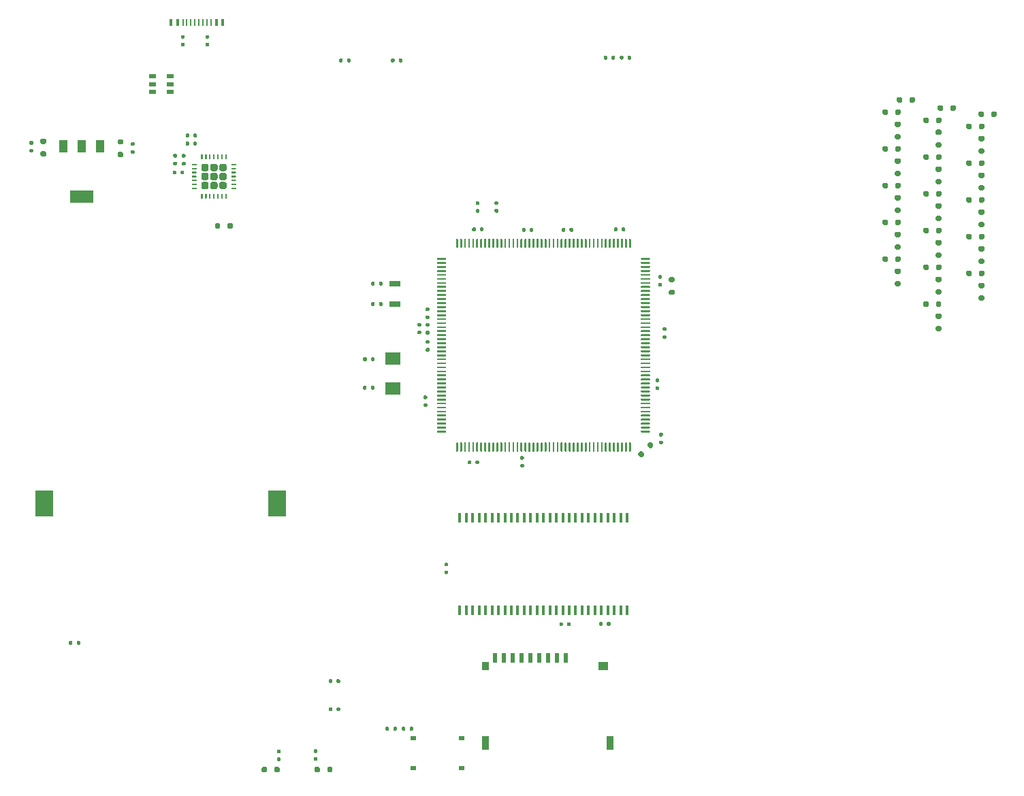
<source format=gtp>
%TF.GenerationSoftware,KiCad,Pcbnew,5.1.8*%
%TF.CreationDate,2020-12-29T13:57:53+01:00*%
%TF.ProjectId,CMM2-JLC,434d4d32-2d4a-44c4-932e-6b696361645f,E*%
%TF.SameCoordinates,Original*%
%TF.FileFunction,Paste,Top*%
%TF.FilePolarity,Positive*%
%FSLAX46Y46*%
G04 Gerber Fmt 4.6, Leading zero omitted, Abs format (unit mm)*
G04 Created by KiCad (PCBNEW 5.1.8) date 2020-12-29 13:57:53*
%MOMM*%
%LPD*%
G01*
G04 APERTURE LIST*
%ADD10R,0.456000X0.881600*%
%ADD11R,0.228000X0.881600*%
%ADD12R,2.280000X3.192000*%
%ADD13R,0.348080X1.147600*%
%ADD14R,0.805600X0.494000*%
%ADD15R,1.824000X1.520000*%
%ADD16R,1.368000X0.760000*%
%ADD17R,1.140000X1.520000*%
%ADD18R,2.888000X1.520000*%
%ADD19R,0.760000X0.570000*%
%ADD20R,0.532000X1.216000*%
%ADD21R,0.912000X1.672000*%
%ADD22R,0.912000X1.140000*%
%ADD23R,1.216000X1.140000*%
G04 APERTURE END LIST*
D10*
%TO.C,J4*%
X39700000Y-26910000D03*
X40500000Y-26910000D03*
X39700000Y-26910000D03*
X40500000Y-26910000D03*
X46100000Y-26910000D03*
X46100000Y-26910000D03*
X45300000Y-26910000D03*
X45300000Y-26910000D03*
D11*
X41150000Y-26910000D03*
X42150000Y-26910000D03*
X41650000Y-26910000D03*
X44150000Y-26910000D03*
X44650000Y-26910000D03*
X42650000Y-26910000D03*
X43150000Y-26910000D03*
X43650000Y-26910000D03*
%TD*%
%TO.C,C37*%
G36*
G01*
X95724300Y-52823400D02*
X95724300Y-52561200D01*
G75*
G02*
X95836400Y-52449100I112100J0D01*
G01*
X96060600Y-52449100D01*
G75*
G02*
X96172700Y-52561200I0J-112100D01*
G01*
X96172700Y-52823400D01*
G75*
G02*
X96060600Y-52935500I-112100J0D01*
G01*
X95836400Y-52935500D01*
G75*
G02*
X95724300Y-52823400I0J112100D01*
G01*
G37*
G36*
G01*
X94754300Y-52823400D02*
X94754300Y-52561200D01*
G75*
G02*
X94866400Y-52449100I112100J0D01*
G01*
X95090600Y-52449100D01*
G75*
G02*
X95202700Y-52561200I0J-112100D01*
G01*
X95202700Y-52823400D01*
G75*
G02*
X95090600Y-52935500I-112100J0D01*
G01*
X94866400Y-52935500D01*
G75*
G02*
X94754300Y-52823400I0J112100D01*
G01*
G37*
%TD*%
%TO.C,C36*%
G36*
G01*
X71733700Y-66909500D02*
X71471500Y-66909500D01*
G75*
G02*
X71359400Y-66797400I0J112100D01*
G01*
X71359400Y-66573200D01*
G75*
G02*
X71471500Y-66461100I112100J0D01*
G01*
X71733700Y-66461100D01*
G75*
G02*
X71845800Y-66573200I0J-112100D01*
G01*
X71845800Y-66797400D01*
G75*
G02*
X71733700Y-66909500I-112100J0D01*
G01*
G37*
G36*
G01*
X71733700Y-67879500D02*
X71471500Y-67879500D01*
G75*
G02*
X71359400Y-67767400I0J112100D01*
G01*
X71359400Y-67543200D01*
G75*
G02*
X71471500Y-67431100I112100J0D01*
G01*
X71733700Y-67431100D01*
G75*
G02*
X71845800Y-67543200I0J-112100D01*
G01*
X71845800Y-67767400D01*
G75*
G02*
X71733700Y-67879500I-112100J0D01*
G01*
G37*
%TD*%
%TO.C,C35*%
G36*
G01*
X100021100Y-72221400D02*
X100283300Y-72221400D01*
G75*
G02*
X100395400Y-72333500I0J-112100D01*
G01*
X100395400Y-72557700D01*
G75*
G02*
X100283300Y-72669800I-112100J0D01*
G01*
X100021100Y-72669800D01*
G75*
G02*
X99909000Y-72557700I0J112100D01*
G01*
X99909000Y-72333500D01*
G75*
G02*
X100021100Y-72221400I112100J0D01*
G01*
G37*
G36*
G01*
X100021100Y-71251400D02*
X100283300Y-71251400D01*
G75*
G02*
X100395400Y-71363500I0J-112100D01*
G01*
X100395400Y-71587700D01*
G75*
G02*
X100283300Y-71699800I-112100J0D01*
G01*
X100021100Y-71699800D01*
G75*
G02*
X99909000Y-71587700I0J112100D01*
G01*
X99909000Y-71363500D01*
G75*
G02*
X100021100Y-71251400I112100J0D01*
G01*
G37*
%TD*%
%TO.C,C34*%
G36*
G01*
X78099100Y-52810700D02*
X78099100Y-52548500D01*
G75*
G02*
X78211200Y-52436400I112100J0D01*
G01*
X78435400Y-52436400D01*
G75*
G02*
X78547500Y-52548500I0J-112100D01*
G01*
X78547500Y-52810700D01*
G75*
G02*
X78435400Y-52922800I-112100J0D01*
G01*
X78211200Y-52922800D01*
G75*
G02*
X78099100Y-52810700I0J112100D01*
G01*
G37*
G36*
G01*
X77129100Y-52810700D02*
X77129100Y-52548500D01*
G75*
G02*
X77241200Y-52436400I112100J0D01*
G01*
X77465400Y-52436400D01*
G75*
G02*
X77577500Y-52548500I0J-112100D01*
G01*
X77577500Y-52810700D01*
G75*
G02*
X77465400Y-52922800I-112100J0D01*
G01*
X77241200Y-52922800D01*
G75*
G02*
X77129100Y-52810700I0J112100D01*
G01*
G37*
%TD*%
%TO.C,C33*%
G36*
G01*
X100478300Y-78975400D02*
X100740500Y-78975400D01*
G75*
G02*
X100852600Y-79087500I0J-112100D01*
G01*
X100852600Y-79311700D01*
G75*
G02*
X100740500Y-79423800I-112100J0D01*
G01*
X100478300Y-79423800D01*
G75*
G02*
X100366200Y-79311700I0J112100D01*
G01*
X100366200Y-79087500D01*
G75*
G02*
X100478300Y-78975400I112100J0D01*
G01*
G37*
G36*
G01*
X100478300Y-78005400D02*
X100740500Y-78005400D01*
G75*
G02*
X100852600Y-78117500I0J-112100D01*
G01*
X100852600Y-78341700D01*
G75*
G02*
X100740500Y-78453800I-112100J0D01*
G01*
X100478300Y-78453800D01*
G75*
G02*
X100366200Y-78341700I0J112100D01*
G01*
X100366200Y-78117500D01*
G75*
G02*
X100478300Y-78005400I112100J0D01*
G01*
G37*
%TD*%
%TO.C,C32*%
G36*
G01*
X84284000Y-52874200D02*
X84284000Y-52612000D01*
G75*
G02*
X84396100Y-52499900I112100J0D01*
G01*
X84620300Y-52499900D01*
G75*
G02*
X84732400Y-52612000I0J-112100D01*
G01*
X84732400Y-52874200D01*
G75*
G02*
X84620300Y-52986300I-112100J0D01*
G01*
X84396100Y-52986300D01*
G75*
G02*
X84284000Y-52874200I0J112100D01*
G01*
G37*
G36*
G01*
X83314000Y-52874200D02*
X83314000Y-52612000D01*
G75*
G02*
X83426100Y-52499900I112100J0D01*
G01*
X83650300Y-52499900D01*
G75*
G02*
X83762400Y-52612000I0J-112100D01*
G01*
X83762400Y-52874200D01*
G75*
G02*
X83650300Y-52986300I-112100J0D01*
G01*
X83426100Y-52986300D01*
G75*
G02*
X83314000Y-52874200I0J112100D01*
G01*
G37*
%TD*%
%TO.C,C30*%
G36*
G01*
X77553000Y-81804800D02*
X77553000Y-81542600D01*
G75*
G02*
X77665100Y-81430500I112100J0D01*
G01*
X77889300Y-81430500D01*
G75*
G02*
X78001400Y-81542600I0J-112100D01*
G01*
X78001400Y-81804800D01*
G75*
G02*
X77889300Y-81916900I-112100J0D01*
G01*
X77665100Y-81916900D01*
G75*
G02*
X77553000Y-81804800I0J112100D01*
G01*
G37*
G36*
G01*
X76583000Y-81804800D02*
X76583000Y-81542600D01*
G75*
G02*
X76695100Y-81430500I112100J0D01*
G01*
X76919300Y-81430500D01*
G75*
G02*
X77031400Y-81542600I0J-112100D01*
G01*
X77031400Y-81804800D01*
G75*
G02*
X76919300Y-81916900I-112100J0D01*
G01*
X76695100Y-81916900D01*
G75*
G02*
X76583000Y-81804800I0J112100D01*
G01*
G37*
%TD*%
%TO.C,C29*%
G36*
G01*
X100922800Y-65843600D02*
X101185000Y-65843600D01*
G75*
G02*
X101297100Y-65955700I0J-112100D01*
G01*
X101297100Y-66179900D01*
G75*
G02*
X101185000Y-66292000I-112100J0D01*
G01*
X100922800Y-66292000D01*
G75*
G02*
X100810700Y-66179900I0J112100D01*
G01*
X100810700Y-65955700D01*
G75*
G02*
X100922800Y-65843600I112100J0D01*
G01*
G37*
G36*
G01*
X100922800Y-64873600D02*
X101185000Y-64873600D01*
G75*
G02*
X101297100Y-64985700I0J-112100D01*
G01*
X101297100Y-65209900D01*
G75*
G02*
X101185000Y-65322000I-112100J0D01*
G01*
X100922800Y-65322000D01*
G75*
G02*
X100810700Y-65209900I0J112100D01*
G01*
X100810700Y-64985700D01*
G75*
G02*
X100922800Y-64873600I112100J0D01*
G01*
G37*
%TD*%
%TO.C,C28*%
G36*
G01*
X83468500Y-81339100D02*
X83206300Y-81339100D01*
G75*
G02*
X83094200Y-81227000I0J112100D01*
G01*
X83094200Y-81002800D01*
G75*
G02*
X83206300Y-80890700I112100J0D01*
G01*
X83468500Y-80890700D01*
G75*
G02*
X83580600Y-81002800I0J-112100D01*
G01*
X83580600Y-81227000D01*
G75*
G02*
X83468500Y-81339100I-112100J0D01*
G01*
G37*
G36*
G01*
X83468500Y-82309100D02*
X83206300Y-82309100D01*
G75*
G02*
X83094200Y-82197000I0J112100D01*
G01*
X83094200Y-81972800D01*
G75*
G02*
X83206300Y-81860700I112100J0D01*
G01*
X83468500Y-81860700D01*
G75*
G02*
X83580600Y-81972800I0J-112100D01*
G01*
X83580600Y-82197000D01*
G75*
G02*
X83468500Y-82309100I-112100J0D01*
G01*
G37*
%TD*%
%TO.C,C27*%
G36*
G01*
X71179400Y-74327200D02*
X71441600Y-74327200D01*
G75*
G02*
X71553700Y-74439300I0J-112100D01*
G01*
X71553700Y-74663500D01*
G75*
G02*
X71441600Y-74775600I-112100J0D01*
G01*
X71179400Y-74775600D01*
G75*
G02*
X71067300Y-74663500I0J112100D01*
G01*
X71067300Y-74439300D01*
G75*
G02*
X71179400Y-74327200I112100J0D01*
G01*
G37*
G36*
G01*
X71179400Y-73357200D02*
X71441600Y-73357200D01*
G75*
G02*
X71553700Y-73469300I0J-112100D01*
G01*
X71553700Y-73693500D01*
G75*
G02*
X71441600Y-73805600I-112100J0D01*
G01*
X71179400Y-73805600D01*
G75*
G02*
X71067300Y-73693500I0J112100D01*
G01*
X71067300Y-73469300D01*
G75*
G02*
X71179400Y-73357200I112100J0D01*
G01*
G37*
%TD*%
%TO.C,C26*%
G36*
G01*
X100376700Y-59341200D02*
X100638900Y-59341200D01*
G75*
G02*
X100751000Y-59453300I0J-112100D01*
G01*
X100751000Y-59677500D01*
G75*
G02*
X100638900Y-59789600I-112100J0D01*
G01*
X100376700Y-59789600D01*
G75*
G02*
X100264600Y-59677500I0J112100D01*
G01*
X100264600Y-59453300D01*
G75*
G02*
X100376700Y-59341200I112100J0D01*
G01*
G37*
G36*
G01*
X100376700Y-58371200D02*
X100638900Y-58371200D01*
G75*
G02*
X100751000Y-58483300I0J-112100D01*
G01*
X100751000Y-58707500D01*
G75*
G02*
X100638900Y-58819600I-112100J0D01*
G01*
X100376700Y-58819600D01*
G75*
G02*
X100264600Y-58707500I0J112100D01*
G01*
X100264600Y-58483300D01*
G75*
G02*
X100376700Y-58371200I112100J0D01*
G01*
G37*
%TD*%
%TO.C,C25*%
G36*
G01*
X71708300Y-62858200D02*
X71446100Y-62858200D01*
G75*
G02*
X71334000Y-62746100I0J112100D01*
G01*
X71334000Y-62521900D01*
G75*
G02*
X71446100Y-62409800I112100J0D01*
G01*
X71708300Y-62409800D01*
G75*
G02*
X71820400Y-62521900I0J-112100D01*
G01*
X71820400Y-62746100D01*
G75*
G02*
X71708300Y-62858200I-112100J0D01*
G01*
G37*
G36*
G01*
X71708300Y-63828200D02*
X71446100Y-63828200D01*
G75*
G02*
X71334000Y-63716100I0J112100D01*
G01*
X71334000Y-63491900D01*
G75*
G02*
X71446100Y-63379800I112100J0D01*
G01*
X71708300Y-63379800D01*
G75*
G02*
X71820400Y-63491900I0J-112100D01*
G01*
X71820400Y-63716100D01*
G75*
G02*
X71708300Y-63828200I-112100J0D01*
G01*
G37*
%TD*%
%TO.C,C24*%
G36*
G01*
X89237000Y-52861500D02*
X89237000Y-52599300D01*
G75*
G02*
X89349100Y-52487200I112100J0D01*
G01*
X89573300Y-52487200D01*
G75*
G02*
X89685400Y-52599300I0J-112100D01*
G01*
X89685400Y-52861500D01*
G75*
G02*
X89573300Y-52973600I-112100J0D01*
G01*
X89349100Y-52973600D01*
G75*
G02*
X89237000Y-52861500I0J112100D01*
G01*
G37*
G36*
G01*
X88267000Y-52861500D02*
X88267000Y-52599300D01*
G75*
G02*
X88379100Y-52487200I112100J0D01*
G01*
X88603300Y-52487200D01*
G75*
G02*
X88715400Y-52599300I0J-112100D01*
G01*
X88715400Y-52861500D01*
G75*
G02*
X88603300Y-52973600I-112100J0D01*
G01*
X88379100Y-52973600D01*
G75*
G02*
X88267000Y-52861500I0J112100D01*
G01*
G37*
%TD*%
D12*
%TO.C,BT1*%
X52900000Y-86800000D03*
X23900000Y-86800000D03*
%TD*%
D13*
%TO.C,U2*%
X96400000Y-100050000D03*
X95600000Y-100050000D03*
X94800000Y-100050000D03*
X94000000Y-100050000D03*
X93200000Y-100050000D03*
X92400000Y-100050000D03*
X91600000Y-100050000D03*
X90800000Y-100050000D03*
X90000000Y-100050000D03*
X89200000Y-100050000D03*
X88400000Y-100050000D03*
X87600000Y-100050000D03*
X86800000Y-100050000D03*
X86000000Y-100050000D03*
X85200000Y-100050000D03*
X84400000Y-100050000D03*
X83600000Y-100050000D03*
X82800000Y-100050000D03*
X82000000Y-100050000D03*
X81200000Y-100050000D03*
X80400000Y-100050000D03*
X79600000Y-100050000D03*
X78800000Y-100050000D03*
X78000000Y-100050000D03*
X77200000Y-100050000D03*
X76400000Y-100050000D03*
X75600000Y-100050000D03*
X75600000Y-88550000D03*
X76400000Y-88550000D03*
X77200000Y-88550000D03*
X78000000Y-88550000D03*
X78800000Y-88550000D03*
X79600000Y-88550000D03*
X80400000Y-88550000D03*
X81200000Y-88550000D03*
X82000000Y-88550000D03*
X82800000Y-88550000D03*
X83600000Y-88550000D03*
X84400000Y-88550000D03*
X85200000Y-88550000D03*
X86000000Y-88550000D03*
X86800000Y-88550000D03*
X87600000Y-88550000D03*
X88400000Y-88550000D03*
X89200000Y-88550000D03*
X90000000Y-88550000D03*
X90800000Y-88550000D03*
X91600000Y-88550000D03*
X92400000Y-88550000D03*
X93200000Y-88550000D03*
X94000000Y-88550000D03*
X94800000Y-88550000D03*
X95600000Y-88550000D03*
X96400000Y-88550000D03*
%TD*%
D14*
%TO.C,U3*%
X37400000Y-34600000D03*
X37400000Y-35550000D03*
X37400000Y-33650000D03*
X39600000Y-33650000D03*
X39600000Y-34600000D03*
X39600000Y-35550000D03*
%TD*%
D15*
%TO.C,Y2*%
X67310000Y-72462000D03*
X67310000Y-68762000D03*
%TD*%
D16*
%TO.C,Y1*%
X67564000Y-61956000D03*
X67564000Y-59456000D03*
%TD*%
D17*
%TO.C,U6*%
X30860600Y-42319200D03*
X26260600Y-42319200D03*
X28560600Y-42319200D03*
D18*
X28560600Y-48619200D03*
%TD*%
%TO.C,U4*%
G36*
G01*
X43676500Y-46771000D02*
X44126500Y-46771000D01*
G75*
G02*
X44351500Y-46996000I0J-225000D01*
G01*
X44351500Y-47446000D01*
G75*
G02*
X44126500Y-47671000I-225000J0D01*
G01*
X43676500Y-47671000D01*
G75*
G02*
X43451500Y-47446000I0J225000D01*
G01*
X43451500Y-46996000D01*
G75*
G02*
X43676500Y-46771000I225000J0D01*
G01*
G37*
G36*
G01*
X44796500Y-46771000D02*
X45246500Y-46771000D01*
G75*
G02*
X45471500Y-46996000I0J-225000D01*
G01*
X45471500Y-47446000D01*
G75*
G02*
X45246500Y-47671000I-225000J0D01*
G01*
X44796500Y-47671000D01*
G75*
G02*
X44571500Y-47446000I0J225000D01*
G01*
X44571500Y-46996000D01*
G75*
G02*
X44796500Y-46771000I225000J0D01*
G01*
G37*
G36*
G01*
X45916500Y-46771000D02*
X46366500Y-46771000D01*
G75*
G02*
X46591500Y-46996000I0J-225000D01*
G01*
X46591500Y-47446000D01*
G75*
G02*
X46366500Y-47671000I-225000J0D01*
G01*
X45916500Y-47671000D01*
G75*
G02*
X45691500Y-47446000I0J225000D01*
G01*
X45691500Y-46996000D01*
G75*
G02*
X45916500Y-46771000I225000J0D01*
G01*
G37*
G36*
G01*
X43676500Y-45651000D02*
X44126500Y-45651000D01*
G75*
G02*
X44351500Y-45876000I0J-225000D01*
G01*
X44351500Y-46326000D01*
G75*
G02*
X44126500Y-46551000I-225000J0D01*
G01*
X43676500Y-46551000D01*
G75*
G02*
X43451500Y-46326000I0J225000D01*
G01*
X43451500Y-45876000D01*
G75*
G02*
X43676500Y-45651000I225000J0D01*
G01*
G37*
G36*
G01*
X44796500Y-45651000D02*
X45246500Y-45651000D01*
G75*
G02*
X45471500Y-45876000I0J-225000D01*
G01*
X45471500Y-46326000D01*
G75*
G02*
X45246500Y-46551000I-225000J0D01*
G01*
X44796500Y-46551000D01*
G75*
G02*
X44571500Y-46326000I0J225000D01*
G01*
X44571500Y-45876000D01*
G75*
G02*
X44796500Y-45651000I225000J0D01*
G01*
G37*
G36*
G01*
X45916500Y-45651000D02*
X46366500Y-45651000D01*
G75*
G02*
X46591500Y-45876000I0J-225000D01*
G01*
X46591500Y-46326000D01*
G75*
G02*
X46366500Y-46551000I-225000J0D01*
G01*
X45916500Y-46551000D01*
G75*
G02*
X45691500Y-46326000I0J225000D01*
G01*
X45691500Y-45876000D01*
G75*
G02*
X45916500Y-45651000I225000J0D01*
G01*
G37*
G36*
G01*
X43676500Y-44531000D02*
X44126500Y-44531000D01*
G75*
G02*
X44351500Y-44756000I0J-225000D01*
G01*
X44351500Y-45206000D01*
G75*
G02*
X44126500Y-45431000I-225000J0D01*
G01*
X43676500Y-45431000D01*
G75*
G02*
X43451500Y-45206000I0J225000D01*
G01*
X43451500Y-44756000D01*
G75*
G02*
X43676500Y-44531000I225000J0D01*
G01*
G37*
G36*
G01*
X44796500Y-44531000D02*
X45246500Y-44531000D01*
G75*
G02*
X45471500Y-44756000I0J-225000D01*
G01*
X45471500Y-45206000D01*
G75*
G02*
X45246500Y-45431000I-225000J0D01*
G01*
X44796500Y-45431000D01*
G75*
G02*
X44571500Y-45206000I0J225000D01*
G01*
X44571500Y-44756000D01*
G75*
G02*
X44796500Y-44531000I225000J0D01*
G01*
G37*
G36*
G01*
X45916500Y-44531000D02*
X46366500Y-44531000D01*
G75*
G02*
X46591500Y-44756000I0J-225000D01*
G01*
X46591500Y-45206000D01*
G75*
G02*
X46366500Y-45431000I-225000J0D01*
G01*
X45916500Y-45431000D01*
G75*
G02*
X45691500Y-45206000I0J225000D01*
G01*
X45691500Y-44756000D01*
G75*
G02*
X45916500Y-44531000I225000J0D01*
G01*
G37*
G36*
G01*
X47215000Y-44506000D02*
X47728000Y-44506000D01*
G75*
G02*
X47775500Y-44553500I0J-47500D01*
G01*
X47775500Y-44648500D01*
G75*
G02*
X47728000Y-44696000I-47500J0D01*
G01*
X47215000Y-44696000D01*
G75*
G02*
X47167500Y-44648500I0J47500D01*
G01*
X47167500Y-44553500D01*
G75*
G02*
X47215000Y-44506000I47500J0D01*
G01*
G37*
G36*
G01*
X47215000Y-45006000D02*
X47728000Y-45006000D01*
G75*
G02*
X47775500Y-45053500I0J-47500D01*
G01*
X47775500Y-45148500D01*
G75*
G02*
X47728000Y-45196000I-47500J0D01*
G01*
X47215000Y-45196000D01*
G75*
G02*
X47167500Y-45148500I0J47500D01*
G01*
X47167500Y-45053500D01*
G75*
G02*
X47215000Y-45006000I47500J0D01*
G01*
G37*
G36*
G01*
X47215000Y-45506000D02*
X47728000Y-45506000D01*
G75*
G02*
X47775500Y-45553500I0J-47500D01*
G01*
X47775500Y-45648500D01*
G75*
G02*
X47728000Y-45696000I-47500J0D01*
G01*
X47215000Y-45696000D01*
G75*
G02*
X47167500Y-45648500I0J47500D01*
G01*
X47167500Y-45553500D01*
G75*
G02*
X47215000Y-45506000I47500J0D01*
G01*
G37*
G36*
G01*
X47215000Y-46006000D02*
X47728000Y-46006000D01*
G75*
G02*
X47775500Y-46053500I0J-47500D01*
G01*
X47775500Y-46148500D01*
G75*
G02*
X47728000Y-46196000I-47500J0D01*
G01*
X47215000Y-46196000D01*
G75*
G02*
X47167500Y-46148500I0J47500D01*
G01*
X47167500Y-46053500D01*
G75*
G02*
X47215000Y-46006000I47500J0D01*
G01*
G37*
G36*
G01*
X47215000Y-46506000D02*
X47728000Y-46506000D01*
G75*
G02*
X47775500Y-46553500I0J-47500D01*
G01*
X47775500Y-46648500D01*
G75*
G02*
X47728000Y-46696000I-47500J0D01*
G01*
X47215000Y-46696000D01*
G75*
G02*
X47167500Y-46648500I0J47500D01*
G01*
X47167500Y-46553500D01*
G75*
G02*
X47215000Y-46506000I47500J0D01*
G01*
G37*
G36*
G01*
X47215000Y-47006000D02*
X47728000Y-47006000D01*
G75*
G02*
X47775500Y-47053500I0J-47500D01*
G01*
X47775500Y-47148500D01*
G75*
G02*
X47728000Y-47196000I-47500J0D01*
G01*
X47215000Y-47196000D01*
G75*
G02*
X47167500Y-47148500I0J47500D01*
G01*
X47167500Y-47053500D01*
G75*
G02*
X47215000Y-47006000I47500J0D01*
G01*
G37*
G36*
G01*
X47215000Y-47506000D02*
X47728000Y-47506000D01*
G75*
G02*
X47775500Y-47553500I0J-47500D01*
G01*
X47775500Y-47648500D01*
G75*
G02*
X47728000Y-47696000I-47500J0D01*
G01*
X47215000Y-47696000D01*
G75*
G02*
X47167500Y-47648500I0J47500D01*
G01*
X47167500Y-47553500D01*
G75*
G02*
X47215000Y-47506000I47500J0D01*
G01*
G37*
G36*
G01*
X46474000Y-48247000D02*
X46569000Y-48247000D01*
G75*
G02*
X46616500Y-48294500I0J-47500D01*
G01*
X46616500Y-48807500D01*
G75*
G02*
X46569000Y-48855000I-47500J0D01*
G01*
X46474000Y-48855000D01*
G75*
G02*
X46426500Y-48807500I0J47500D01*
G01*
X46426500Y-48294500D01*
G75*
G02*
X46474000Y-48247000I47500J0D01*
G01*
G37*
G36*
G01*
X45974000Y-48247000D02*
X46069000Y-48247000D01*
G75*
G02*
X46116500Y-48294500I0J-47500D01*
G01*
X46116500Y-48807500D01*
G75*
G02*
X46069000Y-48855000I-47500J0D01*
G01*
X45974000Y-48855000D01*
G75*
G02*
X45926500Y-48807500I0J47500D01*
G01*
X45926500Y-48294500D01*
G75*
G02*
X45974000Y-48247000I47500J0D01*
G01*
G37*
G36*
G01*
X45474000Y-48247000D02*
X45569000Y-48247000D01*
G75*
G02*
X45616500Y-48294500I0J-47500D01*
G01*
X45616500Y-48807500D01*
G75*
G02*
X45569000Y-48855000I-47500J0D01*
G01*
X45474000Y-48855000D01*
G75*
G02*
X45426500Y-48807500I0J47500D01*
G01*
X45426500Y-48294500D01*
G75*
G02*
X45474000Y-48247000I47500J0D01*
G01*
G37*
G36*
G01*
X44974000Y-48247000D02*
X45069000Y-48247000D01*
G75*
G02*
X45116500Y-48294500I0J-47500D01*
G01*
X45116500Y-48807500D01*
G75*
G02*
X45069000Y-48855000I-47500J0D01*
G01*
X44974000Y-48855000D01*
G75*
G02*
X44926500Y-48807500I0J47500D01*
G01*
X44926500Y-48294500D01*
G75*
G02*
X44974000Y-48247000I47500J0D01*
G01*
G37*
G36*
G01*
X44474000Y-48247000D02*
X44569000Y-48247000D01*
G75*
G02*
X44616500Y-48294500I0J-47500D01*
G01*
X44616500Y-48807500D01*
G75*
G02*
X44569000Y-48855000I-47500J0D01*
G01*
X44474000Y-48855000D01*
G75*
G02*
X44426500Y-48807500I0J47500D01*
G01*
X44426500Y-48294500D01*
G75*
G02*
X44474000Y-48247000I47500J0D01*
G01*
G37*
G36*
G01*
X43974000Y-48247000D02*
X44069000Y-48247000D01*
G75*
G02*
X44116500Y-48294500I0J-47500D01*
G01*
X44116500Y-48807500D01*
G75*
G02*
X44069000Y-48855000I-47500J0D01*
G01*
X43974000Y-48855000D01*
G75*
G02*
X43926500Y-48807500I0J47500D01*
G01*
X43926500Y-48294500D01*
G75*
G02*
X43974000Y-48247000I47500J0D01*
G01*
G37*
G36*
G01*
X43474000Y-48247000D02*
X43569000Y-48247000D01*
G75*
G02*
X43616500Y-48294500I0J-47500D01*
G01*
X43616500Y-48807500D01*
G75*
G02*
X43569000Y-48855000I-47500J0D01*
G01*
X43474000Y-48855000D01*
G75*
G02*
X43426500Y-48807500I0J47500D01*
G01*
X43426500Y-48294500D01*
G75*
G02*
X43474000Y-48247000I47500J0D01*
G01*
G37*
G36*
G01*
X42315000Y-47506000D02*
X42828000Y-47506000D01*
G75*
G02*
X42875500Y-47553500I0J-47500D01*
G01*
X42875500Y-47648500D01*
G75*
G02*
X42828000Y-47696000I-47500J0D01*
G01*
X42315000Y-47696000D01*
G75*
G02*
X42267500Y-47648500I0J47500D01*
G01*
X42267500Y-47553500D01*
G75*
G02*
X42315000Y-47506000I47500J0D01*
G01*
G37*
G36*
G01*
X42315000Y-47006000D02*
X42828000Y-47006000D01*
G75*
G02*
X42875500Y-47053500I0J-47500D01*
G01*
X42875500Y-47148500D01*
G75*
G02*
X42828000Y-47196000I-47500J0D01*
G01*
X42315000Y-47196000D01*
G75*
G02*
X42267500Y-47148500I0J47500D01*
G01*
X42267500Y-47053500D01*
G75*
G02*
X42315000Y-47006000I47500J0D01*
G01*
G37*
G36*
G01*
X42315000Y-46506000D02*
X42828000Y-46506000D01*
G75*
G02*
X42875500Y-46553500I0J-47500D01*
G01*
X42875500Y-46648500D01*
G75*
G02*
X42828000Y-46696000I-47500J0D01*
G01*
X42315000Y-46696000D01*
G75*
G02*
X42267500Y-46648500I0J47500D01*
G01*
X42267500Y-46553500D01*
G75*
G02*
X42315000Y-46506000I47500J0D01*
G01*
G37*
G36*
G01*
X42315000Y-46006000D02*
X42828000Y-46006000D01*
G75*
G02*
X42875500Y-46053500I0J-47500D01*
G01*
X42875500Y-46148500D01*
G75*
G02*
X42828000Y-46196000I-47500J0D01*
G01*
X42315000Y-46196000D01*
G75*
G02*
X42267500Y-46148500I0J47500D01*
G01*
X42267500Y-46053500D01*
G75*
G02*
X42315000Y-46006000I47500J0D01*
G01*
G37*
G36*
G01*
X42315000Y-45506000D02*
X42828000Y-45506000D01*
G75*
G02*
X42875500Y-45553500I0J-47500D01*
G01*
X42875500Y-45648500D01*
G75*
G02*
X42828000Y-45696000I-47500J0D01*
G01*
X42315000Y-45696000D01*
G75*
G02*
X42267500Y-45648500I0J47500D01*
G01*
X42267500Y-45553500D01*
G75*
G02*
X42315000Y-45506000I47500J0D01*
G01*
G37*
G36*
G01*
X42315000Y-45006000D02*
X42828000Y-45006000D01*
G75*
G02*
X42875500Y-45053500I0J-47500D01*
G01*
X42875500Y-45148500D01*
G75*
G02*
X42828000Y-45196000I-47500J0D01*
G01*
X42315000Y-45196000D01*
G75*
G02*
X42267500Y-45148500I0J47500D01*
G01*
X42267500Y-45053500D01*
G75*
G02*
X42315000Y-45006000I47500J0D01*
G01*
G37*
G36*
G01*
X42315000Y-44506000D02*
X42828000Y-44506000D01*
G75*
G02*
X42875500Y-44553500I0J-47500D01*
G01*
X42875500Y-44648500D01*
G75*
G02*
X42828000Y-44696000I-47500J0D01*
G01*
X42315000Y-44696000D01*
G75*
G02*
X42267500Y-44648500I0J47500D01*
G01*
X42267500Y-44553500D01*
G75*
G02*
X42315000Y-44506000I47500J0D01*
G01*
G37*
G36*
G01*
X43474000Y-43347000D02*
X43569000Y-43347000D01*
G75*
G02*
X43616500Y-43394500I0J-47500D01*
G01*
X43616500Y-43907500D01*
G75*
G02*
X43569000Y-43955000I-47500J0D01*
G01*
X43474000Y-43955000D01*
G75*
G02*
X43426500Y-43907500I0J47500D01*
G01*
X43426500Y-43394500D01*
G75*
G02*
X43474000Y-43347000I47500J0D01*
G01*
G37*
G36*
G01*
X43974000Y-43347000D02*
X44069000Y-43347000D01*
G75*
G02*
X44116500Y-43394500I0J-47500D01*
G01*
X44116500Y-43907500D01*
G75*
G02*
X44069000Y-43955000I-47500J0D01*
G01*
X43974000Y-43955000D01*
G75*
G02*
X43926500Y-43907500I0J47500D01*
G01*
X43926500Y-43394500D01*
G75*
G02*
X43974000Y-43347000I47500J0D01*
G01*
G37*
G36*
G01*
X44474000Y-43347000D02*
X44569000Y-43347000D01*
G75*
G02*
X44616500Y-43394500I0J-47500D01*
G01*
X44616500Y-43907500D01*
G75*
G02*
X44569000Y-43955000I-47500J0D01*
G01*
X44474000Y-43955000D01*
G75*
G02*
X44426500Y-43907500I0J47500D01*
G01*
X44426500Y-43394500D01*
G75*
G02*
X44474000Y-43347000I47500J0D01*
G01*
G37*
G36*
G01*
X44974000Y-43347000D02*
X45069000Y-43347000D01*
G75*
G02*
X45116500Y-43394500I0J-47500D01*
G01*
X45116500Y-43907500D01*
G75*
G02*
X45069000Y-43955000I-47500J0D01*
G01*
X44974000Y-43955000D01*
G75*
G02*
X44926500Y-43907500I0J47500D01*
G01*
X44926500Y-43394500D01*
G75*
G02*
X44974000Y-43347000I47500J0D01*
G01*
G37*
G36*
G01*
X45474000Y-43347000D02*
X45569000Y-43347000D01*
G75*
G02*
X45616500Y-43394500I0J-47500D01*
G01*
X45616500Y-43907500D01*
G75*
G02*
X45569000Y-43955000I-47500J0D01*
G01*
X45474000Y-43955000D01*
G75*
G02*
X45426500Y-43907500I0J47500D01*
G01*
X45426500Y-43394500D01*
G75*
G02*
X45474000Y-43347000I47500J0D01*
G01*
G37*
G36*
G01*
X45974000Y-43347000D02*
X46069000Y-43347000D01*
G75*
G02*
X46116500Y-43394500I0J-47500D01*
G01*
X46116500Y-43907500D01*
G75*
G02*
X46069000Y-43955000I-47500J0D01*
G01*
X45974000Y-43955000D01*
G75*
G02*
X45926500Y-43907500I0J47500D01*
G01*
X45926500Y-43394500D01*
G75*
G02*
X45974000Y-43347000I47500J0D01*
G01*
G37*
G36*
G01*
X46474000Y-43347000D02*
X46569000Y-43347000D01*
G75*
G02*
X46616500Y-43394500I0J-47500D01*
G01*
X46616500Y-43907500D01*
G75*
G02*
X46569000Y-43955000I-47500J0D01*
G01*
X46474000Y-43955000D01*
G75*
G02*
X46426500Y-43907500I0J47500D01*
G01*
X46426500Y-43394500D01*
G75*
G02*
X46474000Y-43347000I47500J0D01*
G01*
G37*
%TD*%
D19*
%TO.C,SW1*%
X75800000Y-119747000D03*
X75800000Y-115997000D03*
X69800000Y-115997000D03*
X69800000Y-119747000D03*
%TD*%
%TO.C,R52*%
G36*
G01*
X80018900Y-50145800D02*
X80281100Y-50145800D01*
G75*
G02*
X80393200Y-50257900I0J-112100D01*
G01*
X80393200Y-50482100D01*
G75*
G02*
X80281100Y-50594200I-112100J0D01*
G01*
X80018900Y-50594200D01*
G75*
G02*
X79906800Y-50482100I0J112100D01*
G01*
X79906800Y-50257900D01*
G75*
G02*
X80018900Y-50145800I112100J0D01*
G01*
G37*
G36*
G01*
X80018900Y-49175800D02*
X80281100Y-49175800D01*
G75*
G02*
X80393200Y-49287900I0J-112100D01*
G01*
X80393200Y-49512100D01*
G75*
G02*
X80281100Y-49624200I-112100J0D01*
G01*
X80018900Y-49624200D01*
G75*
G02*
X79906800Y-49512100I0J112100D01*
G01*
X79906800Y-49287900D01*
G75*
G02*
X80018900Y-49175800I112100J0D01*
G01*
G37*
%TD*%
%TO.C,R51*%
G36*
G01*
X66795200Y-114692900D02*
X66795200Y-114955100D01*
G75*
G02*
X66683100Y-115067200I-112100J0D01*
G01*
X66458900Y-115067200D01*
G75*
G02*
X66346800Y-114955100I0J112100D01*
G01*
X66346800Y-114692900D01*
G75*
G02*
X66458900Y-114580800I112100J0D01*
G01*
X66683100Y-114580800D01*
G75*
G02*
X66795200Y-114692900I0J-112100D01*
G01*
G37*
G36*
G01*
X67765200Y-114692900D02*
X67765200Y-114955100D01*
G75*
G02*
X67653100Y-115067200I-112100J0D01*
G01*
X67428900Y-115067200D01*
G75*
G02*
X67316800Y-114955100I0J112100D01*
G01*
X67316800Y-114692900D01*
G75*
G02*
X67428900Y-114580800I112100J0D01*
G01*
X67653100Y-114580800D01*
G75*
G02*
X67765200Y-114692900I0J-112100D01*
G01*
G37*
%TD*%
%TO.C,R50*%
G36*
G01*
X46705000Y-52444750D02*
X46705000Y-52055250D01*
G75*
G02*
X46871250Y-51889000I166250J0D01*
G01*
X47203750Y-51889000D01*
G75*
G02*
X47370000Y-52055250I0J-166250D01*
G01*
X47370000Y-52444750D01*
G75*
G02*
X47203750Y-52611000I-166250J0D01*
G01*
X46871250Y-52611000D01*
G75*
G02*
X46705000Y-52444750I0J166250D01*
G01*
G37*
G36*
G01*
X45130000Y-52444750D02*
X45130000Y-52055250D01*
G75*
G02*
X45296250Y-51889000I166250J0D01*
G01*
X45628750Y-51889000D01*
G75*
G02*
X45795000Y-52055250I0J-166250D01*
G01*
X45795000Y-52444750D01*
G75*
G02*
X45628750Y-52611000I-166250J0D01*
G01*
X45296250Y-52611000D01*
G75*
G02*
X45130000Y-52444750I0J166250D01*
G01*
G37*
%TD*%
%TO.C,R49*%
G36*
G01*
X27946800Y-104271100D02*
X27946800Y-104008900D01*
G75*
G02*
X28058900Y-103896800I112100J0D01*
G01*
X28283100Y-103896800D01*
G75*
G02*
X28395200Y-104008900I0J-112100D01*
G01*
X28395200Y-104271100D01*
G75*
G02*
X28283100Y-104383200I-112100J0D01*
G01*
X28058900Y-104383200D01*
G75*
G02*
X27946800Y-104271100I0J112100D01*
G01*
G37*
G36*
G01*
X26976800Y-104271100D02*
X26976800Y-104008900D01*
G75*
G02*
X27088900Y-103896800I112100J0D01*
G01*
X27313100Y-103896800D01*
G75*
G02*
X27425200Y-104008900I0J-112100D01*
G01*
X27425200Y-104271100D01*
G75*
G02*
X27313100Y-104383200I-112100J0D01*
G01*
X27088900Y-104383200D01*
G75*
G02*
X26976800Y-104271100I0J112100D01*
G01*
G37*
%TD*%
%TO.C,R48*%
G36*
G01*
X57789100Y-117842200D02*
X57526900Y-117842200D01*
G75*
G02*
X57414800Y-117730100I0J112100D01*
G01*
X57414800Y-117505900D01*
G75*
G02*
X57526900Y-117393800I112100J0D01*
G01*
X57789100Y-117393800D01*
G75*
G02*
X57901200Y-117505900I0J-112100D01*
G01*
X57901200Y-117730100D01*
G75*
G02*
X57789100Y-117842200I-112100J0D01*
G01*
G37*
G36*
G01*
X57789100Y-118812200D02*
X57526900Y-118812200D01*
G75*
G02*
X57414800Y-118700100I0J112100D01*
G01*
X57414800Y-118475900D01*
G75*
G02*
X57526900Y-118363800I112100J0D01*
G01*
X57789100Y-118363800D01*
G75*
G02*
X57901200Y-118475900I0J-112100D01*
G01*
X57901200Y-118700100D01*
G75*
G02*
X57789100Y-118812200I-112100J0D01*
G01*
G37*
%TD*%
%TO.C,R47*%
G36*
G01*
X53217100Y-117865200D02*
X52954900Y-117865200D01*
G75*
G02*
X52842800Y-117753100I0J112100D01*
G01*
X52842800Y-117528900D01*
G75*
G02*
X52954900Y-117416800I112100J0D01*
G01*
X53217100Y-117416800D01*
G75*
G02*
X53329200Y-117528900I0J-112100D01*
G01*
X53329200Y-117753100D01*
G75*
G02*
X53217100Y-117865200I-112100J0D01*
G01*
G37*
G36*
G01*
X53217100Y-118835200D02*
X52954900Y-118835200D01*
G75*
G02*
X52842800Y-118723100I0J112100D01*
G01*
X52842800Y-118498900D01*
G75*
G02*
X52954900Y-118386800I112100J0D01*
G01*
X53217100Y-118386800D01*
G75*
G02*
X53329200Y-118498900I0J-112100D01*
G01*
X53329200Y-118723100D01*
G75*
G02*
X53217100Y-118835200I-112100J0D01*
G01*
G37*
%TD*%
%TO.C,R46*%
G36*
G01*
X40339200Y-45468900D02*
X40339200Y-45731100D01*
G75*
G02*
X40227100Y-45843200I-112100J0D01*
G01*
X40002900Y-45843200D01*
G75*
G02*
X39890800Y-45731100I0J112100D01*
G01*
X39890800Y-45468900D01*
G75*
G02*
X40002900Y-45356800I112100J0D01*
G01*
X40227100Y-45356800D01*
G75*
G02*
X40339200Y-45468900I0J-112100D01*
G01*
G37*
G36*
G01*
X41309200Y-45468900D02*
X41309200Y-45731100D01*
G75*
G02*
X41197100Y-45843200I-112100J0D01*
G01*
X40972900Y-45843200D01*
G75*
G02*
X40860800Y-45731100I0J112100D01*
G01*
X40860800Y-45468900D01*
G75*
G02*
X40972900Y-45356800I112100J0D01*
G01*
X41197100Y-45356800D01*
G75*
G02*
X41309200Y-45468900I0J-112100D01*
G01*
G37*
%TD*%
%TO.C,R45*%
G36*
G01*
X41016900Y-29470800D02*
X41279100Y-29470800D01*
G75*
G02*
X41391200Y-29582900I0J-112100D01*
G01*
X41391200Y-29807100D01*
G75*
G02*
X41279100Y-29919200I-112100J0D01*
G01*
X41016900Y-29919200D01*
G75*
G02*
X40904800Y-29807100I0J112100D01*
G01*
X40904800Y-29582900D01*
G75*
G02*
X41016900Y-29470800I112100J0D01*
G01*
G37*
G36*
G01*
X41016900Y-28500800D02*
X41279100Y-28500800D01*
G75*
G02*
X41391200Y-28612900I0J-112100D01*
G01*
X41391200Y-28837100D01*
G75*
G02*
X41279100Y-28949200I-112100J0D01*
G01*
X41016900Y-28949200D01*
G75*
G02*
X40904800Y-28837100I0J112100D01*
G01*
X40904800Y-28612900D01*
G75*
G02*
X41016900Y-28500800I112100J0D01*
G01*
G37*
%TD*%
%TO.C,R44*%
G36*
G01*
X44327100Y-28949200D02*
X44064900Y-28949200D01*
G75*
G02*
X43952800Y-28837100I0J112100D01*
G01*
X43952800Y-28612900D01*
G75*
G02*
X44064900Y-28500800I112100J0D01*
G01*
X44327100Y-28500800D01*
G75*
G02*
X44439200Y-28612900I0J-112100D01*
G01*
X44439200Y-28837100D01*
G75*
G02*
X44327100Y-28949200I-112100J0D01*
G01*
G37*
G36*
G01*
X44327100Y-29919200D02*
X44064900Y-29919200D01*
G75*
G02*
X43952800Y-29807100I0J112100D01*
G01*
X43952800Y-29582900D01*
G75*
G02*
X44064900Y-29470800I112100J0D01*
G01*
X44327100Y-29470800D01*
G75*
G02*
X44439200Y-29582900I0J-112100D01*
G01*
X44439200Y-29807100D01*
G75*
G02*
X44327100Y-29919200I-112100J0D01*
G01*
G37*
%TD*%
%TO.C,R43*%
G36*
G01*
X71468900Y-65310800D02*
X71731100Y-65310800D01*
G75*
G02*
X71843200Y-65422900I0J-112100D01*
G01*
X71843200Y-65647100D01*
G75*
G02*
X71731100Y-65759200I-112100J0D01*
G01*
X71468900Y-65759200D01*
G75*
G02*
X71356800Y-65647100I0J112100D01*
G01*
X71356800Y-65422900D01*
G75*
G02*
X71468900Y-65310800I112100J0D01*
G01*
G37*
G36*
G01*
X71468900Y-64340800D02*
X71731100Y-64340800D01*
G75*
G02*
X71843200Y-64452900I0J-112100D01*
G01*
X71843200Y-64677100D01*
G75*
G02*
X71731100Y-64789200I-112100J0D01*
G01*
X71468900Y-64789200D01*
G75*
G02*
X71356800Y-64677100I0J112100D01*
G01*
X71356800Y-64452900D01*
G75*
G02*
X71468900Y-64340800I112100J0D01*
G01*
G37*
%TD*%
%TO.C,R42*%
G36*
G01*
X77931100Y-49639200D02*
X77668900Y-49639200D01*
G75*
G02*
X77556800Y-49527100I0J112100D01*
G01*
X77556800Y-49302900D01*
G75*
G02*
X77668900Y-49190800I112100J0D01*
G01*
X77931100Y-49190800D01*
G75*
G02*
X78043200Y-49302900I0J-112100D01*
G01*
X78043200Y-49527100D01*
G75*
G02*
X77931100Y-49639200I-112100J0D01*
G01*
G37*
G36*
G01*
X77931100Y-50609200D02*
X77668900Y-50609200D01*
G75*
G02*
X77556800Y-50497100I0J112100D01*
G01*
X77556800Y-50272900D01*
G75*
G02*
X77668900Y-50160800I112100J0D01*
G01*
X77931100Y-50160800D01*
G75*
G02*
X78043200Y-50272900I0J-112100D01*
G01*
X78043200Y-50497100D01*
G75*
G02*
X77931100Y-50609200I-112100J0D01*
G01*
G37*
%TD*%
%TO.C,R41*%
G36*
G01*
X136599000Y-37786750D02*
X136599000Y-37397250D01*
G75*
G02*
X136765250Y-37231000I166250J0D01*
G01*
X137097750Y-37231000D01*
G75*
G02*
X137264000Y-37397250I0J-166250D01*
G01*
X137264000Y-37786750D01*
G75*
G02*
X137097750Y-37953000I-166250J0D01*
G01*
X136765250Y-37953000D01*
G75*
G02*
X136599000Y-37786750I0J166250D01*
G01*
G37*
G36*
G01*
X135024000Y-37786750D02*
X135024000Y-37397250D01*
G75*
G02*
X135190250Y-37231000I166250J0D01*
G01*
X135522750Y-37231000D01*
G75*
G02*
X135689000Y-37397250I0J-166250D01*
G01*
X135689000Y-37786750D01*
G75*
G02*
X135522750Y-37953000I-166250J0D01*
G01*
X135190250Y-37953000D01*
G75*
G02*
X135024000Y-37786750I0J166250D01*
G01*
G37*
%TD*%
%TO.C,R40*%
G36*
G01*
X134821000Y-39310750D02*
X134821000Y-38921250D01*
G75*
G02*
X134987250Y-38755000I166250J0D01*
G01*
X135319750Y-38755000D01*
G75*
G02*
X135486000Y-38921250I0J-166250D01*
G01*
X135486000Y-39310750D01*
G75*
G02*
X135319750Y-39477000I-166250J0D01*
G01*
X134987250Y-39477000D01*
G75*
G02*
X134821000Y-39310750I0J166250D01*
G01*
G37*
G36*
G01*
X133246000Y-39310750D02*
X133246000Y-38921250D01*
G75*
G02*
X133412250Y-38755000I166250J0D01*
G01*
X133744750Y-38755000D01*
G75*
G02*
X133911000Y-38921250I0J-166250D01*
G01*
X133911000Y-39310750D01*
G75*
G02*
X133744750Y-39477000I-166250J0D01*
G01*
X133412250Y-39477000D01*
G75*
G02*
X133246000Y-39310750I0J166250D01*
G01*
G37*
%TD*%
%TO.C,R39*%
G36*
G01*
X134933250Y-41831499D02*
X135322750Y-41831499D01*
G75*
G02*
X135489000Y-41997749I0J-166250D01*
G01*
X135489000Y-42330249D01*
G75*
G02*
X135322750Y-42496499I-166250J0D01*
G01*
X134933250Y-42496499D01*
G75*
G02*
X134767000Y-42330249I0J166250D01*
G01*
X134767000Y-41997749D01*
G75*
G02*
X134933250Y-41831499I166250J0D01*
G01*
G37*
G36*
G01*
X134933250Y-40256499D02*
X135322750Y-40256499D01*
G75*
G02*
X135489000Y-40422749I0J-166250D01*
G01*
X135489000Y-40755249D01*
G75*
G02*
X135322750Y-40921499I-166250J0D01*
G01*
X134933250Y-40921499D01*
G75*
G02*
X134767000Y-40755249I0J166250D01*
G01*
X134767000Y-40422749D01*
G75*
G02*
X134933250Y-40256499I166250J0D01*
G01*
G37*
%TD*%
%TO.C,R38*%
G36*
G01*
X131519000Y-36770750D02*
X131519000Y-36381250D01*
G75*
G02*
X131685250Y-36215000I166250J0D01*
G01*
X132017750Y-36215000D01*
G75*
G02*
X132184000Y-36381250I0J-166250D01*
G01*
X132184000Y-36770750D01*
G75*
G02*
X132017750Y-36937000I-166250J0D01*
G01*
X131685250Y-36937000D01*
G75*
G02*
X131519000Y-36770750I0J166250D01*
G01*
G37*
G36*
G01*
X129944000Y-36770750D02*
X129944000Y-36381250D01*
G75*
G02*
X130110250Y-36215000I166250J0D01*
G01*
X130442750Y-36215000D01*
G75*
G02*
X130609000Y-36381250I0J-166250D01*
G01*
X130609000Y-36770750D01*
G75*
G02*
X130442750Y-36937000I-166250J0D01*
G01*
X130110250Y-36937000D01*
G75*
G02*
X129944000Y-36770750I0J166250D01*
G01*
G37*
%TD*%
%TO.C,R37*%
G36*
G01*
X129741000Y-38294750D02*
X129741000Y-37905250D01*
G75*
G02*
X129907250Y-37739000I166250J0D01*
G01*
X130239750Y-37739000D01*
G75*
G02*
X130406000Y-37905250I0J-166250D01*
G01*
X130406000Y-38294750D01*
G75*
G02*
X130239750Y-38461000I-166250J0D01*
G01*
X129907250Y-38461000D01*
G75*
G02*
X129741000Y-38294750I0J166250D01*
G01*
G37*
G36*
G01*
X128166000Y-38294750D02*
X128166000Y-37905250D01*
G75*
G02*
X128332250Y-37739000I166250J0D01*
G01*
X128664750Y-37739000D01*
G75*
G02*
X128831000Y-37905250I0J-166250D01*
G01*
X128831000Y-38294750D01*
G75*
G02*
X128664750Y-38461000I-166250J0D01*
G01*
X128332250Y-38461000D01*
G75*
G02*
X128166000Y-38294750I0J166250D01*
G01*
G37*
%TD*%
%TO.C,R36*%
G36*
G01*
X134821000Y-43882750D02*
X134821000Y-43493250D01*
G75*
G02*
X134987250Y-43327000I166250J0D01*
G01*
X135319750Y-43327000D01*
G75*
G02*
X135486000Y-43493250I0J-166250D01*
G01*
X135486000Y-43882750D01*
G75*
G02*
X135319750Y-44049000I-166250J0D01*
G01*
X134987250Y-44049000D01*
G75*
G02*
X134821000Y-43882750I0J166250D01*
G01*
G37*
G36*
G01*
X133246000Y-43882750D02*
X133246000Y-43493250D01*
G75*
G02*
X133412250Y-43327000I166250J0D01*
G01*
X133744750Y-43327000D01*
G75*
G02*
X133911000Y-43493250I0J-166250D01*
G01*
X133911000Y-43882750D01*
G75*
G02*
X133744750Y-44049000I-166250J0D01*
G01*
X133412250Y-44049000D01*
G75*
G02*
X133246000Y-43882750I0J166250D01*
G01*
G37*
%TD*%
%TO.C,R35*%
G36*
G01*
X141679000Y-38548750D02*
X141679000Y-38159250D01*
G75*
G02*
X141845250Y-37993000I166250J0D01*
G01*
X142177750Y-37993000D01*
G75*
G02*
X142344000Y-38159250I0J-166250D01*
G01*
X142344000Y-38548750D01*
G75*
G02*
X142177750Y-38715000I-166250J0D01*
G01*
X141845250Y-38715000D01*
G75*
G02*
X141679000Y-38548750I0J166250D01*
G01*
G37*
G36*
G01*
X140104000Y-38548750D02*
X140104000Y-38159250D01*
G75*
G02*
X140270250Y-37993000I166250J0D01*
G01*
X140602750Y-37993000D01*
G75*
G02*
X140769000Y-38159250I0J-166250D01*
G01*
X140769000Y-38548750D01*
G75*
G02*
X140602750Y-38715000I-166250J0D01*
G01*
X140270250Y-38715000D01*
G75*
G02*
X140104000Y-38548750I0J166250D01*
G01*
G37*
%TD*%
%TO.C,R34*%
G36*
G01*
X140155000Y-40072750D02*
X140155000Y-39683250D01*
G75*
G02*
X140321250Y-39517000I166250J0D01*
G01*
X140653750Y-39517000D01*
G75*
G02*
X140820000Y-39683250I0J-166250D01*
G01*
X140820000Y-40072750D01*
G75*
G02*
X140653750Y-40239000I-166250J0D01*
G01*
X140321250Y-40239000D01*
G75*
G02*
X140155000Y-40072750I0J166250D01*
G01*
G37*
G36*
G01*
X138580000Y-40072750D02*
X138580000Y-39683250D01*
G75*
G02*
X138746250Y-39517000I166250J0D01*
G01*
X139078750Y-39517000D01*
G75*
G02*
X139245000Y-39683250I0J-166250D01*
G01*
X139245000Y-40072750D01*
G75*
G02*
X139078750Y-40239000I-166250J0D01*
G01*
X138746250Y-40239000D01*
G75*
G02*
X138580000Y-40072750I0J166250D01*
G01*
G37*
%TD*%
%TO.C,R33*%
G36*
G01*
X129853250Y-40841000D02*
X130242750Y-40841000D01*
G75*
G02*
X130409000Y-41007250I0J-166250D01*
G01*
X130409000Y-41339750D01*
G75*
G02*
X130242750Y-41506000I-166250J0D01*
G01*
X129853250Y-41506000D01*
G75*
G02*
X129687000Y-41339750I0J166250D01*
G01*
X129687000Y-41007250D01*
G75*
G02*
X129853250Y-40841000I166250J0D01*
G01*
G37*
G36*
G01*
X129853250Y-39266000D02*
X130242750Y-39266000D01*
G75*
G02*
X130409000Y-39432250I0J-166250D01*
G01*
X130409000Y-39764750D01*
G75*
G02*
X130242750Y-39931000I-166250J0D01*
G01*
X129853250Y-39931000D01*
G75*
G02*
X129687000Y-39764750I0J166250D01*
G01*
X129687000Y-39432250D01*
G75*
G02*
X129853250Y-39266000I166250J0D01*
G01*
G37*
%TD*%
%TO.C,R32*%
G36*
G01*
X134933250Y-46429000D02*
X135322750Y-46429000D01*
G75*
G02*
X135489000Y-46595250I0J-166250D01*
G01*
X135489000Y-46927750D01*
G75*
G02*
X135322750Y-47094000I-166250J0D01*
G01*
X134933250Y-47094000D01*
G75*
G02*
X134767000Y-46927750I0J166250D01*
G01*
X134767000Y-46595250D01*
G75*
G02*
X134933250Y-46429000I166250J0D01*
G01*
G37*
G36*
G01*
X134933250Y-44854000D02*
X135322750Y-44854000D01*
G75*
G02*
X135489000Y-45020250I0J-166250D01*
G01*
X135489000Y-45352750D01*
G75*
G02*
X135322750Y-45519000I-166250J0D01*
G01*
X134933250Y-45519000D01*
G75*
G02*
X134767000Y-45352750I0J166250D01*
G01*
X134767000Y-45020250D01*
G75*
G02*
X134933250Y-44854000I166250J0D01*
G01*
G37*
%TD*%
%TO.C,R31*%
G36*
G01*
X140267250Y-42619000D02*
X140656750Y-42619000D01*
G75*
G02*
X140823000Y-42785250I0J-166250D01*
G01*
X140823000Y-43117750D01*
G75*
G02*
X140656750Y-43284000I-166250J0D01*
G01*
X140267250Y-43284000D01*
G75*
G02*
X140101000Y-43117750I0J166250D01*
G01*
X140101000Y-42785250D01*
G75*
G02*
X140267250Y-42619000I166250J0D01*
G01*
G37*
G36*
G01*
X140267250Y-41044000D02*
X140656750Y-41044000D01*
G75*
G02*
X140823000Y-41210250I0J-166250D01*
G01*
X140823000Y-41542750D01*
G75*
G02*
X140656750Y-41709000I-166250J0D01*
G01*
X140267250Y-41709000D01*
G75*
G02*
X140101000Y-41542750I0J166250D01*
G01*
X140101000Y-41210250D01*
G75*
G02*
X140267250Y-41044000I166250J0D01*
G01*
G37*
%TD*%
%TO.C,R30*%
G36*
G01*
X129741000Y-42866750D02*
X129741000Y-42477250D01*
G75*
G02*
X129907250Y-42311000I166250J0D01*
G01*
X130239750Y-42311000D01*
G75*
G02*
X130406000Y-42477250I0J-166250D01*
G01*
X130406000Y-42866750D01*
G75*
G02*
X130239750Y-43033000I-166250J0D01*
G01*
X129907250Y-43033000D01*
G75*
G02*
X129741000Y-42866750I0J166250D01*
G01*
G37*
G36*
G01*
X128166000Y-42866750D02*
X128166000Y-42477250D01*
G75*
G02*
X128332250Y-42311000I166250J0D01*
G01*
X128664750Y-42311000D01*
G75*
G02*
X128831000Y-42477250I0J-166250D01*
G01*
X128831000Y-42866750D01*
G75*
G02*
X128664750Y-43033000I-166250J0D01*
G01*
X128332250Y-43033000D01*
G75*
G02*
X128166000Y-42866750I0J166250D01*
G01*
G37*
%TD*%
%TO.C,R29*%
G36*
G01*
X134821000Y-48454750D02*
X134821000Y-48065250D01*
G75*
G02*
X134987250Y-47899000I166250J0D01*
G01*
X135319750Y-47899000D01*
G75*
G02*
X135486000Y-48065250I0J-166250D01*
G01*
X135486000Y-48454750D01*
G75*
G02*
X135319750Y-48621000I-166250J0D01*
G01*
X134987250Y-48621000D01*
G75*
G02*
X134821000Y-48454750I0J166250D01*
G01*
G37*
G36*
G01*
X133246000Y-48454750D02*
X133246000Y-48065250D01*
G75*
G02*
X133412250Y-47899000I166250J0D01*
G01*
X133744750Y-47899000D01*
G75*
G02*
X133911000Y-48065250I0J-166250D01*
G01*
X133911000Y-48454750D01*
G75*
G02*
X133744750Y-48621000I-166250J0D01*
G01*
X133412250Y-48621000D01*
G75*
G02*
X133246000Y-48454750I0J166250D01*
G01*
G37*
%TD*%
%TO.C,R28*%
G36*
G01*
X140155000Y-44644750D02*
X140155000Y-44255250D01*
G75*
G02*
X140321250Y-44089000I166250J0D01*
G01*
X140653750Y-44089000D01*
G75*
G02*
X140820000Y-44255250I0J-166250D01*
G01*
X140820000Y-44644750D01*
G75*
G02*
X140653750Y-44811000I-166250J0D01*
G01*
X140321250Y-44811000D01*
G75*
G02*
X140155000Y-44644750I0J166250D01*
G01*
G37*
G36*
G01*
X138580000Y-44644750D02*
X138580000Y-44255250D01*
G75*
G02*
X138746250Y-44089000I166250J0D01*
G01*
X139078750Y-44089000D01*
G75*
G02*
X139245000Y-44255250I0J-166250D01*
G01*
X139245000Y-44644750D01*
G75*
G02*
X139078750Y-44811000I-166250J0D01*
G01*
X138746250Y-44811000D01*
G75*
G02*
X138580000Y-44644750I0J166250D01*
G01*
G37*
%TD*%
%TO.C,R27*%
G36*
G01*
X129853250Y-45413000D02*
X130242750Y-45413000D01*
G75*
G02*
X130409000Y-45579250I0J-166250D01*
G01*
X130409000Y-45911750D01*
G75*
G02*
X130242750Y-46078000I-166250J0D01*
G01*
X129853250Y-46078000D01*
G75*
G02*
X129687000Y-45911750I0J166250D01*
G01*
X129687000Y-45579250D01*
G75*
G02*
X129853250Y-45413000I166250J0D01*
G01*
G37*
G36*
G01*
X129853250Y-43838000D02*
X130242750Y-43838000D01*
G75*
G02*
X130409000Y-44004250I0J-166250D01*
G01*
X130409000Y-44336750D01*
G75*
G02*
X130242750Y-44503000I-166250J0D01*
G01*
X129853250Y-44503000D01*
G75*
G02*
X129687000Y-44336750I0J166250D01*
G01*
X129687000Y-44004250D01*
G75*
G02*
X129853250Y-43838000I166250J0D01*
G01*
G37*
%TD*%
%TO.C,R26*%
G36*
G01*
X134933250Y-51001000D02*
X135322750Y-51001000D01*
G75*
G02*
X135489000Y-51167250I0J-166250D01*
G01*
X135489000Y-51499750D01*
G75*
G02*
X135322750Y-51666000I-166250J0D01*
G01*
X134933250Y-51666000D01*
G75*
G02*
X134767000Y-51499750I0J166250D01*
G01*
X134767000Y-51167250D01*
G75*
G02*
X134933250Y-51001000I166250J0D01*
G01*
G37*
G36*
G01*
X134933250Y-49426000D02*
X135322750Y-49426000D01*
G75*
G02*
X135489000Y-49592250I0J-166250D01*
G01*
X135489000Y-49924750D01*
G75*
G02*
X135322750Y-50091000I-166250J0D01*
G01*
X134933250Y-50091000D01*
G75*
G02*
X134767000Y-49924750I0J166250D01*
G01*
X134767000Y-49592250D01*
G75*
G02*
X134933250Y-49426000I166250J0D01*
G01*
G37*
%TD*%
%TO.C,R25*%
G36*
G01*
X140267250Y-47191000D02*
X140656750Y-47191000D01*
G75*
G02*
X140823000Y-47357250I0J-166250D01*
G01*
X140823000Y-47689750D01*
G75*
G02*
X140656750Y-47856000I-166250J0D01*
G01*
X140267250Y-47856000D01*
G75*
G02*
X140101000Y-47689750I0J166250D01*
G01*
X140101000Y-47357250D01*
G75*
G02*
X140267250Y-47191000I166250J0D01*
G01*
G37*
G36*
G01*
X140267250Y-45616000D02*
X140656750Y-45616000D01*
G75*
G02*
X140823000Y-45782250I0J-166250D01*
G01*
X140823000Y-46114750D01*
G75*
G02*
X140656750Y-46281000I-166250J0D01*
G01*
X140267250Y-46281000D01*
G75*
G02*
X140101000Y-46114750I0J166250D01*
G01*
X140101000Y-45782250D01*
G75*
G02*
X140267250Y-45616000I166250J0D01*
G01*
G37*
%TD*%
%TO.C,R24*%
G36*
G01*
X129741000Y-47438750D02*
X129741000Y-47049250D01*
G75*
G02*
X129907250Y-46883000I166250J0D01*
G01*
X130239750Y-46883000D01*
G75*
G02*
X130406000Y-47049250I0J-166250D01*
G01*
X130406000Y-47438750D01*
G75*
G02*
X130239750Y-47605000I-166250J0D01*
G01*
X129907250Y-47605000D01*
G75*
G02*
X129741000Y-47438750I0J166250D01*
G01*
G37*
G36*
G01*
X128166000Y-47438750D02*
X128166000Y-47049250D01*
G75*
G02*
X128332250Y-46883000I166250J0D01*
G01*
X128664750Y-46883000D01*
G75*
G02*
X128831000Y-47049250I0J-166250D01*
G01*
X128831000Y-47438750D01*
G75*
G02*
X128664750Y-47605000I-166250J0D01*
G01*
X128332250Y-47605000D01*
G75*
G02*
X128166000Y-47438750I0J166250D01*
G01*
G37*
%TD*%
%TO.C,R23*%
G36*
G01*
X134821000Y-53026750D02*
X134821000Y-52637250D01*
G75*
G02*
X134987250Y-52471000I166250J0D01*
G01*
X135319750Y-52471000D01*
G75*
G02*
X135486000Y-52637250I0J-166250D01*
G01*
X135486000Y-53026750D01*
G75*
G02*
X135319750Y-53193000I-166250J0D01*
G01*
X134987250Y-53193000D01*
G75*
G02*
X134821000Y-53026750I0J166250D01*
G01*
G37*
G36*
G01*
X133246000Y-53026750D02*
X133246000Y-52637250D01*
G75*
G02*
X133412250Y-52471000I166250J0D01*
G01*
X133744750Y-52471000D01*
G75*
G02*
X133911000Y-52637250I0J-166250D01*
G01*
X133911000Y-53026750D01*
G75*
G02*
X133744750Y-53193000I-166250J0D01*
G01*
X133412250Y-53193000D01*
G75*
G02*
X133246000Y-53026750I0J166250D01*
G01*
G37*
%TD*%
%TO.C,R22*%
G36*
G01*
X140155000Y-49216750D02*
X140155000Y-48827250D01*
G75*
G02*
X140321250Y-48661000I166250J0D01*
G01*
X140653750Y-48661000D01*
G75*
G02*
X140820000Y-48827250I0J-166250D01*
G01*
X140820000Y-49216750D01*
G75*
G02*
X140653750Y-49383000I-166250J0D01*
G01*
X140321250Y-49383000D01*
G75*
G02*
X140155000Y-49216750I0J166250D01*
G01*
G37*
G36*
G01*
X138580000Y-49216750D02*
X138580000Y-48827250D01*
G75*
G02*
X138746250Y-48661000I166250J0D01*
G01*
X139078750Y-48661000D01*
G75*
G02*
X139245000Y-48827250I0J-166250D01*
G01*
X139245000Y-49216750D01*
G75*
G02*
X139078750Y-49383000I-166250J0D01*
G01*
X138746250Y-49383000D01*
G75*
G02*
X138580000Y-49216750I0J166250D01*
G01*
G37*
%TD*%
%TO.C,R21*%
G36*
G01*
X129853250Y-49985000D02*
X130242750Y-49985000D01*
G75*
G02*
X130409000Y-50151250I0J-166250D01*
G01*
X130409000Y-50483750D01*
G75*
G02*
X130242750Y-50650000I-166250J0D01*
G01*
X129853250Y-50650000D01*
G75*
G02*
X129687000Y-50483750I0J166250D01*
G01*
X129687000Y-50151250D01*
G75*
G02*
X129853250Y-49985000I166250J0D01*
G01*
G37*
G36*
G01*
X129853250Y-48410000D02*
X130242750Y-48410000D01*
G75*
G02*
X130409000Y-48576250I0J-166250D01*
G01*
X130409000Y-48908750D01*
G75*
G02*
X130242750Y-49075000I-166250J0D01*
G01*
X129853250Y-49075000D01*
G75*
G02*
X129687000Y-48908750I0J166250D01*
G01*
X129687000Y-48576250D01*
G75*
G02*
X129853250Y-48410000I166250J0D01*
G01*
G37*
%TD*%
%TO.C,R20*%
G36*
G01*
X134933250Y-55573000D02*
X135322750Y-55573000D01*
G75*
G02*
X135489000Y-55739250I0J-166250D01*
G01*
X135489000Y-56071750D01*
G75*
G02*
X135322750Y-56238000I-166250J0D01*
G01*
X134933250Y-56238000D01*
G75*
G02*
X134767000Y-56071750I0J166250D01*
G01*
X134767000Y-55739250D01*
G75*
G02*
X134933250Y-55573000I166250J0D01*
G01*
G37*
G36*
G01*
X134933250Y-53998000D02*
X135322750Y-53998000D01*
G75*
G02*
X135489000Y-54164250I0J-166250D01*
G01*
X135489000Y-54496750D01*
G75*
G02*
X135322750Y-54663000I-166250J0D01*
G01*
X134933250Y-54663000D01*
G75*
G02*
X134767000Y-54496750I0J166250D01*
G01*
X134767000Y-54164250D01*
G75*
G02*
X134933250Y-53998000I166250J0D01*
G01*
G37*
%TD*%
%TO.C,R19*%
G36*
G01*
X140267250Y-51763000D02*
X140656750Y-51763000D01*
G75*
G02*
X140823000Y-51929250I0J-166250D01*
G01*
X140823000Y-52261750D01*
G75*
G02*
X140656750Y-52428000I-166250J0D01*
G01*
X140267250Y-52428000D01*
G75*
G02*
X140101000Y-52261750I0J166250D01*
G01*
X140101000Y-51929250D01*
G75*
G02*
X140267250Y-51763000I166250J0D01*
G01*
G37*
G36*
G01*
X140267250Y-50188000D02*
X140656750Y-50188000D01*
G75*
G02*
X140823000Y-50354250I0J-166250D01*
G01*
X140823000Y-50686750D01*
G75*
G02*
X140656750Y-50853000I-166250J0D01*
G01*
X140267250Y-50853000D01*
G75*
G02*
X140101000Y-50686750I0J166250D01*
G01*
X140101000Y-50354250D01*
G75*
G02*
X140267250Y-50188000I166250J0D01*
G01*
G37*
%TD*%
%TO.C,R18*%
G36*
G01*
X129741000Y-52010750D02*
X129741000Y-51621250D01*
G75*
G02*
X129907250Y-51455000I166250J0D01*
G01*
X130239750Y-51455000D01*
G75*
G02*
X130406000Y-51621250I0J-166250D01*
G01*
X130406000Y-52010750D01*
G75*
G02*
X130239750Y-52177000I-166250J0D01*
G01*
X129907250Y-52177000D01*
G75*
G02*
X129741000Y-52010750I0J166250D01*
G01*
G37*
G36*
G01*
X128166000Y-52010750D02*
X128166000Y-51621250D01*
G75*
G02*
X128332250Y-51455000I166250J0D01*
G01*
X128664750Y-51455000D01*
G75*
G02*
X128831000Y-51621250I0J-166250D01*
G01*
X128831000Y-52010750D01*
G75*
G02*
X128664750Y-52177000I-166250J0D01*
G01*
X128332250Y-52177000D01*
G75*
G02*
X128166000Y-52010750I0J166250D01*
G01*
G37*
%TD*%
%TO.C,R17*%
G36*
G01*
X134821000Y-57598750D02*
X134821000Y-57209250D01*
G75*
G02*
X134987250Y-57043000I166250J0D01*
G01*
X135319750Y-57043000D01*
G75*
G02*
X135486000Y-57209250I0J-166250D01*
G01*
X135486000Y-57598750D01*
G75*
G02*
X135319750Y-57765000I-166250J0D01*
G01*
X134987250Y-57765000D01*
G75*
G02*
X134821000Y-57598750I0J166250D01*
G01*
G37*
G36*
G01*
X133246000Y-57598750D02*
X133246000Y-57209250D01*
G75*
G02*
X133412250Y-57043000I166250J0D01*
G01*
X133744750Y-57043000D01*
G75*
G02*
X133911000Y-57209250I0J-166250D01*
G01*
X133911000Y-57598750D01*
G75*
G02*
X133744750Y-57765000I-166250J0D01*
G01*
X133412250Y-57765000D01*
G75*
G02*
X133246000Y-57598750I0J166250D01*
G01*
G37*
%TD*%
%TO.C,R16*%
G36*
G01*
X140155000Y-53788750D02*
X140155000Y-53399250D01*
G75*
G02*
X140321250Y-53233000I166250J0D01*
G01*
X140653750Y-53233000D01*
G75*
G02*
X140820000Y-53399250I0J-166250D01*
G01*
X140820000Y-53788750D01*
G75*
G02*
X140653750Y-53955000I-166250J0D01*
G01*
X140321250Y-53955000D01*
G75*
G02*
X140155000Y-53788750I0J166250D01*
G01*
G37*
G36*
G01*
X138580000Y-53788750D02*
X138580000Y-53399250D01*
G75*
G02*
X138746250Y-53233000I166250J0D01*
G01*
X139078750Y-53233000D01*
G75*
G02*
X139245000Y-53399250I0J-166250D01*
G01*
X139245000Y-53788750D01*
G75*
G02*
X139078750Y-53955000I-166250J0D01*
G01*
X138746250Y-53955000D01*
G75*
G02*
X138580000Y-53788750I0J166250D01*
G01*
G37*
%TD*%
%TO.C,R15*%
G36*
G01*
X129853250Y-54557000D02*
X130242750Y-54557000D01*
G75*
G02*
X130409000Y-54723250I0J-166250D01*
G01*
X130409000Y-55055750D01*
G75*
G02*
X130242750Y-55222000I-166250J0D01*
G01*
X129853250Y-55222000D01*
G75*
G02*
X129687000Y-55055750I0J166250D01*
G01*
X129687000Y-54723250D01*
G75*
G02*
X129853250Y-54557000I166250J0D01*
G01*
G37*
G36*
G01*
X129853250Y-52982000D02*
X130242750Y-52982000D01*
G75*
G02*
X130409000Y-53148250I0J-166250D01*
G01*
X130409000Y-53480750D01*
G75*
G02*
X130242750Y-53647000I-166250J0D01*
G01*
X129853250Y-53647000D01*
G75*
G02*
X129687000Y-53480750I0J166250D01*
G01*
X129687000Y-53148250D01*
G75*
G02*
X129853250Y-52982000I166250J0D01*
G01*
G37*
%TD*%
%TO.C,R14*%
G36*
G01*
X134933250Y-60145000D02*
X135322750Y-60145000D01*
G75*
G02*
X135489000Y-60311250I0J-166250D01*
G01*
X135489000Y-60643750D01*
G75*
G02*
X135322750Y-60810000I-166250J0D01*
G01*
X134933250Y-60810000D01*
G75*
G02*
X134767000Y-60643750I0J166250D01*
G01*
X134767000Y-60311250D01*
G75*
G02*
X134933250Y-60145000I166250J0D01*
G01*
G37*
G36*
G01*
X134933250Y-58570000D02*
X135322750Y-58570000D01*
G75*
G02*
X135489000Y-58736250I0J-166250D01*
G01*
X135489000Y-59068750D01*
G75*
G02*
X135322750Y-59235000I-166250J0D01*
G01*
X134933250Y-59235000D01*
G75*
G02*
X134767000Y-59068750I0J166250D01*
G01*
X134767000Y-58736250D01*
G75*
G02*
X134933250Y-58570000I166250J0D01*
G01*
G37*
%TD*%
%TO.C,R13*%
G36*
G01*
X140267250Y-56335000D02*
X140656750Y-56335000D01*
G75*
G02*
X140823000Y-56501250I0J-166250D01*
G01*
X140823000Y-56833750D01*
G75*
G02*
X140656750Y-57000000I-166250J0D01*
G01*
X140267250Y-57000000D01*
G75*
G02*
X140101000Y-56833750I0J166250D01*
G01*
X140101000Y-56501250D01*
G75*
G02*
X140267250Y-56335000I166250J0D01*
G01*
G37*
G36*
G01*
X140267250Y-54760000D02*
X140656750Y-54760000D01*
G75*
G02*
X140823000Y-54926250I0J-166250D01*
G01*
X140823000Y-55258750D01*
G75*
G02*
X140656750Y-55425000I-166250J0D01*
G01*
X140267250Y-55425000D01*
G75*
G02*
X140101000Y-55258750I0J166250D01*
G01*
X140101000Y-54926250D01*
G75*
G02*
X140267250Y-54760000I166250J0D01*
G01*
G37*
%TD*%
%TO.C,R12*%
G36*
G01*
X130242750Y-58219000D02*
X129853250Y-58219000D01*
G75*
G02*
X129687000Y-58052750I0J166250D01*
G01*
X129687000Y-57720250D01*
G75*
G02*
X129853250Y-57554000I166250J0D01*
G01*
X130242750Y-57554000D01*
G75*
G02*
X130409000Y-57720250I0J-166250D01*
G01*
X130409000Y-58052750D01*
G75*
G02*
X130242750Y-58219000I-166250J0D01*
G01*
G37*
G36*
G01*
X130242750Y-59794000D02*
X129853250Y-59794000D01*
G75*
G02*
X129687000Y-59627750I0J166250D01*
G01*
X129687000Y-59295250D01*
G75*
G02*
X129853250Y-59129000I166250J0D01*
G01*
X130242750Y-59129000D01*
G75*
G02*
X130409000Y-59295250I0J-166250D01*
G01*
X130409000Y-59627750D01*
G75*
G02*
X130242750Y-59794000I-166250J0D01*
G01*
G37*
%TD*%
%TO.C,R11*%
G36*
G01*
X129741000Y-56582750D02*
X129741000Y-56193250D01*
G75*
G02*
X129907250Y-56027000I166250J0D01*
G01*
X130239750Y-56027000D01*
G75*
G02*
X130406000Y-56193250I0J-166250D01*
G01*
X130406000Y-56582750D01*
G75*
G02*
X130239750Y-56749000I-166250J0D01*
G01*
X129907250Y-56749000D01*
G75*
G02*
X129741000Y-56582750I0J166250D01*
G01*
G37*
G36*
G01*
X128166000Y-56582750D02*
X128166000Y-56193250D01*
G75*
G02*
X128332250Y-56027000I166250J0D01*
G01*
X128664750Y-56027000D01*
G75*
G02*
X128831000Y-56193250I0J-166250D01*
G01*
X128831000Y-56582750D01*
G75*
G02*
X128664750Y-56749000I-166250J0D01*
G01*
X128332250Y-56749000D01*
G75*
G02*
X128166000Y-56582750I0J166250D01*
G01*
G37*
%TD*%
%TO.C,R10*%
G36*
G01*
X135322750Y-63807000D02*
X134933250Y-63807000D01*
G75*
G02*
X134767000Y-63640750I0J166250D01*
G01*
X134767000Y-63308250D01*
G75*
G02*
X134933250Y-63142000I166250J0D01*
G01*
X135322750Y-63142000D01*
G75*
G02*
X135489000Y-63308250I0J-166250D01*
G01*
X135489000Y-63640750D01*
G75*
G02*
X135322750Y-63807000I-166250J0D01*
G01*
G37*
G36*
G01*
X135322750Y-65382000D02*
X134933250Y-65382000D01*
G75*
G02*
X134767000Y-65215750I0J166250D01*
G01*
X134767000Y-64883250D01*
G75*
G02*
X134933250Y-64717000I166250J0D01*
G01*
X135322750Y-64717000D01*
G75*
G02*
X135489000Y-64883250I0J-166250D01*
G01*
X135489000Y-65215750D01*
G75*
G02*
X135322750Y-65382000I-166250J0D01*
G01*
G37*
%TD*%
%TO.C,R9*%
G36*
G01*
X134795499Y-62170750D02*
X134795499Y-61781250D01*
G75*
G02*
X134961749Y-61615000I166250J0D01*
G01*
X135294249Y-61615000D01*
G75*
G02*
X135460499Y-61781250I0J-166250D01*
G01*
X135460499Y-62170750D01*
G75*
G02*
X135294249Y-62337000I-166250J0D01*
G01*
X134961749Y-62337000D01*
G75*
G02*
X134795499Y-62170750I0J166250D01*
G01*
G37*
G36*
G01*
X133220499Y-62170750D02*
X133220499Y-61781250D01*
G75*
G02*
X133386749Y-61615000I166250J0D01*
G01*
X133719249Y-61615000D01*
G75*
G02*
X133885499Y-61781250I0J-166250D01*
G01*
X133885499Y-62170750D01*
G75*
G02*
X133719249Y-62337000I-166250J0D01*
G01*
X133386749Y-62337000D01*
G75*
G02*
X133220499Y-62170750I0J166250D01*
G01*
G37*
%TD*%
%TO.C,R8*%
G36*
G01*
X140656750Y-59997000D02*
X140267250Y-59997000D01*
G75*
G02*
X140101000Y-59830750I0J166250D01*
G01*
X140101000Y-59498250D01*
G75*
G02*
X140267250Y-59332000I166250J0D01*
G01*
X140656750Y-59332000D01*
G75*
G02*
X140823000Y-59498250I0J-166250D01*
G01*
X140823000Y-59830750D01*
G75*
G02*
X140656750Y-59997000I-166250J0D01*
G01*
G37*
G36*
G01*
X140656750Y-61572000D02*
X140267250Y-61572000D01*
G75*
G02*
X140101000Y-61405750I0J166250D01*
G01*
X140101000Y-61073250D01*
G75*
G02*
X140267250Y-60907000I166250J0D01*
G01*
X140656750Y-60907000D01*
G75*
G02*
X140823000Y-61073250I0J-166250D01*
G01*
X140823000Y-61405750D01*
G75*
G02*
X140656750Y-61572000I-166250J0D01*
G01*
G37*
%TD*%
%TO.C,R7*%
G36*
G01*
X140155000Y-58360750D02*
X140155000Y-57971250D01*
G75*
G02*
X140321250Y-57805000I166250J0D01*
G01*
X140653750Y-57805000D01*
G75*
G02*
X140820000Y-57971250I0J-166250D01*
G01*
X140820000Y-58360750D01*
G75*
G02*
X140653750Y-58527000I-166250J0D01*
G01*
X140321250Y-58527000D01*
G75*
G02*
X140155000Y-58360750I0J166250D01*
G01*
G37*
G36*
G01*
X138580000Y-58360750D02*
X138580000Y-57971250D01*
G75*
G02*
X138746250Y-57805000I166250J0D01*
G01*
X139078750Y-57805000D01*
G75*
G02*
X139245000Y-57971250I0J-166250D01*
G01*
X139245000Y-58360750D01*
G75*
G02*
X139078750Y-58527000I-166250J0D01*
G01*
X138746250Y-58527000D01*
G75*
G02*
X138580000Y-58360750I0J166250D01*
G01*
G37*
%TD*%
%TO.C,R6*%
G36*
G01*
X94460800Y-31431100D02*
X94460800Y-31168900D01*
G75*
G02*
X94572900Y-31056800I112100J0D01*
G01*
X94797100Y-31056800D01*
G75*
G02*
X94909200Y-31168900I0J-112100D01*
G01*
X94909200Y-31431100D01*
G75*
G02*
X94797100Y-31543200I-112100J0D01*
G01*
X94572900Y-31543200D01*
G75*
G02*
X94460800Y-31431100I0J112100D01*
G01*
G37*
G36*
G01*
X93490800Y-31431100D02*
X93490800Y-31168900D01*
G75*
G02*
X93602900Y-31056800I112100J0D01*
G01*
X93827100Y-31056800D01*
G75*
G02*
X93939200Y-31168900I0J-112100D01*
G01*
X93939200Y-31431100D01*
G75*
G02*
X93827100Y-31543200I-112100J0D01*
G01*
X93602900Y-31543200D01*
G75*
G02*
X93490800Y-31431100I0J112100D01*
G01*
G37*
%TD*%
%TO.C,R5*%
G36*
G01*
X96460800Y-31431100D02*
X96460800Y-31168900D01*
G75*
G02*
X96572900Y-31056800I112100J0D01*
G01*
X96797100Y-31056800D01*
G75*
G02*
X96909200Y-31168900I0J-112100D01*
G01*
X96909200Y-31431100D01*
G75*
G02*
X96797100Y-31543200I-112100J0D01*
G01*
X96572900Y-31543200D01*
G75*
G02*
X96460800Y-31431100I0J112100D01*
G01*
G37*
G36*
G01*
X95490800Y-31431100D02*
X95490800Y-31168900D01*
G75*
G02*
X95602900Y-31056800I112100J0D01*
G01*
X95827100Y-31056800D01*
G75*
G02*
X95939200Y-31168900I0J-112100D01*
G01*
X95939200Y-31431100D01*
G75*
G02*
X95827100Y-31543200I-112100J0D01*
G01*
X95602900Y-31543200D01*
G75*
G02*
X95490800Y-31431100I0J112100D01*
G01*
G37*
%TD*%
%TO.C,R4*%
G36*
G01*
X68010800Y-31781100D02*
X68010800Y-31518900D01*
G75*
G02*
X68122900Y-31406800I112100J0D01*
G01*
X68347100Y-31406800D01*
G75*
G02*
X68459200Y-31518900I0J-112100D01*
G01*
X68459200Y-31781100D01*
G75*
G02*
X68347100Y-31893200I-112100J0D01*
G01*
X68122900Y-31893200D01*
G75*
G02*
X68010800Y-31781100I0J112100D01*
G01*
G37*
G36*
G01*
X67040800Y-31781100D02*
X67040800Y-31518900D01*
G75*
G02*
X67152900Y-31406800I112100J0D01*
G01*
X67377100Y-31406800D01*
G75*
G02*
X67489200Y-31518900I0J-112100D01*
G01*
X67489200Y-31781100D01*
G75*
G02*
X67377100Y-31893200I-112100J0D01*
G01*
X67152900Y-31893200D01*
G75*
G02*
X67040800Y-31781100I0J112100D01*
G01*
G37*
%TD*%
%TO.C,R3*%
G36*
G01*
X61039200Y-31518900D02*
X61039200Y-31781100D01*
G75*
G02*
X60927100Y-31893200I-112100J0D01*
G01*
X60702900Y-31893200D01*
G75*
G02*
X60590800Y-31781100I0J112100D01*
G01*
X60590800Y-31518900D01*
G75*
G02*
X60702900Y-31406800I112100J0D01*
G01*
X60927100Y-31406800D01*
G75*
G02*
X61039200Y-31518900I0J-112100D01*
G01*
G37*
G36*
G01*
X62009200Y-31518900D02*
X62009200Y-31781100D01*
G75*
G02*
X61897100Y-31893200I-112100J0D01*
G01*
X61672900Y-31893200D01*
G75*
G02*
X61560800Y-31781100I0J112100D01*
G01*
X61560800Y-31518900D01*
G75*
G02*
X61672900Y-31406800I112100J0D01*
G01*
X61897100Y-31406800D01*
G75*
G02*
X62009200Y-31518900I0J-112100D01*
G01*
G37*
%TD*%
%TO.C,R2*%
G36*
G01*
X60260800Y-109031100D02*
X60260800Y-108768900D01*
G75*
G02*
X60372900Y-108656800I112100J0D01*
G01*
X60597100Y-108656800D01*
G75*
G02*
X60709200Y-108768900I0J-112100D01*
G01*
X60709200Y-109031100D01*
G75*
G02*
X60597100Y-109143200I-112100J0D01*
G01*
X60372900Y-109143200D01*
G75*
G02*
X60260800Y-109031100I0J112100D01*
G01*
G37*
G36*
G01*
X59290800Y-109031100D02*
X59290800Y-108768900D01*
G75*
G02*
X59402900Y-108656800I112100J0D01*
G01*
X59627100Y-108656800D01*
G75*
G02*
X59739200Y-108768900I0J-112100D01*
G01*
X59739200Y-109031100D01*
G75*
G02*
X59627100Y-109143200I-112100J0D01*
G01*
X59402900Y-109143200D01*
G75*
G02*
X59290800Y-109031100I0J112100D01*
G01*
G37*
%TD*%
%TO.C,R1*%
G36*
G01*
X60260800Y-112531100D02*
X60260800Y-112268900D01*
G75*
G02*
X60372900Y-112156800I112100J0D01*
G01*
X60597100Y-112156800D01*
G75*
G02*
X60709200Y-112268900I0J-112100D01*
G01*
X60709200Y-112531100D01*
G75*
G02*
X60597100Y-112643200I-112100J0D01*
G01*
X60372900Y-112643200D01*
G75*
G02*
X60260800Y-112531100I0J112100D01*
G01*
G37*
G36*
G01*
X59290800Y-112531100D02*
X59290800Y-112268900D01*
G75*
G02*
X59402900Y-112156800I112100J0D01*
G01*
X59627100Y-112156800D01*
G75*
G02*
X59739200Y-112268900I0J-112100D01*
G01*
X59739200Y-112531100D01*
G75*
G02*
X59627100Y-112643200I-112100J0D01*
G01*
X59402900Y-112643200D01*
G75*
G02*
X59290800Y-112531100I0J112100D01*
G01*
G37*
%TD*%
D20*
%TO.C,J8*%
X80000000Y-106000000D03*
X81100000Y-106000000D03*
X82200000Y-106000000D03*
X83300000Y-106000000D03*
X84400000Y-106000000D03*
X85500000Y-106000000D03*
X86600000Y-106000000D03*
X87700000Y-106000000D03*
X88800000Y-106000000D03*
D21*
X94300000Y-116600000D03*
X78800000Y-116600000D03*
D22*
X78800000Y-107000000D03*
D23*
X93400000Y-107000000D03*
%TD*%
%TO.C,D2*%
G36*
G01*
X58193500Y-119709250D02*
X58193500Y-120098750D01*
G75*
G02*
X58027250Y-120265000I-166250J0D01*
G01*
X57694750Y-120265000D01*
G75*
G02*
X57528500Y-120098750I0J166250D01*
G01*
X57528500Y-119709250D01*
G75*
G02*
X57694750Y-119543000I166250J0D01*
G01*
X58027250Y-119543000D01*
G75*
G02*
X58193500Y-119709250I0J-166250D01*
G01*
G37*
G36*
G01*
X59768500Y-119709250D02*
X59768500Y-120098750D01*
G75*
G02*
X59602250Y-120265000I-166250J0D01*
G01*
X59269750Y-120265000D01*
G75*
G02*
X59103500Y-120098750I0J166250D01*
G01*
X59103500Y-119709250D01*
G75*
G02*
X59269750Y-119543000I166250J0D01*
G01*
X59602250Y-119543000D01*
G75*
G02*
X59768500Y-119709250I0J-166250D01*
G01*
G37*
%TD*%
%TO.C,D1*%
G36*
G01*
X52525000Y-120098750D02*
X52525000Y-119709250D01*
G75*
G02*
X52691250Y-119543000I166250J0D01*
G01*
X53023750Y-119543000D01*
G75*
G02*
X53190000Y-119709250I0J-166250D01*
G01*
X53190000Y-120098750D01*
G75*
G02*
X53023750Y-120265000I-166250J0D01*
G01*
X52691250Y-120265000D01*
G75*
G02*
X52525000Y-120098750I0J166250D01*
G01*
G37*
G36*
G01*
X50950000Y-120098750D02*
X50950000Y-119709250D01*
G75*
G02*
X51116250Y-119543000I166250J0D01*
G01*
X51448750Y-119543000D01*
G75*
G02*
X51615000Y-119709250I0J-166250D01*
G01*
X51615000Y-120098750D01*
G75*
G02*
X51448750Y-120265000I-166250J0D01*
G01*
X51116250Y-120265000D01*
G75*
G02*
X50950000Y-120098750I0J166250D01*
G01*
G37*
%TD*%
%TO.C,C21*%
G36*
G01*
X33581350Y-42118600D02*
X33191850Y-42118600D01*
G75*
G02*
X33025600Y-41952350I0J166250D01*
G01*
X33025600Y-41619850D01*
G75*
G02*
X33191850Y-41453600I166250J0D01*
G01*
X33581350Y-41453600D01*
G75*
G02*
X33747600Y-41619850I0J-166250D01*
G01*
X33747600Y-41952350D01*
G75*
G02*
X33581350Y-42118600I-166250J0D01*
G01*
G37*
G36*
G01*
X33581350Y-43693600D02*
X33191850Y-43693600D01*
G75*
G02*
X33025600Y-43527350I0J166250D01*
G01*
X33025600Y-43194850D01*
G75*
G02*
X33191850Y-43028600I166250J0D01*
G01*
X33581350Y-43028600D01*
G75*
G02*
X33747600Y-43194850I0J-166250D01*
G01*
X33747600Y-43527350D01*
G75*
G02*
X33581350Y-43693600I-166250J0D01*
G01*
G37*
%TD*%
%TO.C,C20*%
G36*
G01*
X35041700Y-42285000D02*
X34779500Y-42285000D01*
G75*
G02*
X34667400Y-42172900I0J112100D01*
G01*
X34667400Y-41948700D01*
G75*
G02*
X34779500Y-41836600I112100J0D01*
G01*
X35041700Y-41836600D01*
G75*
G02*
X35153800Y-41948700I0J-112100D01*
G01*
X35153800Y-42172900D01*
G75*
G02*
X35041700Y-42285000I-112100J0D01*
G01*
G37*
G36*
G01*
X35041700Y-43255000D02*
X34779500Y-43255000D01*
G75*
G02*
X34667400Y-43142900I0J112100D01*
G01*
X34667400Y-42918700D01*
G75*
G02*
X34779500Y-42806600I112100J0D01*
G01*
X35041700Y-42806600D01*
G75*
G02*
X35153800Y-42918700I0J-112100D01*
G01*
X35153800Y-43142900D01*
G75*
G02*
X35041700Y-43255000I-112100J0D01*
G01*
G37*
%TD*%
%TO.C,C19*%
G36*
G01*
X69348800Y-114955100D02*
X69348800Y-114692900D01*
G75*
G02*
X69460900Y-114580800I112100J0D01*
G01*
X69685100Y-114580800D01*
G75*
G02*
X69797200Y-114692900I0J-112100D01*
G01*
X69797200Y-114955100D01*
G75*
G02*
X69685100Y-115067200I-112100J0D01*
G01*
X69460900Y-115067200D01*
G75*
G02*
X69348800Y-114955100I0J112100D01*
G01*
G37*
G36*
G01*
X68378800Y-114955100D02*
X68378800Y-114692900D01*
G75*
G02*
X68490900Y-114580800I112100J0D01*
G01*
X68715100Y-114580800D01*
G75*
G02*
X68827200Y-114692900I0J-112100D01*
G01*
X68827200Y-114955100D01*
G75*
G02*
X68715100Y-115067200I-112100J0D01*
G01*
X68490900Y-115067200D01*
G75*
G02*
X68378800Y-114955100I0J112100D01*
G01*
G37*
%TD*%
%TO.C,C18*%
G36*
G01*
X22168900Y-42660800D02*
X22431100Y-42660800D01*
G75*
G02*
X22543200Y-42772900I0J-112100D01*
G01*
X22543200Y-42997100D01*
G75*
G02*
X22431100Y-43109200I-112100J0D01*
G01*
X22168900Y-43109200D01*
G75*
G02*
X22056800Y-42997100I0J112100D01*
G01*
X22056800Y-42772900D01*
G75*
G02*
X22168900Y-42660800I112100J0D01*
G01*
G37*
G36*
G01*
X22168900Y-41690800D02*
X22431100Y-41690800D01*
G75*
G02*
X22543200Y-41802900I0J-112100D01*
G01*
X22543200Y-42027100D01*
G75*
G02*
X22431100Y-42139200I-112100J0D01*
G01*
X22168900Y-42139200D01*
G75*
G02*
X22056800Y-42027100I0J112100D01*
G01*
X22056800Y-41802900D01*
G75*
G02*
X22168900Y-41690800I112100J0D01*
G01*
G37*
%TD*%
%TO.C,C17*%
G36*
G01*
X23605250Y-42955000D02*
X23994750Y-42955000D01*
G75*
G02*
X24161000Y-43121250I0J-166250D01*
G01*
X24161000Y-43453750D01*
G75*
G02*
X23994750Y-43620000I-166250J0D01*
G01*
X23605250Y-43620000D01*
G75*
G02*
X23439000Y-43453750I0J166250D01*
G01*
X23439000Y-43121250D01*
G75*
G02*
X23605250Y-42955000I166250J0D01*
G01*
G37*
G36*
G01*
X23605250Y-41380000D02*
X23994750Y-41380000D01*
G75*
G02*
X24161000Y-41546250I0J-166250D01*
G01*
X24161000Y-41878750D01*
G75*
G02*
X23994750Y-42045000I-166250J0D01*
G01*
X23605250Y-42045000D01*
G75*
G02*
X23439000Y-41878750I0J166250D01*
G01*
X23439000Y-41546250D01*
G75*
G02*
X23605250Y-41380000I166250J0D01*
G01*
G37*
%TD*%
%TO.C,C16*%
G36*
G01*
X41939200Y-40868900D02*
X41939200Y-41131100D01*
G75*
G02*
X41827100Y-41243200I-112100J0D01*
G01*
X41602900Y-41243200D01*
G75*
G02*
X41490800Y-41131100I0J112100D01*
G01*
X41490800Y-40868900D01*
G75*
G02*
X41602900Y-40756800I112100J0D01*
G01*
X41827100Y-40756800D01*
G75*
G02*
X41939200Y-40868900I0J-112100D01*
G01*
G37*
G36*
G01*
X42909200Y-40868900D02*
X42909200Y-41131100D01*
G75*
G02*
X42797100Y-41243200I-112100J0D01*
G01*
X42572900Y-41243200D01*
G75*
G02*
X42460800Y-41131100I0J112100D01*
G01*
X42460800Y-40868900D01*
G75*
G02*
X42572900Y-40756800I112100J0D01*
G01*
X42797100Y-40756800D01*
G75*
G02*
X42909200Y-40868900I0J-112100D01*
G01*
G37*
%TD*%
%TO.C,C15*%
G36*
G01*
X41939200Y-41868900D02*
X41939200Y-42131100D01*
G75*
G02*
X41827100Y-42243200I-112100J0D01*
G01*
X41602900Y-42243200D01*
G75*
G02*
X41490800Y-42131100I0J112100D01*
G01*
X41490800Y-41868900D01*
G75*
G02*
X41602900Y-41756800I112100J0D01*
G01*
X41827100Y-41756800D01*
G75*
G02*
X41939200Y-41868900I0J-112100D01*
G01*
G37*
G36*
G01*
X42909200Y-41868900D02*
X42909200Y-42131100D01*
G75*
G02*
X42797100Y-42243200I-112100J0D01*
G01*
X42572900Y-42243200D01*
G75*
G02*
X42460800Y-42131100I0J112100D01*
G01*
X42460800Y-41868900D01*
G75*
G02*
X42572900Y-41756800I112100J0D01*
G01*
X42797100Y-41756800D01*
G75*
G02*
X42909200Y-41868900I0J-112100D01*
G01*
G37*
%TD*%
%TO.C,C14*%
G36*
G01*
X41118900Y-44275800D02*
X41381100Y-44275800D01*
G75*
G02*
X41493200Y-44387900I0J-112100D01*
G01*
X41493200Y-44612100D01*
G75*
G02*
X41381100Y-44724200I-112100J0D01*
G01*
X41118900Y-44724200D01*
G75*
G02*
X41006800Y-44612100I0J112100D01*
G01*
X41006800Y-44387900D01*
G75*
G02*
X41118900Y-44275800I112100J0D01*
G01*
G37*
G36*
G01*
X41118900Y-43305800D02*
X41381100Y-43305800D01*
G75*
G02*
X41493200Y-43417900I0J-112100D01*
G01*
X41493200Y-43642100D01*
G75*
G02*
X41381100Y-43754200I-112100J0D01*
G01*
X41118900Y-43754200D01*
G75*
G02*
X41006800Y-43642100I0J112100D01*
G01*
X41006800Y-43417900D01*
G75*
G02*
X41118900Y-43305800I112100J0D01*
G01*
G37*
%TD*%
%TO.C,C13*%
G36*
G01*
X40068900Y-44260800D02*
X40331100Y-44260800D01*
G75*
G02*
X40443200Y-44372900I0J-112100D01*
G01*
X40443200Y-44597100D01*
G75*
G02*
X40331100Y-44709200I-112100J0D01*
G01*
X40068900Y-44709200D01*
G75*
G02*
X39956800Y-44597100I0J112100D01*
G01*
X39956800Y-44372900D01*
G75*
G02*
X40068900Y-44260800I112100J0D01*
G01*
G37*
G36*
G01*
X40068900Y-43290800D02*
X40331100Y-43290800D01*
G75*
G02*
X40443200Y-43402900I0J-112100D01*
G01*
X40443200Y-43627100D01*
G75*
G02*
X40331100Y-43739200I-112100J0D01*
G01*
X40068900Y-43739200D01*
G75*
G02*
X39956800Y-43627100I0J112100D01*
G01*
X39956800Y-43402900D01*
G75*
G02*
X40068900Y-43290800I112100J0D01*
G01*
G37*
%TD*%
%TO.C,C12*%
G36*
G01*
X64001200Y-72258900D02*
X64001200Y-72521100D01*
G75*
G02*
X63889100Y-72633200I-112100J0D01*
G01*
X63664900Y-72633200D01*
G75*
G02*
X63552800Y-72521100I0J112100D01*
G01*
X63552800Y-72258900D01*
G75*
G02*
X63664900Y-72146800I112100J0D01*
G01*
X63889100Y-72146800D01*
G75*
G02*
X64001200Y-72258900I0J-112100D01*
G01*
G37*
G36*
G01*
X64971200Y-72258900D02*
X64971200Y-72521100D01*
G75*
G02*
X64859100Y-72633200I-112100J0D01*
G01*
X64634900Y-72633200D01*
G75*
G02*
X64522800Y-72521100I0J112100D01*
G01*
X64522800Y-72258900D01*
G75*
G02*
X64634900Y-72146800I112100J0D01*
G01*
X64859100Y-72146800D01*
G75*
G02*
X64971200Y-72258900I0J-112100D01*
G01*
G37*
%TD*%
%TO.C,C11*%
G36*
G01*
X64545800Y-68965100D02*
X64545800Y-68702900D01*
G75*
G02*
X64657900Y-68590800I112100J0D01*
G01*
X64882100Y-68590800D01*
G75*
G02*
X64994200Y-68702900I0J-112100D01*
G01*
X64994200Y-68965100D01*
G75*
G02*
X64882100Y-69077200I-112100J0D01*
G01*
X64657900Y-69077200D01*
G75*
G02*
X64545800Y-68965100I0J112100D01*
G01*
G37*
G36*
G01*
X63575800Y-68965100D02*
X63575800Y-68702900D01*
G75*
G02*
X63687900Y-68590800I112100J0D01*
G01*
X63912100Y-68590800D01*
G75*
G02*
X64024200Y-68702900I0J-112100D01*
G01*
X64024200Y-68965100D01*
G75*
G02*
X63912100Y-69077200I-112100J0D01*
G01*
X63687900Y-69077200D01*
G75*
G02*
X63575800Y-68965100I0J112100D01*
G01*
G37*
%TD*%
%TO.C,C10*%
G36*
G01*
X65017200Y-61844900D02*
X65017200Y-62107100D01*
G75*
G02*
X64905100Y-62219200I-112100J0D01*
G01*
X64680900Y-62219200D01*
G75*
G02*
X64568800Y-62107100I0J112100D01*
G01*
X64568800Y-61844900D01*
G75*
G02*
X64680900Y-61732800I112100J0D01*
G01*
X64905100Y-61732800D01*
G75*
G02*
X65017200Y-61844900I0J-112100D01*
G01*
G37*
G36*
G01*
X65987200Y-61844900D02*
X65987200Y-62107100D01*
G75*
G02*
X65875100Y-62219200I-112100J0D01*
G01*
X65650900Y-62219200D01*
G75*
G02*
X65538800Y-62107100I0J112100D01*
G01*
X65538800Y-61844900D01*
G75*
G02*
X65650900Y-61732800I112100J0D01*
G01*
X65875100Y-61732800D01*
G75*
G02*
X65987200Y-61844900I0J-112100D01*
G01*
G37*
%TD*%
%TO.C,C9*%
G36*
G01*
X65538800Y-59567100D02*
X65538800Y-59304900D01*
G75*
G02*
X65650900Y-59192800I112100J0D01*
G01*
X65875100Y-59192800D01*
G75*
G02*
X65987200Y-59304900I0J-112100D01*
G01*
X65987200Y-59567100D01*
G75*
G02*
X65875100Y-59679200I-112100J0D01*
G01*
X65650900Y-59679200D01*
G75*
G02*
X65538800Y-59567100I0J112100D01*
G01*
G37*
G36*
G01*
X64568800Y-59567100D02*
X64568800Y-59304900D01*
G75*
G02*
X64680900Y-59192800I112100J0D01*
G01*
X64905100Y-59192800D01*
G75*
G02*
X65017200Y-59304900I0J-112100D01*
G01*
X65017200Y-59567100D01*
G75*
G02*
X64905100Y-59679200I-112100J0D01*
G01*
X64680900Y-59679200D01*
G75*
G02*
X64568800Y-59567100I0J112100D01*
G01*
G37*
%TD*%
%TO.C,C8*%
G36*
G01*
X70681100Y-64774200D02*
X70418900Y-64774200D01*
G75*
G02*
X70306800Y-64662100I0J112100D01*
G01*
X70306800Y-64437900D01*
G75*
G02*
X70418900Y-64325800I112100J0D01*
G01*
X70681100Y-64325800D01*
G75*
G02*
X70793200Y-64437900I0J-112100D01*
G01*
X70793200Y-64662100D01*
G75*
G02*
X70681100Y-64774200I-112100J0D01*
G01*
G37*
G36*
G01*
X70681100Y-65744200D02*
X70418900Y-65744200D01*
G75*
G02*
X70306800Y-65632100I0J112100D01*
G01*
X70306800Y-65407900D01*
G75*
G02*
X70418900Y-65295800I112100J0D01*
G01*
X70681100Y-65295800D01*
G75*
G02*
X70793200Y-65407900I0J-112100D01*
G01*
X70793200Y-65632100D01*
G75*
G02*
X70681100Y-65744200I-112100J0D01*
G01*
G37*
%TD*%
%TO.C,C7*%
G36*
G01*
X101760850Y-60170400D02*
X102150350Y-60170400D01*
G75*
G02*
X102316600Y-60336650I0J-166250D01*
G01*
X102316600Y-60669150D01*
G75*
G02*
X102150350Y-60835400I-166250J0D01*
G01*
X101760850Y-60835400D01*
G75*
G02*
X101594600Y-60669150I0J166250D01*
G01*
X101594600Y-60336650D01*
G75*
G02*
X101760850Y-60170400I166250J0D01*
G01*
G37*
G36*
G01*
X101760850Y-58595400D02*
X102150350Y-58595400D01*
G75*
G02*
X102316600Y-58761650I0J-166250D01*
G01*
X102316600Y-59094150D01*
G75*
G02*
X102150350Y-59260400I-166250J0D01*
G01*
X101760850Y-59260400D01*
G75*
G02*
X101594600Y-59094150I0J166250D01*
G01*
X101594600Y-58761650D01*
G75*
G02*
X101760850Y-58595400I166250J0D01*
G01*
G37*
%TD*%
%TO.C,C6*%
G36*
G01*
X99176543Y-79902176D02*
X98901124Y-79626757D01*
G75*
G02*
X98901124Y-79391643I117557J117557D01*
G01*
X99136237Y-79156530D01*
G75*
G02*
X99371351Y-79156530I117557J-117557D01*
G01*
X99646770Y-79431949D01*
G75*
G02*
X99646770Y-79667063I-117557J-117557D01*
G01*
X99411657Y-79902176D01*
G75*
G02*
X99176543Y-79902176I-117557J117557D01*
G01*
G37*
G36*
G01*
X98062849Y-81015870D02*
X97787430Y-80740451D01*
G75*
G02*
X97787430Y-80505337I117557J117557D01*
G01*
X98022543Y-80270224D01*
G75*
G02*
X98257657Y-80270224I117557J-117557D01*
G01*
X98533076Y-80545643D01*
G75*
G02*
X98533076Y-80780757I-117557J-117557D01*
G01*
X98297963Y-81015870D01*
G75*
G02*
X98062849Y-81015870I-117557J117557D01*
G01*
G37*
%TD*%
%TO.C,C3*%
G36*
G01*
X73782900Y-95129800D02*
X74045100Y-95129800D01*
G75*
G02*
X74157200Y-95241900I0J-112100D01*
G01*
X74157200Y-95466100D01*
G75*
G02*
X74045100Y-95578200I-112100J0D01*
G01*
X73782900Y-95578200D01*
G75*
G02*
X73670800Y-95466100I0J112100D01*
G01*
X73670800Y-95241900D01*
G75*
G02*
X73782900Y-95129800I112100J0D01*
G01*
G37*
G36*
G01*
X73782900Y-94159800D02*
X74045100Y-94159800D01*
G75*
G02*
X74157200Y-94271900I0J-112100D01*
G01*
X74157200Y-94496100D01*
G75*
G02*
X74045100Y-94608200I-112100J0D01*
G01*
X73782900Y-94608200D01*
G75*
G02*
X73670800Y-94496100I0J112100D01*
G01*
X73670800Y-94271900D01*
G75*
G02*
X73782900Y-94159800I112100J0D01*
G01*
G37*
%TD*%
%TO.C,C2*%
G36*
G01*
X93885200Y-101908900D02*
X93885200Y-101646700D01*
G75*
G02*
X93997300Y-101534600I112100J0D01*
G01*
X94221500Y-101534600D01*
G75*
G02*
X94333600Y-101646700I0J-112100D01*
G01*
X94333600Y-101908900D01*
G75*
G02*
X94221500Y-102021000I-112100J0D01*
G01*
X93997300Y-102021000D01*
G75*
G02*
X93885200Y-101908900I0J112100D01*
G01*
G37*
G36*
G01*
X92915200Y-101908900D02*
X92915200Y-101646700D01*
G75*
G02*
X93027300Y-101534600I112100J0D01*
G01*
X93251500Y-101534600D01*
G75*
G02*
X93363600Y-101646700I0J-112100D01*
G01*
X93363600Y-101908900D01*
G75*
G02*
X93251500Y-102021000I-112100J0D01*
G01*
X93027300Y-102021000D01*
G75*
G02*
X92915200Y-101908900I0J112100D01*
G01*
G37*
%TD*%
%TO.C,C1*%
G36*
G01*
X88944900Y-101947000D02*
X88944900Y-101684800D01*
G75*
G02*
X89057000Y-101572700I112100J0D01*
G01*
X89281200Y-101572700D01*
G75*
G02*
X89393300Y-101684800I0J-112100D01*
G01*
X89393300Y-101947000D01*
G75*
G02*
X89281200Y-102059100I-112100J0D01*
G01*
X89057000Y-102059100D01*
G75*
G02*
X88944900Y-101947000I0J112100D01*
G01*
G37*
G36*
G01*
X87974900Y-101947000D02*
X87974900Y-101684800D01*
G75*
G02*
X88087000Y-101572700I112100J0D01*
G01*
X88311200Y-101572700D01*
G75*
G02*
X88423300Y-101684800I0J-112100D01*
G01*
X88423300Y-101947000D01*
G75*
G02*
X88311200Y-102059100I-112100J0D01*
G01*
X88087000Y-102059100D01*
G75*
G02*
X87974900Y-101947000I0J112100D01*
G01*
G37*
%TD*%
%TO.C,U1*%
G36*
G01*
X75136000Y-54938000D02*
X75136000Y-53912000D01*
G75*
G02*
X75193000Y-53855000I57000J0D01*
G01*
X75307000Y-53855000D01*
G75*
G02*
X75364000Y-53912000I0J-57000D01*
G01*
X75364000Y-54938000D01*
G75*
G02*
X75307000Y-54995000I-57000J0D01*
G01*
X75193000Y-54995000D01*
G75*
G02*
X75136000Y-54938000I0J57000D01*
G01*
G37*
G36*
G01*
X75636000Y-54938000D02*
X75636000Y-53912000D01*
G75*
G02*
X75693000Y-53855000I57000J0D01*
G01*
X75807000Y-53855000D01*
G75*
G02*
X75864000Y-53912000I0J-57000D01*
G01*
X75864000Y-54938000D01*
G75*
G02*
X75807000Y-54995000I-57000J0D01*
G01*
X75693000Y-54995000D01*
G75*
G02*
X75636000Y-54938000I0J57000D01*
G01*
G37*
G36*
G01*
X76136000Y-54938000D02*
X76136000Y-53912000D01*
G75*
G02*
X76193000Y-53855000I57000J0D01*
G01*
X76307000Y-53855000D01*
G75*
G02*
X76364000Y-53912000I0J-57000D01*
G01*
X76364000Y-54938000D01*
G75*
G02*
X76307000Y-54995000I-57000J0D01*
G01*
X76193000Y-54995000D01*
G75*
G02*
X76136000Y-54938000I0J57000D01*
G01*
G37*
G36*
G01*
X76636000Y-54938000D02*
X76636000Y-53912000D01*
G75*
G02*
X76693000Y-53855000I57000J0D01*
G01*
X76807000Y-53855000D01*
G75*
G02*
X76864000Y-53912000I0J-57000D01*
G01*
X76864000Y-54938000D01*
G75*
G02*
X76807000Y-54995000I-57000J0D01*
G01*
X76693000Y-54995000D01*
G75*
G02*
X76636000Y-54938000I0J57000D01*
G01*
G37*
G36*
G01*
X77136000Y-54938000D02*
X77136000Y-53912000D01*
G75*
G02*
X77193000Y-53855000I57000J0D01*
G01*
X77307000Y-53855000D01*
G75*
G02*
X77364000Y-53912000I0J-57000D01*
G01*
X77364000Y-54938000D01*
G75*
G02*
X77307000Y-54995000I-57000J0D01*
G01*
X77193000Y-54995000D01*
G75*
G02*
X77136000Y-54938000I0J57000D01*
G01*
G37*
G36*
G01*
X77636000Y-54938000D02*
X77636000Y-53912000D01*
G75*
G02*
X77693000Y-53855000I57000J0D01*
G01*
X77807000Y-53855000D01*
G75*
G02*
X77864000Y-53912000I0J-57000D01*
G01*
X77864000Y-54938000D01*
G75*
G02*
X77807000Y-54995000I-57000J0D01*
G01*
X77693000Y-54995000D01*
G75*
G02*
X77636000Y-54938000I0J57000D01*
G01*
G37*
G36*
G01*
X78136000Y-54938000D02*
X78136000Y-53912000D01*
G75*
G02*
X78193000Y-53855000I57000J0D01*
G01*
X78307000Y-53855000D01*
G75*
G02*
X78364000Y-53912000I0J-57000D01*
G01*
X78364000Y-54938000D01*
G75*
G02*
X78307000Y-54995000I-57000J0D01*
G01*
X78193000Y-54995000D01*
G75*
G02*
X78136000Y-54938000I0J57000D01*
G01*
G37*
G36*
G01*
X78636000Y-54938000D02*
X78636000Y-53912000D01*
G75*
G02*
X78693000Y-53855000I57000J0D01*
G01*
X78807000Y-53855000D01*
G75*
G02*
X78864000Y-53912000I0J-57000D01*
G01*
X78864000Y-54938000D01*
G75*
G02*
X78807000Y-54995000I-57000J0D01*
G01*
X78693000Y-54995000D01*
G75*
G02*
X78636000Y-54938000I0J57000D01*
G01*
G37*
G36*
G01*
X79136000Y-54938000D02*
X79136000Y-53912000D01*
G75*
G02*
X79193000Y-53855000I57000J0D01*
G01*
X79307000Y-53855000D01*
G75*
G02*
X79364000Y-53912000I0J-57000D01*
G01*
X79364000Y-54938000D01*
G75*
G02*
X79307000Y-54995000I-57000J0D01*
G01*
X79193000Y-54995000D01*
G75*
G02*
X79136000Y-54938000I0J57000D01*
G01*
G37*
G36*
G01*
X79636000Y-54938000D02*
X79636000Y-53912000D01*
G75*
G02*
X79693000Y-53855000I57000J0D01*
G01*
X79807000Y-53855000D01*
G75*
G02*
X79864000Y-53912000I0J-57000D01*
G01*
X79864000Y-54938000D01*
G75*
G02*
X79807000Y-54995000I-57000J0D01*
G01*
X79693000Y-54995000D01*
G75*
G02*
X79636000Y-54938000I0J57000D01*
G01*
G37*
G36*
G01*
X80136000Y-54938000D02*
X80136000Y-53912000D01*
G75*
G02*
X80193000Y-53855000I57000J0D01*
G01*
X80307000Y-53855000D01*
G75*
G02*
X80364000Y-53912000I0J-57000D01*
G01*
X80364000Y-54938000D01*
G75*
G02*
X80307000Y-54995000I-57000J0D01*
G01*
X80193000Y-54995000D01*
G75*
G02*
X80136000Y-54938000I0J57000D01*
G01*
G37*
G36*
G01*
X80636000Y-54938000D02*
X80636000Y-53912000D01*
G75*
G02*
X80693000Y-53855000I57000J0D01*
G01*
X80807000Y-53855000D01*
G75*
G02*
X80864000Y-53912000I0J-57000D01*
G01*
X80864000Y-54938000D01*
G75*
G02*
X80807000Y-54995000I-57000J0D01*
G01*
X80693000Y-54995000D01*
G75*
G02*
X80636000Y-54938000I0J57000D01*
G01*
G37*
G36*
G01*
X81136000Y-54938000D02*
X81136000Y-53912000D01*
G75*
G02*
X81193000Y-53855000I57000J0D01*
G01*
X81307000Y-53855000D01*
G75*
G02*
X81364000Y-53912000I0J-57000D01*
G01*
X81364000Y-54938000D01*
G75*
G02*
X81307000Y-54995000I-57000J0D01*
G01*
X81193000Y-54995000D01*
G75*
G02*
X81136000Y-54938000I0J57000D01*
G01*
G37*
G36*
G01*
X81636000Y-54938000D02*
X81636000Y-53912000D01*
G75*
G02*
X81693000Y-53855000I57000J0D01*
G01*
X81807000Y-53855000D01*
G75*
G02*
X81864000Y-53912000I0J-57000D01*
G01*
X81864000Y-54938000D01*
G75*
G02*
X81807000Y-54995000I-57000J0D01*
G01*
X81693000Y-54995000D01*
G75*
G02*
X81636000Y-54938000I0J57000D01*
G01*
G37*
G36*
G01*
X82136000Y-54938000D02*
X82136000Y-53912000D01*
G75*
G02*
X82193000Y-53855000I57000J0D01*
G01*
X82307000Y-53855000D01*
G75*
G02*
X82364000Y-53912000I0J-57000D01*
G01*
X82364000Y-54938000D01*
G75*
G02*
X82307000Y-54995000I-57000J0D01*
G01*
X82193000Y-54995000D01*
G75*
G02*
X82136000Y-54938000I0J57000D01*
G01*
G37*
G36*
G01*
X82636000Y-54938000D02*
X82636000Y-53912000D01*
G75*
G02*
X82693000Y-53855000I57000J0D01*
G01*
X82807000Y-53855000D01*
G75*
G02*
X82864000Y-53912000I0J-57000D01*
G01*
X82864000Y-54938000D01*
G75*
G02*
X82807000Y-54995000I-57000J0D01*
G01*
X82693000Y-54995000D01*
G75*
G02*
X82636000Y-54938000I0J57000D01*
G01*
G37*
G36*
G01*
X83136000Y-54938000D02*
X83136000Y-53912000D01*
G75*
G02*
X83193000Y-53855000I57000J0D01*
G01*
X83307000Y-53855000D01*
G75*
G02*
X83364000Y-53912000I0J-57000D01*
G01*
X83364000Y-54938000D01*
G75*
G02*
X83307000Y-54995000I-57000J0D01*
G01*
X83193000Y-54995000D01*
G75*
G02*
X83136000Y-54938000I0J57000D01*
G01*
G37*
G36*
G01*
X83636000Y-54938000D02*
X83636000Y-53912000D01*
G75*
G02*
X83693000Y-53855000I57000J0D01*
G01*
X83807000Y-53855000D01*
G75*
G02*
X83864000Y-53912000I0J-57000D01*
G01*
X83864000Y-54938000D01*
G75*
G02*
X83807000Y-54995000I-57000J0D01*
G01*
X83693000Y-54995000D01*
G75*
G02*
X83636000Y-54938000I0J57000D01*
G01*
G37*
G36*
G01*
X84136000Y-54938000D02*
X84136000Y-53912000D01*
G75*
G02*
X84193000Y-53855000I57000J0D01*
G01*
X84307000Y-53855000D01*
G75*
G02*
X84364000Y-53912000I0J-57000D01*
G01*
X84364000Y-54938000D01*
G75*
G02*
X84307000Y-54995000I-57000J0D01*
G01*
X84193000Y-54995000D01*
G75*
G02*
X84136000Y-54938000I0J57000D01*
G01*
G37*
G36*
G01*
X84636000Y-54938000D02*
X84636000Y-53912000D01*
G75*
G02*
X84693000Y-53855000I57000J0D01*
G01*
X84807000Y-53855000D01*
G75*
G02*
X84864000Y-53912000I0J-57000D01*
G01*
X84864000Y-54938000D01*
G75*
G02*
X84807000Y-54995000I-57000J0D01*
G01*
X84693000Y-54995000D01*
G75*
G02*
X84636000Y-54938000I0J57000D01*
G01*
G37*
G36*
G01*
X85136000Y-54938000D02*
X85136000Y-53912000D01*
G75*
G02*
X85193000Y-53855000I57000J0D01*
G01*
X85307000Y-53855000D01*
G75*
G02*
X85364000Y-53912000I0J-57000D01*
G01*
X85364000Y-54938000D01*
G75*
G02*
X85307000Y-54995000I-57000J0D01*
G01*
X85193000Y-54995000D01*
G75*
G02*
X85136000Y-54938000I0J57000D01*
G01*
G37*
G36*
G01*
X85636000Y-54938000D02*
X85636000Y-53912000D01*
G75*
G02*
X85693000Y-53855000I57000J0D01*
G01*
X85807000Y-53855000D01*
G75*
G02*
X85864000Y-53912000I0J-57000D01*
G01*
X85864000Y-54938000D01*
G75*
G02*
X85807000Y-54995000I-57000J0D01*
G01*
X85693000Y-54995000D01*
G75*
G02*
X85636000Y-54938000I0J57000D01*
G01*
G37*
G36*
G01*
X86136000Y-54938000D02*
X86136000Y-53912000D01*
G75*
G02*
X86193000Y-53855000I57000J0D01*
G01*
X86307000Y-53855000D01*
G75*
G02*
X86364000Y-53912000I0J-57000D01*
G01*
X86364000Y-54938000D01*
G75*
G02*
X86307000Y-54995000I-57000J0D01*
G01*
X86193000Y-54995000D01*
G75*
G02*
X86136000Y-54938000I0J57000D01*
G01*
G37*
G36*
G01*
X86636000Y-54938000D02*
X86636000Y-53912000D01*
G75*
G02*
X86693000Y-53855000I57000J0D01*
G01*
X86807000Y-53855000D01*
G75*
G02*
X86864000Y-53912000I0J-57000D01*
G01*
X86864000Y-54938000D01*
G75*
G02*
X86807000Y-54995000I-57000J0D01*
G01*
X86693000Y-54995000D01*
G75*
G02*
X86636000Y-54938000I0J57000D01*
G01*
G37*
G36*
G01*
X87136000Y-54938000D02*
X87136000Y-53912000D01*
G75*
G02*
X87193000Y-53855000I57000J0D01*
G01*
X87307000Y-53855000D01*
G75*
G02*
X87364000Y-53912000I0J-57000D01*
G01*
X87364000Y-54938000D01*
G75*
G02*
X87307000Y-54995000I-57000J0D01*
G01*
X87193000Y-54995000D01*
G75*
G02*
X87136000Y-54938000I0J57000D01*
G01*
G37*
G36*
G01*
X87636000Y-54938000D02*
X87636000Y-53912000D01*
G75*
G02*
X87693000Y-53855000I57000J0D01*
G01*
X87807000Y-53855000D01*
G75*
G02*
X87864000Y-53912000I0J-57000D01*
G01*
X87864000Y-54938000D01*
G75*
G02*
X87807000Y-54995000I-57000J0D01*
G01*
X87693000Y-54995000D01*
G75*
G02*
X87636000Y-54938000I0J57000D01*
G01*
G37*
G36*
G01*
X88136000Y-54938000D02*
X88136000Y-53912000D01*
G75*
G02*
X88193000Y-53855000I57000J0D01*
G01*
X88307000Y-53855000D01*
G75*
G02*
X88364000Y-53912000I0J-57000D01*
G01*
X88364000Y-54938000D01*
G75*
G02*
X88307000Y-54995000I-57000J0D01*
G01*
X88193000Y-54995000D01*
G75*
G02*
X88136000Y-54938000I0J57000D01*
G01*
G37*
G36*
G01*
X88636000Y-54938000D02*
X88636000Y-53912000D01*
G75*
G02*
X88693000Y-53855000I57000J0D01*
G01*
X88807000Y-53855000D01*
G75*
G02*
X88864000Y-53912000I0J-57000D01*
G01*
X88864000Y-54938000D01*
G75*
G02*
X88807000Y-54995000I-57000J0D01*
G01*
X88693000Y-54995000D01*
G75*
G02*
X88636000Y-54938000I0J57000D01*
G01*
G37*
G36*
G01*
X89136000Y-54938000D02*
X89136000Y-53912000D01*
G75*
G02*
X89193000Y-53855000I57000J0D01*
G01*
X89307000Y-53855000D01*
G75*
G02*
X89364000Y-53912000I0J-57000D01*
G01*
X89364000Y-54938000D01*
G75*
G02*
X89307000Y-54995000I-57000J0D01*
G01*
X89193000Y-54995000D01*
G75*
G02*
X89136000Y-54938000I0J57000D01*
G01*
G37*
G36*
G01*
X89636000Y-54938000D02*
X89636000Y-53912000D01*
G75*
G02*
X89693000Y-53855000I57000J0D01*
G01*
X89807000Y-53855000D01*
G75*
G02*
X89864000Y-53912000I0J-57000D01*
G01*
X89864000Y-54938000D01*
G75*
G02*
X89807000Y-54995000I-57000J0D01*
G01*
X89693000Y-54995000D01*
G75*
G02*
X89636000Y-54938000I0J57000D01*
G01*
G37*
G36*
G01*
X90136000Y-54938000D02*
X90136000Y-53912000D01*
G75*
G02*
X90193000Y-53855000I57000J0D01*
G01*
X90307000Y-53855000D01*
G75*
G02*
X90364000Y-53912000I0J-57000D01*
G01*
X90364000Y-54938000D01*
G75*
G02*
X90307000Y-54995000I-57000J0D01*
G01*
X90193000Y-54995000D01*
G75*
G02*
X90136000Y-54938000I0J57000D01*
G01*
G37*
G36*
G01*
X90636000Y-54938000D02*
X90636000Y-53912000D01*
G75*
G02*
X90693000Y-53855000I57000J0D01*
G01*
X90807000Y-53855000D01*
G75*
G02*
X90864000Y-53912000I0J-57000D01*
G01*
X90864000Y-54938000D01*
G75*
G02*
X90807000Y-54995000I-57000J0D01*
G01*
X90693000Y-54995000D01*
G75*
G02*
X90636000Y-54938000I0J57000D01*
G01*
G37*
G36*
G01*
X91136000Y-54938000D02*
X91136000Y-53912000D01*
G75*
G02*
X91193000Y-53855000I57000J0D01*
G01*
X91307000Y-53855000D01*
G75*
G02*
X91364000Y-53912000I0J-57000D01*
G01*
X91364000Y-54938000D01*
G75*
G02*
X91307000Y-54995000I-57000J0D01*
G01*
X91193000Y-54995000D01*
G75*
G02*
X91136000Y-54938000I0J57000D01*
G01*
G37*
G36*
G01*
X91636000Y-54938000D02*
X91636000Y-53912000D01*
G75*
G02*
X91693000Y-53855000I57000J0D01*
G01*
X91807000Y-53855000D01*
G75*
G02*
X91864000Y-53912000I0J-57000D01*
G01*
X91864000Y-54938000D01*
G75*
G02*
X91807000Y-54995000I-57000J0D01*
G01*
X91693000Y-54995000D01*
G75*
G02*
X91636000Y-54938000I0J57000D01*
G01*
G37*
G36*
G01*
X92136000Y-54938000D02*
X92136000Y-53912000D01*
G75*
G02*
X92193000Y-53855000I57000J0D01*
G01*
X92307000Y-53855000D01*
G75*
G02*
X92364000Y-53912000I0J-57000D01*
G01*
X92364000Y-54938000D01*
G75*
G02*
X92307000Y-54995000I-57000J0D01*
G01*
X92193000Y-54995000D01*
G75*
G02*
X92136000Y-54938000I0J57000D01*
G01*
G37*
G36*
G01*
X92636000Y-54938000D02*
X92636000Y-53912000D01*
G75*
G02*
X92693000Y-53855000I57000J0D01*
G01*
X92807000Y-53855000D01*
G75*
G02*
X92864000Y-53912000I0J-57000D01*
G01*
X92864000Y-54938000D01*
G75*
G02*
X92807000Y-54995000I-57000J0D01*
G01*
X92693000Y-54995000D01*
G75*
G02*
X92636000Y-54938000I0J57000D01*
G01*
G37*
G36*
G01*
X93136000Y-54938000D02*
X93136000Y-53912000D01*
G75*
G02*
X93193000Y-53855000I57000J0D01*
G01*
X93307000Y-53855000D01*
G75*
G02*
X93364000Y-53912000I0J-57000D01*
G01*
X93364000Y-54938000D01*
G75*
G02*
X93307000Y-54995000I-57000J0D01*
G01*
X93193000Y-54995000D01*
G75*
G02*
X93136000Y-54938000I0J57000D01*
G01*
G37*
G36*
G01*
X93636000Y-54938000D02*
X93636000Y-53912000D01*
G75*
G02*
X93693000Y-53855000I57000J0D01*
G01*
X93807000Y-53855000D01*
G75*
G02*
X93864000Y-53912000I0J-57000D01*
G01*
X93864000Y-54938000D01*
G75*
G02*
X93807000Y-54995000I-57000J0D01*
G01*
X93693000Y-54995000D01*
G75*
G02*
X93636000Y-54938000I0J57000D01*
G01*
G37*
G36*
G01*
X94136000Y-54938000D02*
X94136000Y-53912000D01*
G75*
G02*
X94193000Y-53855000I57000J0D01*
G01*
X94307000Y-53855000D01*
G75*
G02*
X94364000Y-53912000I0J-57000D01*
G01*
X94364000Y-54938000D01*
G75*
G02*
X94307000Y-54995000I-57000J0D01*
G01*
X94193000Y-54995000D01*
G75*
G02*
X94136000Y-54938000I0J57000D01*
G01*
G37*
G36*
G01*
X94636000Y-54938000D02*
X94636000Y-53912000D01*
G75*
G02*
X94693000Y-53855000I57000J0D01*
G01*
X94807000Y-53855000D01*
G75*
G02*
X94864000Y-53912000I0J-57000D01*
G01*
X94864000Y-54938000D01*
G75*
G02*
X94807000Y-54995000I-57000J0D01*
G01*
X94693000Y-54995000D01*
G75*
G02*
X94636000Y-54938000I0J57000D01*
G01*
G37*
G36*
G01*
X95136000Y-54938000D02*
X95136000Y-53912000D01*
G75*
G02*
X95193000Y-53855000I57000J0D01*
G01*
X95307000Y-53855000D01*
G75*
G02*
X95364000Y-53912000I0J-57000D01*
G01*
X95364000Y-54938000D01*
G75*
G02*
X95307000Y-54995000I-57000J0D01*
G01*
X95193000Y-54995000D01*
G75*
G02*
X95136000Y-54938000I0J57000D01*
G01*
G37*
G36*
G01*
X95636000Y-54938000D02*
X95636000Y-53912000D01*
G75*
G02*
X95693000Y-53855000I57000J0D01*
G01*
X95807000Y-53855000D01*
G75*
G02*
X95864000Y-53912000I0J-57000D01*
G01*
X95864000Y-54938000D01*
G75*
G02*
X95807000Y-54995000I-57000J0D01*
G01*
X95693000Y-54995000D01*
G75*
G02*
X95636000Y-54938000I0J57000D01*
G01*
G37*
G36*
G01*
X96136000Y-54938000D02*
X96136000Y-53912000D01*
G75*
G02*
X96193000Y-53855000I57000J0D01*
G01*
X96307000Y-53855000D01*
G75*
G02*
X96364000Y-53912000I0J-57000D01*
G01*
X96364000Y-54938000D01*
G75*
G02*
X96307000Y-54995000I-57000J0D01*
G01*
X96193000Y-54995000D01*
G75*
G02*
X96136000Y-54938000I0J57000D01*
G01*
G37*
G36*
G01*
X96636000Y-54938000D02*
X96636000Y-53912000D01*
G75*
G02*
X96693000Y-53855000I57000J0D01*
G01*
X96807000Y-53855000D01*
G75*
G02*
X96864000Y-53912000I0J-57000D01*
G01*
X96864000Y-54938000D01*
G75*
G02*
X96807000Y-54995000I-57000J0D01*
G01*
X96693000Y-54995000D01*
G75*
G02*
X96636000Y-54938000I0J57000D01*
G01*
G37*
G36*
G01*
X98105000Y-56407000D02*
X98105000Y-56293000D01*
G75*
G02*
X98162000Y-56236000I57000J0D01*
G01*
X99188000Y-56236000D01*
G75*
G02*
X99245000Y-56293000I0J-57000D01*
G01*
X99245000Y-56407000D01*
G75*
G02*
X99188000Y-56464000I-57000J0D01*
G01*
X98162000Y-56464000D01*
G75*
G02*
X98105000Y-56407000I0J57000D01*
G01*
G37*
G36*
G01*
X98105000Y-56907000D02*
X98105000Y-56793000D01*
G75*
G02*
X98162000Y-56736000I57000J0D01*
G01*
X99188000Y-56736000D01*
G75*
G02*
X99245000Y-56793000I0J-57000D01*
G01*
X99245000Y-56907000D01*
G75*
G02*
X99188000Y-56964000I-57000J0D01*
G01*
X98162000Y-56964000D01*
G75*
G02*
X98105000Y-56907000I0J57000D01*
G01*
G37*
G36*
G01*
X98105000Y-57407000D02*
X98105000Y-57293000D01*
G75*
G02*
X98162000Y-57236000I57000J0D01*
G01*
X99188000Y-57236000D01*
G75*
G02*
X99245000Y-57293000I0J-57000D01*
G01*
X99245000Y-57407000D01*
G75*
G02*
X99188000Y-57464000I-57000J0D01*
G01*
X98162000Y-57464000D01*
G75*
G02*
X98105000Y-57407000I0J57000D01*
G01*
G37*
G36*
G01*
X98105000Y-57907000D02*
X98105000Y-57793000D01*
G75*
G02*
X98162000Y-57736000I57000J0D01*
G01*
X99188000Y-57736000D01*
G75*
G02*
X99245000Y-57793000I0J-57000D01*
G01*
X99245000Y-57907000D01*
G75*
G02*
X99188000Y-57964000I-57000J0D01*
G01*
X98162000Y-57964000D01*
G75*
G02*
X98105000Y-57907000I0J57000D01*
G01*
G37*
G36*
G01*
X98105000Y-58407000D02*
X98105000Y-58293000D01*
G75*
G02*
X98162000Y-58236000I57000J0D01*
G01*
X99188000Y-58236000D01*
G75*
G02*
X99245000Y-58293000I0J-57000D01*
G01*
X99245000Y-58407000D01*
G75*
G02*
X99188000Y-58464000I-57000J0D01*
G01*
X98162000Y-58464000D01*
G75*
G02*
X98105000Y-58407000I0J57000D01*
G01*
G37*
G36*
G01*
X98105000Y-58907000D02*
X98105000Y-58793000D01*
G75*
G02*
X98162000Y-58736000I57000J0D01*
G01*
X99188000Y-58736000D01*
G75*
G02*
X99245000Y-58793000I0J-57000D01*
G01*
X99245000Y-58907000D01*
G75*
G02*
X99188000Y-58964000I-57000J0D01*
G01*
X98162000Y-58964000D01*
G75*
G02*
X98105000Y-58907000I0J57000D01*
G01*
G37*
G36*
G01*
X98105000Y-59407000D02*
X98105000Y-59293000D01*
G75*
G02*
X98162000Y-59236000I57000J0D01*
G01*
X99188000Y-59236000D01*
G75*
G02*
X99245000Y-59293000I0J-57000D01*
G01*
X99245000Y-59407000D01*
G75*
G02*
X99188000Y-59464000I-57000J0D01*
G01*
X98162000Y-59464000D01*
G75*
G02*
X98105000Y-59407000I0J57000D01*
G01*
G37*
G36*
G01*
X98105000Y-59907000D02*
X98105000Y-59793000D01*
G75*
G02*
X98162000Y-59736000I57000J0D01*
G01*
X99188000Y-59736000D01*
G75*
G02*
X99245000Y-59793000I0J-57000D01*
G01*
X99245000Y-59907000D01*
G75*
G02*
X99188000Y-59964000I-57000J0D01*
G01*
X98162000Y-59964000D01*
G75*
G02*
X98105000Y-59907000I0J57000D01*
G01*
G37*
G36*
G01*
X98105000Y-60407000D02*
X98105000Y-60293000D01*
G75*
G02*
X98162000Y-60236000I57000J0D01*
G01*
X99188000Y-60236000D01*
G75*
G02*
X99245000Y-60293000I0J-57000D01*
G01*
X99245000Y-60407000D01*
G75*
G02*
X99188000Y-60464000I-57000J0D01*
G01*
X98162000Y-60464000D01*
G75*
G02*
X98105000Y-60407000I0J57000D01*
G01*
G37*
G36*
G01*
X98105000Y-60907000D02*
X98105000Y-60793000D01*
G75*
G02*
X98162000Y-60736000I57000J0D01*
G01*
X99188000Y-60736000D01*
G75*
G02*
X99245000Y-60793000I0J-57000D01*
G01*
X99245000Y-60907000D01*
G75*
G02*
X99188000Y-60964000I-57000J0D01*
G01*
X98162000Y-60964000D01*
G75*
G02*
X98105000Y-60907000I0J57000D01*
G01*
G37*
G36*
G01*
X98105000Y-61407000D02*
X98105000Y-61293000D01*
G75*
G02*
X98162000Y-61236000I57000J0D01*
G01*
X99188000Y-61236000D01*
G75*
G02*
X99245000Y-61293000I0J-57000D01*
G01*
X99245000Y-61407000D01*
G75*
G02*
X99188000Y-61464000I-57000J0D01*
G01*
X98162000Y-61464000D01*
G75*
G02*
X98105000Y-61407000I0J57000D01*
G01*
G37*
G36*
G01*
X98105000Y-61907000D02*
X98105000Y-61793000D01*
G75*
G02*
X98162000Y-61736000I57000J0D01*
G01*
X99188000Y-61736000D01*
G75*
G02*
X99245000Y-61793000I0J-57000D01*
G01*
X99245000Y-61907000D01*
G75*
G02*
X99188000Y-61964000I-57000J0D01*
G01*
X98162000Y-61964000D01*
G75*
G02*
X98105000Y-61907000I0J57000D01*
G01*
G37*
G36*
G01*
X98105000Y-62407000D02*
X98105000Y-62293000D01*
G75*
G02*
X98162000Y-62236000I57000J0D01*
G01*
X99188000Y-62236000D01*
G75*
G02*
X99245000Y-62293000I0J-57000D01*
G01*
X99245000Y-62407000D01*
G75*
G02*
X99188000Y-62464000I-57000J0D01*
G01*
X98162000Y-62464000D01*
G75*
G02*
X98105000Y-62407000I0J57000D01*
G01*
G37*
G36*
G01*
X98105000Y-62907000D02*
X98105000Y-62793000D01*
G75*
G02*
X98162000Y-62736000I57000J0D01*
G01*
X99188000Y-62736000D01*
G75*
G02*
X99245000Y-62793000I0J-57000D01*
G01*
X99245000Y-62907000D01*
G75*
G02*
X99188000Y-62964000I-57000J0D01*
G01*
X98162000Y-62964000D01*
G75*
G02*
X98105000Y-62907000I0J57000D01*
G01*
G37*
G36*
G01*
X98105000Y-63407000D02*
X98105000Y-63293000D01*
G75*
G02*
X98162000Y-63236000I57000J0D01*
G01*
X99188000Y-63236000D01*
G75*
G02*
X99245000Y-63293000I0J-57000D01*
G01*
X99245000Y-63407000D01*
G75*
G02*
X99188000Y-63464000I-57000J0D01*
G01*
X98162000Y-63464000D01*
G75*
G02*
X98105000Y-63407000I0J57000D01*
G01*
G37*
G36*
G01*
X98105000Y-63907000D02*
X98105000Y-63793000D01*
G75*
G02*
X98162000Y-63736000I57000J0D01*
G01*
X99188000Y-63736000D01*
G75*
G02*
X99245000Y-63793000I0J-57000D01*
G01*
X99245000Y-63907000D01*
G75*
G02*
X99188000Y-63964000I-57000J0D01*
G01*
X98162000Y-63964000D01*
G75*
G02*
X98105000Y-63907000I0J57000D01*
G01*
G37*
G36*
G01*
X98105000Y-64407000D02*
X98105000Y-64293000D01*
G75*
G02*
X98162000Y-64236000I57000J0D01*
G01*
X99188000Y-64236000D01*
G75*
G02*
X99245000Y-64293000I0J-57000D01*
G01*
X99245000Y-64407000D01*
G75*
G02*
X99188000Y-64464000I-57000J0D01*
G01*
X98162000Y-64464000D01*
G75*
G02*
X98105000Y-64407000I0J57000D01*
G01*
G37*
G36*
G01*
X98105000Y-64907000D02*
X98105000Y-64793000D01*
G75*
G02*
X98162000Y-64736000I57000J0D01*
G01*
X99188000Y-64736000D01*
G75*
G02*
X99245000Y-64793000I0J-57000D01*
G01*
X99245000Y-64907000D01*
G75*
G02*
X99188000Y-64964000I-57000J0D01*
G01*
X98162000Y-64964000D01*
G75*
G02*
X98105000Y-64907000I0J57000D01*
G01*
G37*
G36*
G01*
X98105000Y-65407000D02*
X98105000Y-65293000D01*
G75*
G02*
X98162000Y-65236000I57000J0D01*
G01*
X99188000Y-65236000D01*
G75*
G02*
X99245000Y-65293000I0J-57000D01*
G01*
X99245000Y-65407000D01*
G75*
G02*
X99188000Y-65464000I-57000J0D01*
G01*
X98162000Y-65464000D01*
G75*
G02*
X98105000Y-65407000I0J57000D01*
G01*
G37*
G36*
G01*
X98105000Y-65907000D02*
X98105000Y-65793000D01*
G75*
G02*
X98162000Y-65736000I57000J0D01*
G01*
X99188000Y-65736000D01*
G75*
G02*
X99245000Y-65793000I0J-57000D01*
G01*
X99245000Y-65907000D01*
G75*
G02*
X99188000Y-65964000I-57000J0D01*
G01*
X98162000Y-65964000D01*
G75*
G02*
X98105000Y-65907000I0J57000D01*
G01*
G37*
G36*
G01*
X98105000Y-66407000D02*
X98105000Y-66293000D01*
G75*
G02*
X98162000Y-66236000I57000J0D01*
G01*
X99188000Y-66236000D01*
G75*
G02*
X99245000Y-66293000I0J-57000D01*
G01*
X99245000Y-66407000D01*
G75*
G02*
X99188000Y-66464000I-57000J0D01*
G01*
X98162000Y-66464000D01*
G75*
G02*
X98105000Y-66407000I0J57000D01*
G01*
G37*
G36*
G01*
X98105000Y-66907000D02*
X98105000Y-66793000D01*
G75*
G02*
X98162000Y-66736000I57000J0D01*
G01*
X99188000Y-66736000D01*
G75*
G02*
X99245000Y-66793000I0J-57000D01*
G01*
X99245000Y-66907000D01*
G75*
G02*
X99188000Y-66964000I-57000J0D01*
G01*
X98162000Y-66964000D01*
G75*
G02*
X98105000Y-66907000I0J57000D01*
G01*
G37*
G36*
G01*
X98105000Y-67407000D02*
X98105000Y-67293000D01*
G75*
G02*
X98162000Y-67236000I57000J0D01*
G01*
X99188000Y-67236000D01*
G75*
G02*
X99245000Y-67293000I0J-57000D01*
G01*
X99245000Y-67407000D01*
G75*
G02*
X99188000Y-67464000I-57000J0D01*
G01*
X98162000Y-67464000D01*
G75*
G02*
X98105000Y-67407000I0J57000D01*
G01*
G37*
G36*
G01*
X98105000Y-67907000D02*
X98105000Y-67793000D01*
G75*
G02*
X98162000Y-67736000I57000J0D01*
G01*
X99188000Y-67736000D01*
G75*
G02*
X99245000Y-67793000I0J-57000D01*
G01*
X99245000Y-67907000D01*
G75*
G02*
X99188000Y-67964000I-57000J0D01*
G01*
X98162000Y-67964000D01*
G75*
G02*
X98105000Y-67907000I0J57000D01*
G01*
G37*
G36*
G01*
X98105000Y-68407000D02*
X98105000Y-68293000D01*
G75*
G02*
X98162000Y-68236000I57000J0D01*
G01*
X99188000Y-68236000D01*
G75*
G02*
X99245000Y-68293000I0J-57000D01*
G01*
X99245000Y-68407000D01*
G75*
G02*
X99188000Y-68464000I-57000J0D01*
G01*
X98162000Y-68464000D01*
G75*
G02*
X98105000Y-68407000I0J57000D01*
G01*
G37*
G36*
G01*
X98105000Y-68907000D02*
X98105000Y-68793000D01*
G75*
G02*
X98162000Y-68736000I57000J0D01*
G01*
X99188000Y-68736000D01*
G75*
G02*
X99245000Y-68793000I0J-57000D01*
G01*
X99245000Y-68907000D01*
G75*
G02*
X99188000Y-68964000I-57000J0D01*
G01*
X98162000Y-68964000D01*
G75*
G02*
X98105000Y-68907000I0J57000D01*
G01*
G37*
G36*
G01*
X98105000Y-69407000D02*
X98105000Y-69293000D01*
G75*
G02*
X98162000Y-69236000I57000J0D01*
G01*
X99188000Y-69236000D01*
G75*
G02*
X99245000Y-69293000I0J-57000D01*
G01*
X99245000Y-69407000D01*
G75*
G02*
X99188000Y-69464000I-57000J0D01*
G01*
X98162000Y-69464000D01*
G75*
G02*
X98105000Y-69407000I0J57000D01*
G01*
G37*
G36*
G01*
X98105000Y-69907000D02*
X98105000Y-69793000D01*
G75*
G02*
X98162000Y-69736000I57000J0D01*
G01*
X99188000Y-69736000D01*
G75*
G02*
X99245000Y-69793000I0J-57000D01*
G01*
X99245000Y-69907000D01*
G75*
G02*
X99188000Y-69964000I-57000J0D01*
G01*
X98162000Y-69964000D01*
G75*
G02*
X98105000Y-69907000I0J57000D01*
G01*
G37*
G36*
G01*
X98105000Y-70407000D02*
X98105000Y-70293000D01*
G75*
G02*
X98162000Y-70236000I57000J0D01*
G01*
X99188000Y-70236000D01*
G75*
G02*
X99245000Y-70293000I0J-57000D01*
G01*
X99245000Y-70407000D01*
G75*
G02*
X99188000Y-70464000I-57000J0D01*
G01*
X98162000Y-70464000D01*
G75*
G02*
X98105000Y-70407000I0J57000D01*
G01*
G37*
G36*
G01*
X98105000Y-70907000D02*
X98105000Y-70793000D01*
G75*
G02*
X98162000Y-70736000I57000J0D01*
G01*
X99188000Y-70736000D01*
G75*
G02*
X99245000Y-70793000I0J-57000D01*
G01*
X99245000Y-70907000D01*
G75*
G02*
X99188000Y-70964000I-57000J0D01*
G01*
X98162000Y-70964000D01*
G75*
G02*
X98105000Y-70907000I0J57000D01*
G01*
G37*
G36*
G01*
X98105000Y-71407000D02*
X98105000Y-71293000D01*
G75*
G02*
X98162000Y-71236000I57000J0D01*
G01*
X99188000Y-71236000D01*
G75*
G02*
X99245000Y-71293000I0J-57000D01*
G01*
X99245000Y-71407000D01*
G75*
G02*
X99188000Y-71464000I-57000J0D01*
G01*
X98162000Y-71464000D01*
G75*
G02*
X98105000Y-71407000I0J57000D01*
G01*
G37*
G36*
G01*
X98105000Y-71907000D02*
X98105000Y-71793000D01*
G75*
G02*
X98162000Y-71736000I57000J0D01*
G01*
X99188000Y-71736000D01*
G75*
G02*
X99245000Y-71793000I0J-57000D01*
G01*
X99245000Y-71907000D01*
G75*
G02*
X99188000Y-71964000I-57000J0D01*
G01*
X98162000Y-71964000D01*
G75*
G02*
X98105000Y-71907000I0J57000D01*
G01*
G37*
G36*
G01*
X98105000Y-72407000D02*
X98105000Y-72293000D01*
G75*
G02*
X98162000Y-72236000I57000J0D01*
G01*
X99188000Y-72236000D01*
G75*
G02*
X99245000Y-72293000I0J-57000D01*
G01*
X99245000Y-72407000D01*
G75*
G02*
X99188000Y-72464000I-57000J0D01*
G01*
X98162000Y-72464000D01*
G75*
G02*
X98105000Y-72407000I0J57000D01*
G01*
G37*
G36*
G01*
X98105000Y-72907000D02*
X98105000Y-72793000D01*
G75*
G02*
X98162000Y-72736000I57000J0D01*
G01*
X99188000Y-72736000D01*
G75*
G02*
X99245000Y-72793000I0J-57000D01*
G01*
X99245000Y-72907000D01*
G75*
G02*
X99188000Y-72964000I-57000J0D01*
G01*
X98162000Y-72964000D01*
G75*
G02*
X98105000Y-72907000I0J57000D01*
G01*
G37*
G36*
G01*
X98105000Y-73407000D02*
X98105000Y-73293000D01*
G75*
G02*
X98162000Y-73236000I57000J0D01*
G01*
X99188000Y-73236000D01*
G75*
G02*
X99245000Y-73293000I0J-57000D01*
G01*
X99245000Y-73407000D01*
G75*
G02*
X99188000Y-73464000I-57000J0D01*
G01*
X98162000Y-73464000D01*
G75*
G02*
X98105000Y-73407000I0J57000D01*
G01*
G37*
G36*
G01*
X98105000Y-73907000D02*
X98105000Y-73793000D01*
G75*
G02*
X98162000Y-73736000I57000J0D01*
G01*
X99188000Y-73736000D01*
G75*
G02*
X99245000Y-73793000I0J-57000D01*
G01*
X99245000Y-73907000D01*
G75*
G02*
X99188000Y-73964000I-57000J0D01*
G01*
X98162000Y-73964000D01*
G75*
G02*
X98105000Y-73907000I0J57000D01*
G01*
G37*
G36*
G01*
X98105000Y-74407000D02*
X98105000Y-74293000D01*
G75*
G02*
X98162000Y-74236000I57000J0D01*
G01*
X99188000Y-74236000D01*
G75*
G02*
X99245000Y-74293000I0J-57000D01*
G01*
X99245000Y-74407000D01*
G75*
G02*
X99188000Y-74464000I-57000J0D01*
G01*
X98162000Y-74464000D01*
G75*
G02*
X98105000Y-74407000I0J57000D01*
G01*
G37*
G36*
G01*
X98105000Y-74907000D02*
X98105000Y-74793000D01*
G75*
G02*
X98162000Y-74736000I57000J0D01*
G01*
X99188000Y-74736000D01*
G75*
G02*
X99245000Y-74793000I0J-57000D01*
G01*
X99245000Y-74907000D01*
G75*
G02*
X99188000Y-74964000I-57000J0D01*
G01*
X98162000Y-74964000D01*
G75*
G02*
X98105000Y-74907000I0J57000D01*
G01*
G37*
G36*
G01*
X98105000Y-75407000D02*
X98105000Y-75293000D01*
G75*
G02*
X98162000Y-75236000I57000J0D01*
G01*
X99188000Y-75236000D01*
G75*
G02*
X99245000Y-75293000I0J-57000D01*
G01*
X99245000Y-75407000D01*
G75*
G02*
X99188000Y-75464000I-57000J0D01*
G01*
X98162000Y-75464000D01*
G75*
G02*
X98105000Y-75407000I0J57000D01*
G01*
G37*
G36*
G01*
X98105000Y-75907000D02*
X98105000Y-75793000D01*
G75*
G02*
X98162000Y-75736000I57000J0D01*
G01*
X99188000Y-75736000D01*
G75*
G02*
X99245000Y-75793000I0J-57000D01*
G01*
X99245000Y-75907000D01*
G75*
G02*
X99188000Y-75964000I-57000J0D01*
G01*
X98162000Y-75964000D01*
G75*
G02*
X98105000Y-75907000I0J57000D01*
G01*
G37*
G36*
G01*
X98105000Y-76407000D02*
X98105000Y-76293000D01*
G75*
G02*
X98162000Y-76236000I57000J0D01*
G01*
X99188000Y-76236000D01*
G75*
G02*
X99245000Y-76293000I0J-57000D01*
G01*
X99245000Y-76407000D01*
G75*
G02*
X99188000Y-76464000I-57000J0D01*
G01*
X98162000Y-76464000D01*
G75*
G02*
X98105000Y-76407000I0J57000D01*
G01*
G37*
G36*
G01*
X98105000Y-76907000D02*
X98105000Y-76793000D01*
G75*
G02*
X98162000Y-76736000I57000J0D01*
G01*
X99188000Y-76736000D01*
G75*
G02*
X99245000Y-76793000I0J-57000D01*
G01*
X99245000Y-76907000D01*
G75*
G02*
X99188000Y-76964000I-57000J0D01*
G01*
X98162000Y-76964000D01*
G75*
G02*
X98105000Y-76907000I0J57000D01*
G01*
G37*
G36*
G01*
X98105000Y-77407000D02*
X98105000Y-77293000D01*
G75*
G02*
X98162000Y-77236000I57000J0D01*
G01*
X99188000Y-77236000D01*
G75*
G02*
X99245000Y-77293000I0J-57000D01*
G01*
X99245000Y-77407000D01*
G75*
G02*
X99188000Y-77464000I-57000J0D01*
G01*
X98162000Y-77464000D01*
G75*
G02*
X98105000Y-77407000I0J57000D01*
G01*
G37*
G36*
G01*
X98105000Y-77907000D02*
X98105000Y-77793000D01*
G75*
G02*
X98162000Y-77736000I57000J0D01*
G01*
X99188000Y-77736000D01*
G75*
G02*
X99245000Y-77793000I0J-57000D01*
G01*
X99245000Y-77907000D01*
G75*
G02*
X99188000Y-77964000I-57000J0D01*
G01*
X98162000Y-77964000D01*
G75*
G02*
X98105000Y-77907000I0J57000D01*
G01*
G37*
G36*
G01*
X96636000Y-80288000D02*
X96636000Y-79262000D01*
G75*
G02*
X96693000Y-79205000I57000J0D01*
G01*
X96807000Y-79205000D01*
G75*
G02*
X96864000Y-79262000I0J-57000D01*
G01*
X96864000Y-80288000D01*
G75*
G02*
X96807000Y-80345000I-57000J0D01*
G01*
X96693000Y-80345000D01*
G75*
G02*
X96636000Y-80288000I0J57000D01*
G01*
G37*
G36*
G01*
X96136000Y-80288000D02*
X96136000Y-79262000D01*
G75*
G02*
X96193000Y-79205000I57000J0D01*
G01*
X96307000Y-79205000D01*
G75*
G02*
X96364000Y-79262000I0J-57000D01*
G01*
X96364000Y-80288000D01*
G75*
G02*
X96307000Y-80345000I-57000J0D01*
G01*
X96193000Y-80345000D01*
G75*
G02*
X96136000Y-80288000I0J57000D01*
G01*
G37*
G36*
G01*
X95636000Y-80288000D02*
X95636000Y-79262000D01*
G75*
G02*
X95693000Y-79205000I57000J0D01*
G01*
X95807000Y-79205000D01*
G75*
G02*
X95864000Y-79262000I0J-57000D01*
G01*
X95864000Y-80288000D01*
G75*
G02*
X95807000Y-80345000I-57000J0D01*
G01*
X95693000Y-80345000D01*
G75*
G02*
X95636000Y-80288000I0J57000D01*
G01*
G37*
G36*
G01*
X95136000Y-80288000D02*
X95136000Y-79262000D01*
G75*
G02*
X95193000Y-79205000I57000J0D01*
G01*
X95307000Y-79205000D01*
G75*
G02*
X95364000Y-79262000I0J-57000D01*
G01*
X95364000Y-80288000D01*
G75*
G02*
X95307000Y-80345000I-57000J0D01*
G01*
X95193000Y-80345000D01*
G75*
G02*
X95136000Y-80288000I0J57000D01*
G01*
G37*
G36*
G01*
X94636000Y-80288000D02*
X94636000Y-79262000D01*
G75*
G02*
X94693000Y-79205000I57000J0D01*
G01*
X94807000Y-79205000D01*
G75*
G02*
X94864000Y-79262000I0J-57000D01*
G01*
X94864000Y-80288000D01*
G75*
G02*
X94807000Y-80345000I-57000J0D01*
G01*
X94693000Y-80345000D01*
G75*
G02*
X94636000Y-80288000I0J57000D01*
G01*
G37*
G36*
G01*
X94136000Y-80288000D02*
X94136000Y-79262000D01*
G75*
G02*
X94193000Y-79205000I57000J0D01*
G01*
X94307000Y-79205000D01*
G75*
G02*
X94364000Y-79262000I0J-57000D01*
G01*
X94364000Y-80288000D01*
G75*
G02*
X94307000Y-80345000I-57000J0D01*
G01*
X94193000Y-80345000D01*
G75*
G02*
X94136000Y-80288000I0J57000D01*
G01*
G37*
G36*
G01*
X93636000Y-80288000D02*
X93636000Y-79262000D01*
G75*
G02*
X93693000Y-79205000I57000J0D01*
G01*
X93807000Y-79205000D01*
G75*
G02*
X93864000Y-79262000I0J-57000D01*
G01*
X93864000Y-80288000D01*
G75*
G02*
X93807000Y-80345000I-57000J0D01*
G01*
X93693000Y-80345000D01*
G75*
G02*
X93636000Y-80288000I0J57000D01*
G01*
G37*
G36*
G01*
X93136000Y-80288000D02*
X93136000Y-79262000D01*
G75*
G02*
X93193000Y-79205000I57000J0D01*
G01*
X93307000Y-79205000D01*
G75*
G02*
X93364000Y-79262000I0J-57000D01*
G01*
X93364000Y-80288000D01*
G75*
G02*
X93307000Y-80345000I-57000J0D01*
G01*
X93193000Y-80345000D01*
G75*
G02*
X93136000Y-80288000I0J57000D01*
G01*
G37*
G36*
G01*
X92636000Y-80288000D02*
X92636000Y-79262000D01*
G75*
G02*
X92693000Y-79205000I57000J0D01*
G01*
X92807000Y-79205000D01*
G75*
G02*
X92864000Y-79262000I0J-57000D01*
G01*
X92864000Y-80288000D01*
G75*
G02*
X92807000Y-80345000I-57000J0D01*
G01*
X92693000Y-80345000D01*
G75*
G02*
X92636000Y-80288000I0J57000D01*
G01*
G37*
G36*
G01*
X92136000Y-80288000D02*
X92136000Y-79262000D01*
G75*
G02*
X92193000Y-79205000I57000J0D01*
G01*
X92307000Y-79205000D01*
G75*
G02*
X92364000Y-79262000I0J-57000D01*
G01*
X92364000Y-80288000D01*
G75*
G02*
X92307000Y-80345000I-57000J0D01*
G01*
X92193000Y-80345000D01*
G75*
G02*
X92136000Y-80288000I0J57000D01*
G01*
G37*
G36*
G01*
X91636000Y-80288000D02*
X91636000Y-79262000D01*
G75*
G02*
X91693000Y-79205000I57000J0D01*
G01*
X91807000Y-79205000D01*
G75*
G02*
X91864000Y-79262000I0J-57000D01*
G01*
X91864000Y-80288000D01*
G75*
G02*
X91807000Y-80345000I-57000J0D01*
G01*
X91693000Y-80345000D01*
G75*
G02*
X91636000Y-80288000I0J57000D01*
G01*
G37*
G36*
G01*
X91136000Y-80288000D02*
X91136000Y-79262000D01*
G75*
G02*
X91193000Y-79205000I57000J0D01*
G01*
X91307000Y-79205000D01*
G75*
G02*
X91364000Y-79262000I0J-57000D01*
G01*
X91364000Y-80288000D01*
G75*
G02*
X91307000Y-80345000I-57000J0D01*
G01*
X91193000Y-80345000D01*
G75*
G02*
X91136000Y-80288000I0J57000D01*
G01*
G37*
G36*
G01*
X90636000Y-80288000D02*
X90636000Y-79262000D01*
G75*
G02*
X90693000Y-79205000I57000J0D01*
G01*
X90807000Y-79205000D01*
G75*
G02*
X90864000Y-79262000I0J-57000D01*
G01*
X90864000Y-80288000D01*
G75*
G02*
X90807000Y-80345000I-57000J0D01*
G01*
X90693000Y-80345000D01*
G75*
G02*
X90636000Y-80288000I0J57000D01*
G01*
G37*
G36*
G01*
X90136000Y-80288000D02*
X90136000Y-79262000D01*
G75*
G02*
X90193000Y-79205000I57000J0D01*
G01*
X90307000Y-79205000D01*
G75*
G02*
X90364000Y-79262000I0J-57000D01*
G01*
X90364000Y-80288000D01*
G75*
G02*
X90307000Y-80345000I-57000J0D01*
G01*
X90193000Y-80345000D01*
G75*
G02*
X90136000Y-80288000I0J57000D01*
G01*
G37*
G36*
G01*
X89636000Y-80288000D02*
X89636000Y-79262000D01*
G75*
G02*
X89693000Y-79205000I57000J0D01*
G01*
X89807000Y-79205000D01*
G75*
G02*
X89864000Y-79262000I0J-57000D01*
G01*
X89864000Y-80288000D01*
G75*
G02*
X89807000Y-80345000I-57000J0D01*
G01*
X89693000Y-80345000D01*
G75*
G02*
X89636000Y-80288000I0J57000D01*
G01*
G37*
G36*
G01*
X89136000Y-80288000D02*
X89136000Y-79262000D01*
G75*
G02*
X89193000Y-79205000I57000J0D01*
G01*
X89307000Y-79205000D01*
G75*
G02*
X89364000Y-79262000I0J-57000D01*
G01*
X89364000Y-80288000D01*
G75*
G02*
X89307000Y-80345000I-57000J0D01*
G01*
X89193000Y-80345000D01*
G75*
G02*
X89136000Y-80288000I0J57000D01*
G01*
G37*
G36*
G01*
X88636000Y-80288000D02*
X88636000Y-79262000D01*
G75*
G02*
X88693000Y-79205000I57000J0D01*
G01*
X88807000Y-79205000D01*
G75*
G02*
X88864000Y-79262000I0J-57000D01*
G01*
X88864000Y-80288000D01*
G75*
G02*
X88807000Y-80345000I-57000J0D01*
G01*
X88693000Y-80345000D01*
G75*
G02*
X88636000Y-80288000I0J57000D01*
G01*
G37*
G36*
G01*
X88136000Y-80288000D02*
X88136000Y-79262000D01*
G75*
G02*
X88193000Y-79205000I57000J0D01*
G01*
X88307000Y-79205000D01*
G75*
G02*
X88364000Y-79262000I0J-57000D01*
G01*
X88364000Y-80288000D01*
G75*
G02*
X88307000Y-80345000I-57000J0D01*
G01*
X88193000Y-80345000D01*
G75*
G02*
X88136000Y-80288000I0J57000D01*
G01*
G37*
G36*
G01*
X87636000Y-80288000D02*
X87636000Y-79262000D01*
G75*
G02*
X87693000Y-79205000I57000J0D01*
G01*
X87807000Y-79205000D01*
G75*
G02*
X87864000Y-79262000I0J-57000D01*
G01*
X87864000Y-80288000D01*
G75*
G02*
X87807000Y-80345000I-57000J0D01*
G01*
X87693000Y-80345000D01*
G75*
G02*
X87636000Y-80288000I0J57000D01*
G01*
G37*
G36*
G01*
X87136000Y-80288000D02*
X87136000Y-79262000D01*
G75*
G02*
X87193000Y-79205000I57000J0D01*
G01*
X87307000Y-79205000D01*
G75*
G02*
X87364000Y-79262000I0J-57000D01*
G01*
X87364000Y-80288000D01*
G75*
G02*
X87307000Y-80345000I-57000J0D01*
G01*
X87193000Y-80345000D01*
G75*
G02*
X87136000Y-80288000I0J57000D01*
G01*
G37*
G36*
G01*
X86636000Y-80288000D02*
X86636000Y-79262000D01*
G75*
G02*
X86693000Y-79205000I57000J0D01*
G01*
X86807000Y-79205000D01*
G75*
G02*
X86864000Y-79262000I0J-57000D01*
G01*
X86864000Y-80288000D01*
G75*
G02*
X86807000Y-80345000I-57000J0D01*
G01*
X86693000Y-80345000D01*
G75*
G02*
X86636000Y-80288000I0J57000D01*
G01*
G37*
G36*
G01*
X86136000Y-80288000D02*
X86136000Y-79262000D01*
G75*
G02*
X86193000Y-79205000I57000J0D01*
G01*
X86307000Y-79205000D01*
G75*
G02*
X86364000Y-79262000I0J-57000D01*
G01*
X86364000Y-80288000D01*
G75*
G02*
X86307000Y-80345000I-57000J0D01*
G01*
X86193000Y-80345000D01*
G75*
G02*
X86136000Y-80288000I0J57000D01*
G01*
G37*
G36*
G01*
X85636000Y-80288000D02*
X85636000Y-79262000D01*
G75*
G02*
X85693000Y-79205000I57000J0D01*
G01*
X85807000Y-79205000D01*
G75*
G02*
X85864000Y-79262000I0J-57000D01*
G01*
X85864000Y-80288000D01*
G75*
G02*
X85807000Y-80345000I-57000J0D01*
G01*
X85693000Y-80345000D01*
G75*
G02*
X85636000Y-80288000I0J57000D01*
G01*
G37*
G36*
G01*
X85136000Y-80288000D02*
X85136000Y-79262000D01*
G75*
G02*
X85193000Y-79205000I57000J0D01*
G01*
X85307000Y-79205000D01*
G75*
G02*
X85364000Y-79262000I0J-57000D01*
G01*
X85364000Y-80288000D01*
G75*
G02*
X85307000Y-80345000I-57000J0D01*
G01*
X85193000Y-80345000D01*
G75*
G02*
X85136000Y-80288000I0J57000D01*
G01*
G37*
G36*
G01*
X84636000Y-80288000D02*
X84636000Y-79262000D01*
G75*
G02*
X84693000Y-79205000I57000J0D01*
G01*
X84807000Y-79205000D01*
G75*
G02*
X84864000Y-79262000I0J-57000D01*
G01*
X84864000Y-80288000D01*
G75*
G02*
X84807000Y-80345000I-57000J0D01*
G01*
X84693000Y-80345000D01*
G75*
G02*
X84636000Y-80288000I0J57000D01*
G01*
G37*
G36*
G01*
X84136000Y-80288000D02*
X84136000Y-79262000D01*
G75*
G02*
X84193000Y-79205000I57000J0D01*
G01*
X84307000Y-79205000D01*
G75*
G02*
X84364000Y-79262000I0J-57000D01*
G01*
X84364000Y-80288000D01*
G75*
G02*
X84307000Y-80345000I-57000J0D01*
G01*
X84193000Y-80345000D01*
G75*
G02*
X84136000Y-80288000I0J57000D01*
G01*
G37*
G36*
G01*
X83636000Y-80288000D02*
X83636000Y-79262000D01*
G75*
G02*
X83693000Y-79205000I57000J0D01*
G01*
X83807000Y-79205000D01*
G75*
G02*
X83864000Y-79262000I0J-57000D01*
G01*
X83864000Y-80288000D01*
G75*
G02*
X83807000Y-80345000I-57000J0D01*
G01*
X83693000Y-80345000D01*
G75*
G02*
X83636000Y-80288000I0J57000D01*
G01*
G37*
G36*
G01*
X83136000Y-80288000D02*
X83136000Y-79262000D01*
G75*
G02*
X83193000Y-79205000I57000J0D01*
G01*
X83307000Y-79205000D01*
G75*
G02*
X83364000Y-79262000I0J-57000D01*
G01*
X83364000Y-80288000D01*
G75*
G02*
X83307000Y-80345000I-57000J0D01*
G01*
X83193000Y-80345000D01*
G75*
G02*
X83136000Y-80288000I0J57000D01*
G01*
G37*
G36*
G01*
X82636000Y-80288000D02*
X82636000Y-79262000D01*
G75*
G02*
X82693000Y-79205000I57000J0D01*
G01*
X82807000Y-79205000D01*
G75*
G02*
X82864000Y-79262000I0J-57000D01*
G01*
X82864000Y-80288000D01*
G75*
G02*
X82807000Y-80345000I-57000J0D01*
G01*
X82693000Y-80345000D01*
G75*
G02*
X82636000Y-80288000I0J57000D01*
G01*
G37*
G36*
G01*
X82136000Y-80288000D02*
X82136000Y-79262000D01*
G75*
G02*
X82193000Y-79205000I57000J0D01*
G01*
X82307000Y-79205000D01*
G75*
G02*
X82364000Y-79262000I0J-57000D01*
G01*
X82364000Y-80288000D01*
G75*
G02*
X82307000Y-80345000I-57000J0D01*
G01*
X82193000Y-80345000D01*
G75*
G02*
X82136000Y-80288000I0J57000D01*
G01*
G37*
G36*
G01*
X81636000Y-80288000D02*
X81636000Y-79262000D01*
G75*
G02*
X81693000Y-79205000I57000J0D01*
G01*
X81807000Y-79205000D01*
G75*
G02*
X81864000Y-79262000I0J-57000D01*
G01*
X81864000Y-80288000D01*
G75*
G02*
X81807000Y-80345000I-57000J0D01*
G01*
X81693000Y-80345000D01*
G75*
G02*
X81636000Y-80288000I0J57000D01*
G01*
G37*
G36*
G01*
X81136000Y-80288000D02*
X81136000Y-79262000D01*
G75*
G02*
X81193000Y-79205000I57000J0D01*
G01*
X81307000Y-79205000D01*
G75*
G02*
X81364000Y-79262000I0J-57000D01*
G01*
X81364000Y-80288000D01*
G75*
G02*
X81307000Y-80345000I-57000J0D01*
G01*
X81193000Y-80345000D01*
G75*
G02*
X81136000Y-80288000I0J57000D01*
G01*
G37*
G36*
G01*
X80636000Y-80288000D02*
X80636000Y-79262000D01*
G75*
G02*
X80693000Y-79205000I57000J0D01*
G01*
X80807000Y-79205000D01*
G75*
G02*
X80864000Y-79262000I0J-57000D01*
G01*
X80864000Y-80288000D01*
G75*
G02*
X80807000Y-80345000I-57000J0D01*
G01*
X80693000Y-80345000D01*
G75*
G02*
X80636000Y-80288000I0J57000D01*
G01*
G37*
G36*
G01*
X80136000Y-80288000D02*
X80136000Y-79262000D01*
G75*
G02*
X80193000Y-79205000I57000J0D01*
G01*
X80307000Y-79205000D01*
G75*
G02*
X80364000Y-79262000I0J-57000D01*
G01*
X80364000Y-80288000D01*
G75*
G02*
X80307000Y-80345000I-57000J0D01*
G01*
X80193000Y-80345000D01*
G75*
G02*
X80136000Y-80288000I0J57000D01*
G01*
G37*
G36*
G01*
X79636000Y-80288000D02*
X79636000Y-79262000D01*
G75*
G02*
X79693000Y-79205000I57000J0D01*
G01*
X79807000Y-79205000D01*
G75*
G02*
X79864000Y-79262000I0J-57000D01*
G01*
X79864000Y-80288000D01*
G75*
G02*
X79807000Y-80345000I-57000J0D01*
G01*
X79693000Y-80345000D01*
G75*
G02*
X79636000Y-80288000I0J57000D01*
G01*
G37*
G36*
G01*
X79136000Y-80288000D02*
X79136000Y-79262000D01*
G75*
G02*
X79193000Y-79205000I57000J0D01*
G01*
X79307000Y-79205000D01*
G75*
G02*
X79364000Y-79262000I0J-57000D01*
G01*
X79364000Y-80288000D01*
G75*
G02*
X79307000Y-80345000I-57000J0D01*
G01*
X79193000Y-80345000D01*
G75*
G02*
X79136000Y-80288000I0J57000D01*
G01*
G37*
G36*
G01*
X78636000Y-80288000D02*
X78636000Y-79262000D01*
G75*
G02*
X78693000Y-79205000I57000J0D01*
G01*
X78807000Y-79205000D01*
G75*
G02*
X78864000Y-79262000I0J-57000D01*
G01*
X78864000Y-80288000D01*
G75*
G02*
X78807000Y-80345000I-57000J0D01*
G01*
X78693000Y-80345000D01*
G75*
G02*
X78636000Y-80288000I0J57000D01*
G01*
G37*
G36*
G01*
X78136000Y-80288000D02*
X78136000Y-79262000D01*
G75*
G02*
X78193000Y-79205000I57000J0D01*
G01*
X78307000Y-79205000D01*
G75*
G02*
X78364000Y-79262000I0J-57000D01*
G01*
X78364000Y-80288000D01*
G75*
G02*
X78307000Y-80345000I-57000J0D01*
G01*
X78193000Y-80345000D01*
G75*
G02*
X78136000Y-80288000I0J57000D01*
G01*
G37*
G36*
G01*
X77636000Y-80288000D02*
X77636000Y-79262000D01*
G75*
G02*
X77693000Y-79205000I57000J0D01*
G01*
X77807000Y-79205000D01*
G75*
G02*
X77864000Y-79262000I0J-57000D01*
G01*
X77864000Y-80288000D01*
G75*
G02*
X77807000Y-80345000I-57000J0D01*
G01*
X77693000Y-80345000D01*
G75*
G02*
X77636000Y-80288000I0J57000D01*
G01*
G37*
G36*
G01*
X77136000Y-80288000D02*
X77136000Y-79262000D01*
G75*
G02*
X77193000Y-79205000I57000J0D01*
G01*
X77307000Y-79205000D01*
G75*
G02*
X77364000Y-79262000I0J-57000D01*
G01*
X77364000Y-80288000D01*
G75*
G02*
X77307000Y-80345000I-57000J0D01*
G01*
X77193000Y-80345000D01*
G75*
G02*
X77136000Y-80288000I0J57000D01*
G01*
G37*
G36*
G01*
X76636000Y-80288000D02*
X76636000Y-79262000D01*
G75*
G02*
X76693000Y-79205000I57000J0D01*
G01*
X76807000Y-79205000D01*
G75*
G02*
X76864000Y-79262000I0J-57000D01*
G01*
X76864000Y-80288000D01*
G75*
G02*
X76807000Y-80345000I-57000J0D01*
G01*
X76693000Y-80345000D01*
G75*
G02*
X76636000Y-80288000I0J57000D01*
G01*
G37*
G36*
G01*
X76136000Y-80288000D02*
X76136000Y-79262000D01*
G75*
G02*
X76193000Y-79205000I57000J0D01*
G01*
X76307000Y-79205000D01*
G75*
G02*
X76364000Y-79262000I0J-57000D01*
G01*
X76364000Y-80288000D01*
G75*
G02*
X76307000Y-80345000I-57000J0D01*
G01*
X76193000Y-80345000D01*
G75*
G02*
X76136000Y-80288000I0J57000D01*
G01*
G37*
G36*
G01*
X75636000Y-80288000D02*
X75636000Y-79262000D01*
G75*
G02*
X75693000Y-79205000I57000J0D01*
G01*
X75807000Y-79205000D01*
G75*
G02*
X75864000Y-79262000I0J-57000D01*
G01*
X75864000Y-80288000D01*
G75*
G02*
X75807000Y-80345000I-57000J0D01*
G01*
X75693000Y-80345000D01*
G75*
G02*
X75636000Y-80288000I0J57000D01*
G01*
G37*
G36*
G01*
X75136000Y-80288000D02*
X75136000Y-79262000D01*
G75*
G02*
X75193000Y-79205000I57000J0D01*
G01*
X75307000Y-79205000D01*
G75*
G02*
X75364000Y-79262000I0J-57000D01*
G01*
X75364000Y-80288000D01*
G75*
G02*
X75307000Y-80345000I-57000J0D01*
G01*
X75193000Y-80345000D01*
G75*
G02*
X75136000Y-80288000I0J57000D01*
G01*
G37*
G36*
G01*
X72755000Y-77907000D02*
X72755000Y-77793000D01*
G75*
G02*
X72812000Y-77736000I57000J0D01*
G01*
X73838000Y-77736000D01*
G75*
G02*
X73895000Y-77793000I0J-57000D01*
G01*
X73895000Y-77907000D01*
G75*
G02*
X73838000Y-77964000I-57000J0D01*
G01*
X72812000Y-77964000D01*
G75*
G02*
X72755000Y-77907000I0J57000D01*
G01*
G37*
G36*
G01*
X72755000Y-77407000D02*
X72755000Y-77293000D01*
G75*
G02*
X72812000Y-77236000I57000J0D01*
G01*
X73838000Y-77236000D01*
G75*
G02*
X73895000Y-77293000I0J-57000D01*
G01*
X73895000Y-77407000D01*
G75*
G02*
X73838000Y-77464000I-57000J0D01*
G01*
X72812000Y-77464000D01*
G75*
G02*
X72755000Y-77407000I0J57000D01*
G01*
G37*
G36*
G01*
X72755000Y-76907000D02*
X72755000Y-76793000D01*
G75*
G02*
X72812000Y-76736000I57000J0D01*
G01*
X73838000Y-76736000D01*
G75*
G02*
X73895000Y-76793000I0J-57000D01*
G01*
X73895000Y-76907000D01*
G75*
G02*
X73838000Y-76964000I-57000J0D01*
G01*
X72812000Y-76964000D01*
G75*
G02*
X72755000Y-76907000I0J57000D01*
G01*
G37*
G36*
G01*
X72755000Y-76407000D02*
X72755000Y-76293000D01*
G75*
G02*
X72812000Y-76236000I57000J0D01*
G01*
X73838000Y-76236000D01*
G75*
G02*
X73895000Y-76293000I0J-57000D01*
G01*
X73895000Y-76407000D01*
G75*
G02*
X73838000Y-76464000I-57000J0D01*
G01*
X72812000Y-76464000D01*
G75*
G02*
X72755000Y-76407000I0J57000D01*
G01*
G37*
G36*
G01*
X72755000Y-75907000D02*
X72755000Y-75793000D01*
G75*
G02*
X72812000Y-75736000I57000J0D01*
G01*
X73838000Y-75736000D01*
G75*
G02*
X73895000Y-75793000I0J-57000D01*
G01*
X73895000Y-75907000D01*
G75*
G02*
X73838000Y-75964000I-57000J0D01*
G01*
X72812000Y-75964000D01*
G75*
G02*
X72755000Y-75907000I0J57000D01*
G01*
G37*
G36*
G01*
X72755000Y-75407000D02*
X72755000Y-75293000D01*
G75*
G02*
X72812000Y-75236000I57000J0D01*
G01*
X73838000Y-75236000D01*
G75*
G02*
X73895000Y-75293000I0J-57000D01*
G01*
X73895000Y-75407000D01*
G75*
G02*
X73838000Y-75464000I-57000J0D01*
G01*
X72812000Y-75464000D01*
G75*
G02*
X72755000Y-75407000I0J57000D01*
G01*
G37*
G36*
G01*
X72755000Y-74907000D02*
X72755000Y-74793000D01*
G75*
G02*
X72812000Y-74736000I57000J0D01*
G01*
X73838000Y-74736000D01*
G75*
G02*
X73895000Y-74793000I0J-57000D01*
G01*
X73895000Y-74907000D01*
G75*
G02*
X73838000Y-74964000I-57000J0D01*
G01*
X72812000Y-74964000D01*
G75*
G02*
X72755000Y-74907000I0J57000D01*
G01*
G37*
G36*
G01*
X72755000Y-74407000D02*
X72755000Y-74293000D01*
G75*
G02*
X72812000Y-74236000I57000J0D01*
G01*
X73838000Y-74236000D01*
G75*
G02*
X73895000Y-74293000I0J-57000D01*
G01*
X73895000Y-74407000D01*
G75*
G02*
X73838000Y-74464000I-57000J0D01*
G01*
X72812000Y-74464000D01*
G75*
G02*
X72755000Y-74407000I0J57000D01*
G01*
G37*
G36*
G01*
X72755000Y-73907000D02*
X72755000Y-73793000D01*
G75*
G02*
X72812000Y-73736000I57000J0D01*
G01*
X73838000Y-73736000D01*
G75*
G02*
X73895000Y-73793000I0J-57000D01*
G01*
X73895000Y-73907000D01*
G75*
G02*
X73838000Y-73964000I-57000J0D01*
G01*
X72812000Y-73964000D01*
G75*
G02*
X72755000Y-73907000I0J57000D01*
G01*
G37*
G36*
G01*
X72755000Y-73407000D02*
X72755000Y-73293000D01*
G75*
G02*
X72812000Y-73236000I57000J0D01*
G01*
X73838000Y-73236000D01*
G75*
G02*
X73895000Y-73293000I0J-57000D01*
G01*
X73895000Y-73407000D01*
G75*
G02*
X73838000Y-73464000I-57000J0D01*
G01*
X72812000Y-73464000D01*
G75*
G02*
X72755000Y-73407000I0J57000D01*
G01*
G37*
G36*
G01*
X72755000Y-72907000D02*
X72755000Y-72793000D01*
G75*
G02*
X72812000Y-72736000I57000J0D01*
G01*
X73838000Y-72736000D01*
G75*
G02*
X73895000Y-72793000I0J-57000D01*
G01*
X73895000Y-72907000D01*
G75*
G02*
X73838000Y-72964000I-57000J0D01*
G01*
X72812000Y-72964000D01*
G75*
G02*
X72755000Y-72907000I0J57000D01*
G01*
G37*
G36*
G01*
X72755000Y-72407000D02*
X72755000Y-72293000D01*
G75*
G02*
X72812000Y-72236000I57000J0D01*
G01*
X73838000Y-72236000D01*
G75*
G02*
X73895000Y-72293000I0J-57000D01*
G01*
X73895000Y-72407000D01*
G75*
G02*
X73838000Y-72464000I-57000J0D01*
G01*
X72812000Y-72464000D01*
G75*
G02*
X72755000Y-72407000I0J57000D01*
G01*
G37*
G36*
G01*
X72755000Y-71907000D02*
X72755000Y-71793000D01*
G75*
G02*
X72812000Y-71736000I57000J0D01*
G01*
X73838000Y-71736000D01*
G75*
G02*
X73895000Y-71793000I0J-57000D01*
G01*
X73895000Y-71907000D01*
G75*
G02*
X73838000Y-71964000I-57000J0D01*
G01*
X72812000Y-71964000D01*
G75*
G02*
X72755000Y-71907000I0J57000D01*
G01*
G37*
G36*
G01*
X72755000Y-71407000D02*
X72755000Y-71293000D01*
G75*
G02*
X72812000Y-71236000I57000J0D01*
G01*
X73838000Y-71236000D01*
G75*
G02*
X73895000Y-71293000I0J-57000D01*
G01*
X73895000Y-71407000D01*
G75*
G02*
X73838000Y-71464000I-57000J0D01*
G01*
X72812000Y-71464000D01*
G75*
G02*
X72755000Y-71407000I0J57000D01*
G01*
G37*
G36*
G01*
X72755000Y-70907000D02*
X72755000Y-70793000D01*
G75*
G02*
X72812000Y-70736000I57000J0D01*
G01*
X73838000Y-70736000D01*
G75*
G02*
X73895000Y-70793000I0J-57000D01*
G01*
X73895000Y-70907000D01*
G75*
G02*
X73838000Y-70964000I-57000J0D01*
G01*
X72812000Y-70964000D01*
G75*
G02*
X72755000Y-70907000I0J57000D01*
G01*
G37*
G36*
G01*
X72755000Y-70407000D02*
X72755000Y-70293000D01*
G75*
G02*
X72812000Y-70236000I57000J0D01*
G01*
X73838000Y-70236000D01*
G75*
G02*
X73895000Y-70293000I0J-57000D01*
G01*
X73895000Y-70407000D01*
G75*
G02*
X73838000Y-70464000I-57000J0D01*
G01*
X72812000Y-70464000D01*
G75*
G02*
X72755000Y-70407000I0J57000D01*
G01*
G37*
G36*
G01*
X72755000Y-69907000D02*
X72755000Y-69793000D01*
G75*
G02*
X72812000Y-69736000I57000J0D01*
G01*
X73838000Y-69736000D01*
G75*
G02*
X73895000Y-69793000I0J-57000D01*
G01*
X73895000Y-69907000D01*
G75*
G02*
X73838000Y-69964000I-57000J0D01*
G01*
X72812000Y-69964000D01*
G75*
G02*
X72755000Y-69907000I0J57000D01*
G01*
G37*
G36*
G01*
X72755000Y-69407000D02*
X72755000Y-69293000D01*
G75*
G02*
X72812000Y-69236000I57000J0D01*
G01*
X73838000Y-69236000D01*
G75*
G02*
X73895000Y-69293000I0J-57000D01*
G01*
X73895000Y-69407000D01*
G75*
G02*
X73838000Y-69464000I-57000J0D01*
G01*
X72812000Y-69464000D01*
G75*
G02*
X72755000Y-69407000I0J57000D01*
G01*
G37*
G36*
G01*
X72755000Y-68907000D02*
X72755000Y-68793000D01*
G75*
G02*
X72812000Y-68736000I57000J0D01*
G01*
X73838000Y-68736000D01*
G75*
G02*
X73895000Y-68793000I0J-57000D01*
G01*
X73895000Y-68907000D01*
G75*
G02*
X73838000Y-68964000I-57000J0D01*
G01*
X72812000Y-68964000D01*
G75*
G02*
X72755000Y-68907000I0J57000D01*
G01*
G37*
G36*
G01*
X72755000Y-68407000D02*
X72755000Y-68293000D01*
G75*
G02*
X72812000Y-68236000I57000J0D01*
G01*
X73838000Y-68236000D01*
G75*
G02*
X73895000Y-68293000I0J-57000D01*
G01*
X73895000Y-68407000D01*
G75*
G02*
X73838000Y-68464000I-57000J0D01*
G01*
X72812000Y-68464000D01*
G75*
G02*
X72755000Y-68407000I0J57000D01*
G01*
G37*
G36*
G01*
X72755000Y-67907000D02*
X72755000Y-67793000D01*
G75*
G02*
X72812000Y-67736000I57000J0D01*
G01*
X73838000Y-67736000D01*
G75*
G02*
X73895000Y-67793000I0J-57000D01*
G01*
X73895000Y-67907000D01*
G75*
G02*
X73838000Y-67964000I-57000J0D01*
G01*
X72812000Y-67964000D01*
G75*
G02*
X72755000Y-67907000I0J57000D01*
G01*
G37*
G36*
G01*
X72755000Y-67407000D02*
X72755000Y-67293000D01*
G75*
G02*
X72812000Y-67236000I57000J0D01*
G01*
X73838000Y-67236000D01*
G75*
G02*
X73895000Y-67293000I0J-57000D01*
G01*
X73895000Y-67407000D01*
G75*
G02*
X73838000Y-67464000I-57000J0D01*
G01*
X72812000Y-67464000D01*
G75*
G02*
X72755000Y-67407000I0J57000D01*
G01*
G37*
G36*
G01*
X72755000Y-66907000D02*
X72755000Y-66793000D01*
G75*
G02*
X72812000Y-66736000I57000J0D01*
G01*
X73838000Y-66736000D01*
G75*
G02*
X73895000Y-66793000I0J-57000D01*
G01*
X73895000Y-66907000D01*
G75*
G02*
X73838000Y-66964000I-57000J0D01*
G01*
X72812000Y-66964000D01*
G75*
G02*
X72755000Y-66907000I0J57000D01*
G01*
G37*
G36*
G01*
X72755000Y-66407000D02*
X72755000Y-66293000D01*
G75*
G02*
X72812000Y-66236000I57000J0D01*
G01*
X73838000Y-66236000D01*
G75*
G02*
X73895000Y-66293000I0J-57000D01*
G01*
X73895000Y-66407000D01*
G75*
G02*
X73838000Y-66464000I-57000J0D01*
G01*
X72812000Y-66464000D01*
G75*
G02*
X72755000Y-66407000I0J57000D01*
G01*
G37*
G36*
G01*
X72755000Y-65907000D02*
X72755000Y-65793000D01*
G75*
G02*
X72812000Y-65736000I57000J0D01*
G01*
X73838000Y-65736000D01*
G75*
G02*
X73895000Y-65793000I0J-57000D01*
G01*
X73895000Y-65907000D01*
G75*
G02*
X73838000Y-65964000I-57000J0D01*
G01*
X72812000Y-65964000D01*
G75*
G02*
X72755000Y-65907000I0J57000D01*
G01*
G37*
G36*
G01*
X72755000Y-65407000D02*
X72755000Y-65293000D01*
G75*
G02*
X72812000Y-65236000I57000J0D01*
G01*
X73838000Y-65236000D01*
G75*
G02*
X73895000Y-65293000I0J-57000D01*
G01*
X73895000Y-65407000D01*
G75*
G02*
X73838000Y-65464000I-57000J0D01*
G01*
X72812000Y-65464000D01*
G75*
G02*
X72755000Y-65407000I0J57000D01*
G01*
G37*
G36*
G01*
X72755000Y-64907000D02*
X72755000Y-64793000D01*
G75*
G02*
X72812000Y-64736000I57000J0D01*
G01*
X73838000Y-64736000D01*
G75*
G02*
X73895000Y-64793000I0J-57000D01*
G01*
X73895000Y-64907000D01*
G75*
G02*
X73838000Y-64964000I-57000J0D01*
G01*
X72812000Y-64964000D01*
G75*
G02*
X72755000Y-64907000I0J57000D01*
G01*
G37*
G36*
G01*
X72755000Y-64407000D02*
X72755000Y-64293000D01*
G75*
G02*
X72812000Y-64236000I57000J0D01*
G01*
X73838000Y-64236000D01*
G75*
G02*
X73895000Y-64293000I0J-57000D01*
G01*
X73895000Y-64407000D01*
G75*
G02*
X73838000Y-64464000I-57000J0D01*
G01*
X72812000Y-64464000D01*
G75*
G02*
X72755000Y-64407000I0J57000D01*
G01*
G37*
G36*
G01*
X72755000Y-63907000D02*
X72755000Y-63793000D01*
G75*
G02*
X72812000Y-63736000I57000J0D01*
G01*
X73838000Y-63736000D01*
G75*
G02*
X73895000Y-63793000I0J-57000D01*
G01*
X73895000Y-63907000D01*
G75*
G02*
X73838000Y-63964000I-57000J0D01*
G01*
X72812000Y-63964000D01*
G75*
G02*
X72755000Y-63907000I0J57000D01*
G01*
G37*
G36*
G01*
X72755000Y-63407000D02*
X72755000Y-63293000D01*
G75*
G02*
X72812000Y-63236000I57000J0D01*
G01*
X73838000Y-63236000D01*
G75*
G02*
X73895000Y-63293000I0J-57000D01*
G01*
X73895000Y-63407000D01*
G75*
G02*
X73838000Y-63464000I-57000J0D01*
G01*
X72812000Y-63464000D01*
G75*
G02*
X72755000Y-63407000I0J57000D01*
G01*
G37*
G36*
G01*
X72755000Y-62907000D02*
X72755000Y-62793000D01*
G75*
G02*
X72812000Y-62736000I57000J0D01*
G01*
X73838000Y-62736000D01*
G75*
G02*
X73895000Y-62793000I0J-57000D01*
G01*
X73895000Y-62907000D01*
G75*
G02*
X73838000Y-62964000I-57000J0D01*
G01*
X72812000Y-62964000D01*
G75*
G02*
X72755000Y-62907000I0J57000D01*
G01*
G37*
G36*
G01*
X72755000Y-62407000D02*
X72755000Y-62293000D01*
G75*
G02*
X72812000Y-62236000I57000J0D01*
G01*
X73838000Y-62236000D01*
G75*
G02*
X73895000Y-62293000I0J-57000D01*
G01*
X73895000Y-62407000D01*
G75*
G02*
X73838000Y-62464000I-57000J0D01*
G01*
X72812000Y-62464000D01*
G75*
G02*
X72755000Y-62407000I0J57000D01*
G01*
G37*
G36*
G01*
X72755000Y-61907000D02*
X72755000Y-61793000D01*
G75*
G02*
X72812000Y-61736000I57000J0D01*
G01*
X73838000Y-61736000D01*
G75*
G02*
X73895000Y-61793000I0J-57000D01*
G01*
X73895000Y-61907000D01*
G75*
G02*
X73838000Y-61964000I-57000J0D01*
G01*
X72812000Y-61964000D01*
G75*
G02*
X72755000Y-61907000I0J57000D01*
G01*
G37*
G36*
G01*
X72755000Y-61407000D02*
X72755000Y-61293000D01*
G75*
G02*
X72812000Y-61236000I57000J0D01*
G01*
X73838000Y-61236000D01*
G75*
G02*
X73895000Y-61293000I0J-57000D01*
G01*
X73895000Y-61407000D01*
G75*
G02*
X73838000Y-61464000I-57000J0D01*
G01*
X72812000Y-61464000D01*
G75*
G02*
X72755000Y-61407000I0J57000D01*
G01*
G37*
G36*
G01*
X72755000Y-60907000D02*
X72755000Y-60793000D01*
G75*
G02*
X72812000Y-60736000I57000J0D01*
G01*
X73838000Y-60736000D01*
G75*
G02*
X73895000Y-60793000I0J-57000D01*
G01*
X73895000Y-60907000D01*
G75*
G02*
X73838000Y-60964000I-57000J0D01*
G01*
X72812000Y-60964000D01*
G75*
G02*
X72755000Y-60907000I0J57000D01*
G01*
G37*
G36*
G01*
X72755000Y-60407000D02*
X72755000Y-60293000D01*
G75*
G02*
X72812000Y-60236000I57000J0D01*
G01*
X73838000Y-60236000D01*
G75*
G02*
X73895000Y-60293000I0J-57000D01*
G01*
X73895000Y-60407000D01*
G75*
G02*
X73838000Y-60464000I-57000J0D01*
G01*
X72812000Y-60464000D01*
G75*
G02*
X72755000Y-60407000I0J57000D01*
G01*
G37*
G36*
G01*
X72755000Y-59907000D02*
X72755000Y-59793000D01*
G75*
G02*
X72812000Y-59736000I57000J0D01*
G01*
X73838000Y-59736000D01*
G75*
G02*
X73895000Y-59793000I0J-57000D01*
G01*
X73895000Y-59907000D01*
G75*
G02*
X73838000Y-59964000I-57000J0D01*
G01*
X72812000Y-59964000D01*
G75*
G02*
X72755000Y-59907000I0J57000D01*
G01*
G37*
G36*
G01*
X72755000Y-59407000D02*
X72755000Y-59293000D01*
G75*
G02*
X72812000Y-59236000I57000J0D01*
G01*
X73838000Y-59236000D01*
G75*
G02*
X73895000Y-59293000I0J-57000D01*
G01*
X73895000Y-59407000D01*
G75*
G02*
X73838000Y-59464000I-57000J0D01*
G01*
X72812000Y-59464000D01*
G75*
G02*
X72755000Y-59407000I0J57000D01*
G01*
G37*
G36*
G01*
X72755000Y-58907000D02*
X72755000Y-58793000D01*
G75*
G02*
X72812000Y-58736000I57000J0D01*
G01*
X73838000Y-58736000D01*
G75*
G02*
X73895000Y-58793000I0J-57000D01*
G01*
X73895000Y-58907000D01*
G75*
G02*
X73838000Y-58964000I-57000J0D01*
G01*
X72812000Y-58964000D01*
G75*
G02*
X72755000Y-58907000I0J57000D01*
G01*
G37*
G36*
G01*
X72755000Y-58407000D02*
X72755000Y-58293000D01*
G75*
G02*
X72812000Y-58236000I57000J0D01*
G01*
X73838000Y-58236000D01*
G75*
G02*
X73895000Y-58293000I0J-57000D01*
G01*
X73895000Y-58407000D01*
G75*
G02*
X73838000Y-58464000I-57000J0D01*
G01*
X72812000Y-58464000D01*
G75*
G02*
X72755000Y-58407000I0J57000D01*
G01*
G37*
G36*
G01*
X72755000Y-57907000D02*
X72755000Y-57793000D01*
G75*
G02*
X72812000Y-57736000I57000J0D01*
G01*
X73838000Y-57736000D01*
G75*
G02*
X73895000Y-57793000I0J-57000D01*
G01*
X73895000Y-57907000D01*
G75*
G02*
X73838000Y-57964000I-57000J0D01*
G01*
X72812000Y-57964000D01*
G75*
G02*
X72755000Y-57907000I0J57000D01*
G01*
G37*
G36*
G01*
X72755000Y-57407000D02*
X72755000Y-57293000D01*
G75*
G02*
X72812000Y-57236000I57000J0D01*
G01*
X73838000Y-57236000D01*
G75*
G02*
X73895000Y-57293000I0J-57000D01*
G01*
X73895000Y-57407000D01*
G75*
G02*
X73838000Y-57464000I-57000J0D01*
G01*
X72812000Y-57464000D01*
G75*
G02*
X72755000Y-57407000I0J57000D01*
G01*
G37*
G36*
G01*
X72755000Y-56907000D02*
X72755000Y-56793000D01*
G75*
G02*
X72812000Y-56736000I57000J0D01*
G01*
X73838000Y-56736000D01*
G75*
G02*
X73895000Y-56793000I0J-57000D01*
G01*
X73895000Y-56907000D01*
G75*
G02*
X73838000Y-56964000I-57000J0D01*
G01*
X72812000Y-56964000D01*
G75*
G02*
X72755000Y-56907000I0J57000D01*
G01*
G37*
G36*
G01*
X72755000Y-56407000D02*
X72755000Y-56293000D01*
G75*
G02*
X72812000Y-56236000I57000J0D01*
G01*
X73838000Y-56236000D01*
G75*
G02*
X73895000Y-56293000I0J-57000D01*
G01*
X73895000Y-56407000D01*
G75*
G02*
X73838000Y-56464000I-57000J0D01*
G01*
X72812000Y-56464000D01*
G75*
G02*
X72755000Y-56407000I0J57000D01*
G01*
G37*
%TD*%
M02*

</source>
